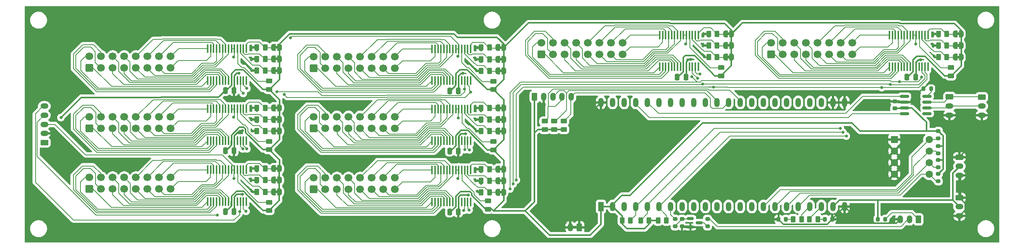
<source format=gbr>
%TF.GenerationSoftware,KiCad,Pcbnew,9.0.6*%
%TF.CreationDate,2026-01-12T11:04:55-05:00*%
%TF.ProjectId,OrganKeyswitchBreakout,4f726761-6e4b-4657-9973-776974636842,rev?*%
%TF.SameCoordinates,Original*%
%TF.FileFunction,Copper,L1,Top*%
%TF.FilePolarity,Positive*%
%FSLAX46Y46*%
G04 Gerber Fmt 4.6, Leading zero omitted, Abs format (unit mm)*
G04 Created by KiCad (PCBNEW 9.0.6) date 2026-01-12 11:04:55*
%MOMM*%
%LPD*%
G01*
G04 APERTURE LIST*
G04 Aperture macros list*
%AMRoundRect*
0 Rectangle with rounded corners*
0 $1 Rounding radius*
0 $2 $3 $4 $5 $6 $7 $8 $9 X,Y pos of 4 corners*
0 Add a 4 corners polygon primitive as box body*
4,1,4,$2,$3,$4,$5,$6,$7,$8,$9,$2,$3,0*
0 Add four circle primitives for the rounded corners*
1,1,$1+$1,$2,$3*
1,1,$1+$1,$4,$5*
1,1,$1+$1,$6,$7*
1,1,$1+$1,$8,$9*
0 Add four rect primitives between the rounded corners*
20,1,$1+$1,$2,$3,$4,$5,0*
20,1,$1+$1,$4,$5,$6,$7,0*
20,1,$1+$1,$6,$7,$8,$9,0*
20,1,$1+$1,$8,$9,$2,$3,0*%
%AMFreePoly0*
4,1,23,0.500000,-0.750000,0.000000,-0.750000,0.000000,-0.745722,-0.065263,-0.745722,-0.191342,-0.711940,-0.304381,-0.646677,-0.396677,-0.554381,-0.461940,-0.441342,-0.495722,-0.315263,-0.495722,-0.250000,-0.500000,-0.250000,-0.500000,0.250000,-0.495722,0.250000,-0.495722,0.315263,-0.461940,0.441342,-0.396677,0.554381,-0.304381,0.646677,-0.191342,0.711940,-0.065263,0.745722,0.000000,0.745722,
0.000000,0.750000,0.500000,0.750000,0.500000,-0.750000,0.500000,-0.750000,$1*%
%AMFreePoly1*
4,1,23,0.000000,0.745722,0.065263,0.745722,0.191342,0.711940,0.304381,0.646677,0.396677,0.554381,0.461940,0.441342,0.495722,0.315263,0.495722,0.250000,0.500000,0.250000,0.500000,-0.250000,0.495722,-0.250000,0.495722,-0.315263,0.461940,-0.441342,0.396677,-0.554381,0.304381,-0.646677,0.191342,-0.711940,0.065263,-0.745722,0.000000,-0.745722,0.000000,-0.750000,-0.500000,-0.750000,
-0.500000,0.750000,0.000000,0.750000,0.000000,0.745722,0.000000,0.745722,$1*%
G04 Aperture macros list end*
%TA.AperFunction,EtchedComponent*%
%ADD10C,0.000000*%
%TD*%
%TA.AperFunction,SMDPad,CuDef*%
%ADD11RoundRect,0.250000X0.450000X-0.262500X0.450000X0.262500X-0.450000X0.262500X-0.450000X-0.262500X0*%
%TD*%
%TA.AperFunction,SMDPad,CuDef*%
%ADD12RoundRect,0.100000X0.100000X-0.850000X0.100000X0.850000X-0.100000X0.850000X-0.100000X-0.850000X0*%
%TD*%
%TA.AperFunction,SMDPad,CuDef*%
%ADD13RoundRect,0.250000X-0.250000X-0.475000X0.250000X-0.475000X0.250000X0.475000X-0.250000X0.475000X0*%
%TD*%
%TA.AperFunction,SMDPad,CuDef*%
%ADD14FreePoly0,180.000000*%
%TD*%
%TA.AperFunction,SMDPad,CuDef*%
%ADD15FreePoly1,180.000000*%
%TD*%
%TA.AperFunction,SMDPad,CuDef*%
%ADD16RoundRect,0.250000X0.262500X0.450000X-0.262500X0.450000X-0.262500X-0.450000X0.262500X-0.450000X0*%
%TD*%
%TA.AperFunction,SMDPad,CuDef*%
%ADD17RoundRect,0.200000X-0.275000X0.200000X-0.275000X-0.200000X0.275000X-0.200000X0.275000X0.200000X0*%
%TD*%
%TA.AperFunction,SMDPad,CuDef*%
%ADD18RoundRect,0.250000X-0.262500X-0.450000X0.262500X-0.450000X0.262500X0.450000X-0.262500X0.450000X0*%
%TD*%
%TA.AperFunction,SMDPad,CuDef*%
%ADD19RoundRect,0.225000X0.250000X-0.225000X0.250000X0.225000X-0.250000X0.225000X-0.250000X-0.225000X0*%
%TD*%
%TA.AperFunction,SMDPad,CuDef*%
%ADD20RoundRect,0.200000X0.200000X0.275000X-0.200000X0.275000X-0.200000X-0.275000X0.200000X-0.275000X0*%
%TD*%
%TA.AperFunction,ComponentPad*%
%ADD21RoundRect,0.250000X0.600000X-0.600000X0.600000X0.600000X-0.600000X0.600000X-0.600000X-0.600000X0*%
%TD*%
%TA.AperFunction,ComponentPad*%
%ADD22C,1.700000*%
%TD*%
%TA.AperFunction,ComponentPad*%
%ADD23RoundRect,0.250000X0.350000X0.625000X-0.350000X0.625000X-0.350000X-0.625000X0.350000X-0.625000X0*%
%TD*%
%TA.AperFunction,ComponentPad*%
%ADD24O,1.200000X1.750000*%
%TD*%
%TA.AperFunction,SMDPad,CuDef*%
%ADD25RoundRect,0.200000X0.275000X-0.200000X0.275000X0.200000X-0.275000X0.200000X-0.275000X-0.200000X0*%
%TD*%
%TA.AperFunction,SMDPad,CuDef*%
%ADD26RoundRect,0.218750X0.218750X0.256250X-0.218750X0.256250X-0.218750X-0.256250X0.218750X-0.256250X0*%
%TD*%
%TA.AperFunction,ComponentPad*%
%ADD27RoundRect,0.250000X0.625000X-0.350000X0.625000X0.350000X-0.625000X0.350000X-0.625000X-0.350000X0*%
%TD*%
%TA.AperFunction,ComponentPad*%
%ADD28O,1.750000X1.200000*%
%TD*%
%TA.AperFunction,ComponentPad*%
%ADD29RoundRect,0.250000X-0.625000X0.350000X-0.625000X-0.350000X0.625000X-0.350000X0.625000X0.350000X0*%
%TD*%
%TA.AperFunction,ComponentPad*%
%ADD30RoundRect,0.250000X-0.550000X-0.550000X0.550000X-0.550000X0.550000X0.550000X-0.550000X0.550000X0*%
%TD*%
%TA.AperFunction,ComponentPad*%
%ADD31C,1.600000*%
%TD*%
%TA.AperFunction,SMDPad,CuDef*%
%ADD32RoundRect,0.150000X-0.587500X-0.150000X0.587500X-0.150000X0.587500X0.150000X-0.587500X0.150000X0*%
%TD*%
%TA.AperFunction,SMDPad,CuDef*%
%ADD33RoundRect,0.218750X-0.218750X-0.256250X0.218750X-0.256250X0.218750X0.256250X-0.218750X0.256250X0*%
%TD*%
%TA.AperFunction,ComponentPad*%
%ADD34R,1.200000X2.000000*%
%TD*%
%TA.AperFunction,ComponentPad*%
%ADD35O,1.200000X2.000000*%
%TD*%
%TA.AperFunction,SMDPad,CuDef*%
%ADD36RoundRect,0.200000X-0.200000X-0.275000X0.200000X-0.275000X0.200000X0.275000X-0.200000X0.275000X0*%
%TD*%
%TA.AperFunction,SMDPad,CuDef*%
%ADD37RoundRect,0.150000X-0.825000X-0.150000X0.825000X-0.150000X0.825000X0.150000X-0.825000X0.150000X0*%
%TD*%
%TA.AperFunction,ComponentPad*%
%ADD38RoundRect,0.250000X-0.350000X-0.625000X0.350000X-0.625000X0.350000X0.625000X-0.350000X0.625000X0*%
%TD*%
%TA.AperFunction,ViaPad*%
%ADD39C,0.670000*%
%TD*%
%TA.AperFunction,Conductor*%
%ADD40C,0.200000*%
%TD*%
%TA.AperFunction,Conductor*%
%ADD41C,0.300000*%
%TD*%
G04 APERTURE END LIST*
D10*
%TA.AperFunction,EtchedComponent*%
%TO.C,JP15*%
G36*
X139146300Y-76201359D02*
G01*
X138646300Y-76201359D01*
X138646300Y-75601359D01*
X139146300Y-75601359D01*
X139146300Y-76201359D01*
G37*
%TD.AperFunction*%
%TA.AperFunction,EtchedComponent*%
%TO.C,JP12*%
G36*
X90036675Y-89511036D02*
G01*
X89536675Y-89511036D01*
X89536675Y-88911036D01*
X90036675Y-88911036D01*
X90036675Y-89511036D01*
G37*
%TD.AperFunction*%
%TA.AperFunction,EtchedComponent*%
%TO.C,JP6*%
G36*
X239295950Y-59912414D02*
G01*
X238795950Y-59912414D01*
X238795950Y-59312414D01*
X239295950Y-59312414D01*
X239295950Y-59912414D01*
G37*
%TD.AperFunction*%
%TA.AperFunction,EtchedComponent*%
%TO.C,JP5*%
G36*
X239295950Y-62466586D02*
G01*
X238795950Y-62466586D01*
X238795950Y-61866586D01*
X239295950Y-61866586D01*
X239295950Y-62466586D01*
G37*
%TD.AperFunction*%
%TA.AperFunction,EtchedComponent*%
%TO.C,JP21*%
G36*
X90036675Y-76144795D02*
G01*
X89536675Y-76144795D01*
X89536675Y-75544795D01*
X90036675Y-75544795D01*
X90036675Y-76144795D01*
G37*
%TD.AperFunction*%
%TA.AperFunction,EtchedComponent*%
%TO.C,JP18*%
G36*
X139146300Y-62914579D02*
G01*
X138646300Y-62914579D01*
X138646300Y-62314579D01*
X139146300Y-62314579D01*
X139146300Y-62914579D01*
G37*
%TD.AperFunction*%
%TA.AperFunction,EtchedComponent*%
%TO.C,JP23*%
G36*
X188997875Y-62448986D02*
G01*
X188497875Y-62448986D01*
X188497875Y-61848986D01*
X188997875Y-61848986D01*
X188997875Y-62448986D01*
G37*
%TD.AperFunction*%
%TA.AperFunction,EtchedComponent*%
%TO.C,JP2*%
G36*
X139146300Y-92160600D02*
G01*
X138646300Y-92160600D01*
X138646300Y-91560600D01*
X139146300Y-91560600D01*
X139146300Y-92160600D01*
G37*
%TD.AperFunction*%
%TA.AperFunction,EtchedComponent*%
%TO.C,JP11*%
G36*
X90036675Y-92058121D02*
G01*
X89536675Y-92058121D01*
X89536675Y-91458121D01*
X90036675Y-91458121D01*
X90036675Y-92058121D01*
G37*
%TD.AperFunction*%
%TA.AperFunction,EtchedComponent*%
%TO.C,JP16*%
G36*
X139146300Y-68037607D02*
G01*
X138646300Y-68037607D01*
X138646300Y-67437607D01*
X139146300Y-67437607D01*
X139146300Y-68037607D01*
G37*
%TD.AperFunction*%
%TA.AperFunction,EtchedComponent*%
%TO.C,JP3*%
G36*
X139146300Y-89620600D02*
G01*
X138646300Y-89620600D01*
X138646300Y-89020600D01*
X139146300Y-89020600D01*
X139146300Y-89620600D01*
G37*
%TD.AperFunction*%
%TA.AperFunction,EtchedComponent*%
%TO.C,JP14*%
G36*
X139146300Y-78744902D02*
G01*
X138646300Y-78744902D01*
X138646300Y-78144902D01*
X139146300Y-78144902D01*
X139146300Y-78744902D01*
G37*
%TD.AperFunction*%
%TA.AperFunction,EtchedComponent*%
%TO.C,JP24*%
G36*
X188997875Y-59891271D02*
G01*
X188497875Y-59891271D01*
X188497875Y-59291271D01*
X188997875Y-59291271D01*
X188997875Y-59891271D01*
G37*
%TD.AperFunction*%
%TA.AperFunction,EtchedComponent*%
%TO.C,JP1*%
G36*
X139146300Y-94700600D02*
G01*
X138646300Y-94700600D01*
X138646300Y-94100600D01*
X139146300Y-94100600D01*
X139146300Y-94700600D01*
G37*
%TD.AperFunction*%
%TA.AperFunction,EtchedComponent*%
%TO.C,JP8*%
G36*
X90036675Y-65418957D02*
G01*
X89536675Y-65418957D01*
X89536675Y-64818957D01*
X90036675Y-64818957D01*
X90036675Y-65418957D01*
G37*
%TD.AperFunction*%
%TA.AperFunction,EtchedComponent*%
%TO.C,JP13*%
G36*
X139146300Y-81288531D02*
G01*
X138646300Y-81288531D01*
X138646300Y-80688531D01*
X139146300Y-80688531D01*
X139146300Y-81288531D01*
G37*
%TD.AperFunction*%
%TA.AperFunction,EtchedComponent*%
%TO.C,JP20*%
G36*
X90036675Y-78695423D02*
G01*
X89536675Y-78695423D01*
X89536675Y-78095423D01*
X90036675Y-78095423D01*
X90036675Y-78695423D01*
G37*
%TD.AperFunction*%
%TA.AperFunction,EtchedComponent*%
%TO.C,JP4*%
G36*
X239295950Y-65021100D02*
G01*
X238795950Y-65021100D01*
X238795950Y-64421100D01*
X239295950Y-64421100D01*
X239295950Y-65021100D01*
G37*
%TD.AperFunction*%
%TA.AperFunction,EtchedComponent*%
%TO.C,JP9*%
G36*
X90036675Y-62854157D02*
G01*
X89536675Y-62854157D01*
X89536675Y-62254157D01*
X90036675Y-62254157D01*
X90036675Y-62854157D01*
G37*
%TD.AperFunction*%
%TA.AperFunction,EtchedComponent*%
%TO.C,JP10*%
G36*
X90036675Y-94605378D02*
G01*
X89536675Y-94605378D01*
X89536675Y-94005378D01*
X90036675Y-94005378D01*
X90036675Y-94605378D01*
G37*
%TD.AperFunction*%
%TA.AperFunction,EtchedComponent*%
%TO.C,JP22*%
G36*
X188997875Y-65007129D02*
G01*
X188497875Y-65007129D01*
X188497875Y-64407129D01*
X188997875Y-64407129D01*
X188997875Y-65007129D01*
G37*
%TD.AperFunction*%
%TA.AperFunction,EtchedComponent*%
%TO.C,JP7*%
G36*
X90036675Y-67984357D02*
G01*
X89536675Y-67984357D01*
X89536675Y-67384357D01*
X90036675Y-67384357D01*
X90036675Y-67984357D01*
G37*
%TD.AperFunction*%
%TA.AperFunction,EtchedComponent*%
%TO.C,JP17*%
G36*
X139146300Y-65475836D02*
G01*
X138646300Y-65475836D01*
X138646300Y-64875836D01*
X139146300Y-64875836D01*
X139146300Y-65475836D01*
G37*
%TD.AperFunction*%
%TA.AperFunction,EtchedComponent*%
%TO.C,JP19*%
G36*
X90036675Y-81246309D02*
G01*
X89536675Y-81246309D01*
X89536675Y-80646309D01*
X90036675Y-80646309D01*
X90036675Y-81246309D01*
G37*
%TD.AperFunction*%
%TD*%
D11*
%TO.P,R42,1*%
%TO.N,+3.3V*%
X150541000Y-80625000D03*
%TO.P,R42,2*%
%TO.N,/Controller/I2C_INT2*%
X150541000Y-78800000D03*
%TD*%
%TO.P,R41,1*%
%TO.N,+3.3V*%
X152700000Y-80625000D03*
%TO.P,R41,2*%
%TO.N,/Controller/I2C_SCL2*%
X152700000Y-78800000D03*
%TD*%
%TO.P,R40,1*%
%TO.N,+3.3V*%
X148509000Y-80625000D03*
%TO.P,R40,2*%
%TO.N,/Controller/I2C_SDA2*%
X148509000Y-78800000D03*
%TD*%
D12*
%TO.P,U7,1,GPB0*%
%TO.N,Net-(J11-Pin_1)*%
X123835050Y-83118931D03*
%TO.P,U7,2,GPB1*%
%TO.N,Net-(J11-Pin_2)*%
X124485050Y-83118931D03*
%TO.P,U7,3,GPB2*%
%TO.N,Net-(J11-Pin_3)*%
X125135050Y-83118931D03*
%TO.P,U7,4,GPB3*%
%TO.N,Net-(J11-Pin_4)*%
X125785050Y-83118931D03*
%TO.P,U7,5,GPB4*%
%TO.N,Net-(J11-Pin_5)*%
X126435050Y-83118931D03*
%TO.P,U7,6,GPB5*%
%TO.N,Net-(J11-Pin_6)*%
X127085050Y-83118931D03*
%TO.P,U7,7,GPB6*%
%TO.N,Net-(J11-Pin_7)*%
X127735050Y-83118931D03*
%TO.P,U7,8,GPB7*%
%TO.N,Net-(J11-Pin_8)*%
X128385050Y-83118931D03*
%TO.P,U7,9,VDD*%
%TO.N,+3.3V*%
X129035050Y-83118931D03*
%TO.P,U7,10,VSS*%
%TO.N,GND*%
X129685050Y-83118931D03*
%TO.P,U7,11,NC*%
%TO.N,unconnected-(U7-NC-Pad11)*%
X130335050Y-83118931D03*
%TO.P,U7,12,SCK*%
%TO.N,SCL_IN*%
X130985050Y-83118931D03*
%TO.P,U7,13,SDA*%
%TO.N,SDA_IN*%
X131635050Y-83118931D03*
%TO.P,U7,14,NC*%
%TO.N,unconnected-(U7-NC-Pad14)*%
X132285050Y-83118931D03*
%TO.P,U7,15,A0*%
%TO.N,Net-(JP15-B)*%
X132285050Y-76118931D03*
%TO.P,U7,16,A1*%
%TO.N,Net-(JP14-B)*%
X131635050Y-76118931D03*
%TO.P,U7,17,A2*%
%TO.N,Net-(JP13-B)*%
X130985050Y-76118931D03*
%TO.P,U7,18,~{RESET}*%
%TO.N,Net-(U7-~{RESET})*%
X130335050Y-76118931D03*
%TO.P,U7,19,INTB*%
%TO.N,INT_INOUT*%
X129685050Y-76118931D03*
%TO.P,U7,20,INTA*%
X129035050Y-76118931D03*
%TO.P,U7,21,GPA0*%
%TO.N,Net-(J11-Pin_9)*%
X128385050Y-76118931D03*
%TO.P,U7,22,GPA1*%
%TO.N,Net-(J11-Pin_10)*%
X127735050Y-76118931D03*
%TO.P,U7,23,GPA2*%
%TO.N,Net-(J11-Pin_11)*%
X127085050Y-76118931D03*
%TO.P,U7,24,GPA3*%
%TO.N,Net-(J11-Pin_12)*%
X126435050Y-76118931D03*
%TO.P,U7,25,GPA4*%
%TO.N,Net-(J11-Pin_13)*%
X125785050Y-76118931D03*
%TO.P,U7,26,GPA5*%
%TO.N,Net-(J11-Pin_14)*%
X125135050Y-76118931D03*
%TO.P,U7,27,GPA6*%
%TO.N,Net-(J11-Pin_15)*%
X124485050Y-76118931D03*
%TO.P,U7,28,GPA7*%
%TO.N,Net-(J11-Pin_16)*%
X123835050Y-76118931D03*
%TD*%
D13*
%TO.P,CD_U6,1*%
%TO.N,+3.3V*%
X127682800Y-85347645D03*
%TO.P,CD_U6,2*%
%TO.N,GND*%
X129582800Y-85347645D03*
%TD*%
D14*
%TO.P,JP15,1,A*%
%TO.N,+3.3V*%
X139546300Y-75901359D03*
D15*
%TO.P,JP15,2,B*%
%TO.N,Net-(JP15-B)*%
X138246300Y-75901359D03*
%TD*%
D13*
%TO.P,CD_U3,1*%
%TO.N,+3.3V*%
X227832450Y-69085557D03*
%TO.P,CD_U3,2*%
%TO.N,GND*%
X229732450Y-69085557D03*
%TD*%
D11*
%TO.P,R36,1*%
%TO.N,+3.3V*%
X187120375Y-68819486D03*
%TO.P,R36,2*%
%TO.N,Net-(U10-~{RESET})*%
X187120375Y-66994486D03*
%TD*%
D16*
%TO.P,R13,1*%
%TO.N,Net-(JP4-B)*%
X236552950Y-64721100D03*
%TO.P,R13,2*%
%TO.N,GND*%
X234727950Y-64721100D03*
%TD*%
D12*
%TO.P,U4,1,GPB0*%
%TO.N,Net-(J8-Pin_1)*%
X223984700Y-66863200D03*
%TO.P,U4,2,GPB1*%
%TO.N,Net-(J8-Pin_2)*%
X224634700Y-66863200D03*
%TO.P,U4,3,GPB2*%
%TO.N,Net-(J8-Pin_3)*%
X225284700Y-66863200D03*
%TO.P,U4,4,GPB3*%
%TO.N,Net-(J8-Pin_4)*%
X225934700Y-66863200D03*
%TO.P,U4,5,GPB4*%
%TO.N,Net-(J8-Pin_5)*%
X226584700Y-66863200D03*
%TO.P,U4,6,GPB5*%
%TO.N,Net-(J8-Pin_6)*%
X227234700Y-66863200D03*
%TO.P,U4,7,GPB6*%
%TO.N,Net-(J8-Pin_7)*%
X227884700Y-66863200D03*
%TO.P,U4,8,GPB7*%
%TO.N,Net-(J8-Pin_8)*%
X228534700Y-66863200D03*
%TO.P,U4,9,VDD*%
%TO.N,+3.3V*%
X229184700Y-66863200D03*
%TO.P,U4,10,VSS*%
%TO.N,GND*%
X229834700Y-66863200D03*
%TO.P,U4,11,NC*%
%TO.N,unconnected-(U4-NC-Pad11)*%
X230484700Y-66863200D03*
%TO.P,U4,12,SCK*%
%TO.N,SCL_IN*%
X231134700Y-66863200D03*
%TO.P,U4,13,SDA*%
%TO.N,SDA_IN*%
X231784700Y-66863200D03*
%TO.P,U4,14,NC*%
%TO.N,unconnected-(U4-NC-Pad14)*%
X232434700Y-66863200D03*
%TO.P,U4,15,A0*%
%TO.N,Net-(JP6-B)*%
X232434700Y-59863200D03*
%TO.P,U4,16,A1*%
%TO.N,Net-(JP5-B)*%
X231784700Y-59863200D03*
%TO.P,U4,17,A2*%
%TO.N,Net-(JP4-B)*%
X231134700Y-59863200D03*
%TO.P,U4,18,~{RESET}*%
%TO.N,Net-(U4-~{RESET})*%
X230484700Y-59863200D03*
%TO.P,U4,19,INTB*%
%TO.N,INT_INOUT*%
X229834700Y-59863200D03*
%TO.P,U4,20,INTA*%
X229184700Y-59863200D03*
%TO.P,U4,21,GPA0*%
%TO.N,Net-(J8-Pin_9)*%
X228534700Y-59863200D03*
%TO.P,U4,22,GPA1*%
%TO.N,Net-(J8-Pin_10)*%
X227884700Y-59863200D03*
%TO.P,U4,23,GPA2*%
%TO.N,Net-(J8-Pin_11)*%
X227234700Y-59863200D03*
%TO.P,U4,24,GPA3*%
%TO.N,Net-(J8-Pin_12)*%
X226584700Y-59863200D03*
%TO.P,U4,25,GPA4*%
%TO.N,Net-(J8-Pin_13)*%
X225934700Y-59863200D03*
%TO.P,U4,26,GPA5*%
%TO.N,Net-(J8-Pin_14)*%
X225284700Y-59863200D03*
%TO.P,U4,27,GPA6*%
%TO.N,Net-(J8-Pin_15)*%
X224634700Y-59863200D03*
%TO.P,U4,28,GPA7*%
%TO.N,Net-(J8-Pin_16)*%
X223984700Y-59863200D03*
%TD*%
D17*
%TO.P,RP_DIP3,1*%
%TO.N,+3.3V*%
X234691000Y-87300500D03*
%TO.P,RP_DIP3,2*%
%TO.N,Net-(U2-GPIO11{slash}ADC2_CH0)*%
X234691000Y-88950500D03*
%TD*%
D13*
%TO.P,CD_U4,1*%
%TO.N,+3.3V*%
X78573175Y-72054157D03*
%TO.P,CD_U4,2*%
%TO.N,GND*%
X80473175Y-72054157D03*
%TD*%
D18*
%TO.P,RLED2,1*%
%TO.N,Net-(U2-GPIO14{slash}ADC2_CH3)*%
X206455000Y-100330000D03*
%TO.P,RLED2,2*%
%TO.N,Net-(D3-A)*%
X208280000Y-100330000D03*
%TD*%
D14*
%TO.P,JP12,1,A*%
%TO.N,+3.3V*%
X90436675Y-89211036D03*
D15*
%TO.P,JP12,2,B*%
%TO.N,Net-(JP12-B)*%
X89136675Y-89211036D03*
%TD*%
D19*
%TO.P,CD_U2,1*%
%TO.N,+3.3V*%
X225163000Y-76010000D03*
%TO.P,CD_U2,2*%
%TO.N,GND*%
X225163000Y-74460000D03*
%TD*%
D17*
%TO.P,RP_DIP4,1*%
%TO.N,+3.3V*%
X234691000Y-90348500D03*
%TO.P,RP_DIP4,2*%
%TO.N,Net-(U2-GPIO12{slash}ADC2_CH1)*%
X234691000Y-91998500D03*
%TD*%
D11*
%TO.P,R1,1*%
%TO.N,+3.3V*%
X136100000Y-98112500D03*
%TO.P,R1,2*%
%TO.N,Net-(U1-~{RESET})*%
X136100000Y-96287500D03*
%TD*%
D20*
%TO.P,RS1,1*%
%TO.N,Net-(U3-Rs)*%
X233100000Y-71679000D03*
%TO.P,RS1,2*%
%TO.N,GND*%
X231450000Y-71679000D03*
%TD*%
D21*
%TO.P,J12,1,Pin_1*%
%TO.N,Net-(J12-Pin_1)*%
X97940000Y-67140007D03*
D22*
%TO.P,J12,2,Pin_2*%
%TO.N,Net-(J12-Pin_2)*%
X97940000Y-64600007D03*
%TO.P,J12,3,Pin_3*%
%TO.N,Net-(J12-Pin_3)*%
X100480000Y-67140007D03*
%TO.P,J12,4,Pin_4*%
%TO.N,Net-(J12-Pin_4)*%
X100480000Y-64600007D03*
%TO.P,J12,5,Pin_5*%
%TO.N,Net-(J12-Pin_5)*%
X103020000Y-67140007D03*
%TO.P,J12,6,Pin_6*%
%TO.N,Net-(J12-Pin_6)*%
X103020000Y-64600007D03*
%TO.P,J12,7,Pin_7*%
%TO.N,Net-(J12-Pin_7)*%
X105560000Y-67140007D03*
%TO.P,J12,8,Pin_8*%
%TO.N,Net-(J12-Pin_8)*%
X105560000Y-64600007D03*
%TO.P,J12,9,Pin_9*%
%TO.N,Net-(J12-Pin_9)*%
X108100000Y-67140007D03*
%TO.P,J12,10,Pin_10*%
%TO.N,Net-(J12-Pin_10)*%
X108100000Y-64600007D03*
%TO.P,J12,11,Pin_11*%
%TO.N,Net-(J12-Pin_11)*%
X110640000Y-67140007D03*
%TO.P,J12,12,Pin_12*%
%TO.N,Net-(J12-Pin_12)*%
X110640000Y-64600007D03*
%TO.P,J12,13,Pin_13*%
%TO.N,Net-(J12-Pin_13)*%
X113180000Y-67140007D03*
%TO.P,J12,14,Pin_14*%
%TO.N,Net-(J12-Pin_14)*%
X113180000Y-64600007D03*
%TO.P,J12,15,Pin_15*%
%TO.N,Net-(J12-Pin_15)*%
X115720000Y-67140007D03*
%TO.P,J12,16,Pin_16*%
%TO.N,Net-(J12-Pin_16)*%
X115720000Y-64600007D03*
%TD*%
D16*
%TO.P,RLED1,1*%
%TO.N,Net-(U2-GPIO13{slash}ADC2_CH2)*%
X204724000Y-100330000D03*
%TO.P,RLED1,2*%
%TO.N,Net-(D2-A)*%
X202899000Y-100330000D03*
%TD*%
D11*
%TO.P,R28,1*%
%TO.N,+3.3V*%
X137268800Y-71850236D03*
%TO.P,R28,2*%
%TO.N,Net-(U8-~{RESET})*%
X137268800Y-70025236D03*
%TD*%
D13*
%TO.P,CD_U7,1*%
%TO.N,+3.3V*%
X127682800Y-72122293D03*
%TO.P,CD_U7,2*%
%TO.N,GND*%
X129582800Y-72122293D03*
%TD*%
D23*
%TO.P,J4,1,Pin_1*%
%TO.N,/Controller/MIDI/MIDI_THRU_P4*%
X230346000Y-100372000D03*
D24*
%TO.P,J4,2,Pin_2*%
%TO.N,/Controller/MIDI/MIDI_THRU_P5*%
X228346000Y-100372000D03*
%TO.P,J4,3,Pin_3*%
%TO.N,GND*%
X226346000Y-100372000D03*
%TD*%
D14*
%TO.P,JP6,1,A*%
%TO.N,+3.3V*%
X239695950Y-59612414D03*
D15*
%TO.P,JP6,2,B*%
%TO.N,Net-(JP6-B)*%
X238395950Y-59612414D03*
%TD*%
D14*
%TO.P,JP5,1,A*%
%TO.N,+3.3V*%
X239695950Y-62166586D03*
D15*
%TO.P,JP5,2,B*%
%TO.N,Net-(JP5-B)*%
X238395950Y-62166586D03*
%TD*%
D25*
%TO.P,R9,1*%
%TO.N,/Controller/MIDI/MIDI_THRU_SINK*%
X184150000Y-101917000D03*
%TO.P,R9,2*%
%TO.N,/Controller/MIDI/MIDI_THRU_P5*%
X184150000Y-100267000D03*
%TD*%
D16*
%TO.P,R25,1*%
%TO.N,Net-(JP13-B)*%
X136403300Y-80988531D03*
%TO.P,R25,2*%
%TO.N,GND*%
X134578300Y-80988531D03*
%TD*%
D26*
%TO.P,D3,1,K*%
%TO.N,GND*%
X211457000Y-100330000D03*
%TO.P,D3,2,A*%
%TO.N,Net-(D3-A)*%
X209882000Y-100330000D03*
%TD*%
D11*
%TO.P,R16,1*%
%TO.N,+3.3V*%
X88159175Y-71797257D03*
%TO.P,R16,2*%
%TO.N,Net-(U5-~{RESET})*%
X88159175Y-69972257D03*
%TD*%
D16*
%TO.P,R38,1*%
%TO.N,Net-(JP23-B)*%
X186254875Y-62148986D03*
%TO.P,R38,2*%
%TO.N,GND*%
X184429875Y-62148986D03*
%TD*%
D11*
%TO.P,R32,1*%
%TO.N,+3.3V*%
X88159175Y-85058123D03*
%TO.P,R32,2*%
%TO.N,Net-(U9-~{RESET})*%
X88159175Y-83233123D03*
%TD*%
D14*
%TO.P,JP21,1,A*%
%TO.N,+3.3V*%
X90436675Y-75844795D03*
D15*
%TO.P,JP21,2,B*%
%TO.N,Net-(JP21-B)*%
X89136675Y-75844795D03*
%TD*%
D14*
%TO.P,JP18,1,A*%
%TO.N,+3.3V*%
X139546300Y-62614579D03*
D15*
%TO.P,JP18,2,B*%
%TO.N,Net-(JP18-B)*%
X138246300Y-62614579D03*
%TD*%
D16*
%TO.P,R14,1*%
%TO.N,Net-(JP5-B)*%
X236552950Y-62166586D03*
%TO.P,R14,2*%
%TO.N,GND*%
X234727950Y-62166586D03*
%TD*%
D14*
%TO.P,JP23,1,A*%
%TO.N,+3.3V*%
X189397875Y-62148986D03*
D15*
%TO.P,JP23,2,B*%
%TO.N,Net-(JP23-B)*%
X188097875Y-62148986D03*
%TD*%
D17*
%TO.P,RP_DIP1,1*%
%TO.N,+3.3V*%
X234691000Y-80950500D03*
%TO.P,RP_DIP1,2*%
%TO.N,Net-(U2-GPIO9{slash}ADC1_CH8)*%
X234691000Y-82600500D03*
%TD*%
D27*
%TO.P,J2,1,Pin_1*%
%TO.N,+3.3V*%
X38950000Y-83500000D03*
D28*
%TO.P,J2,2,Pin_2*%
%TO.N,GND*%
X38950000Y-81500000D03*
%TO.P,J2,3,Pin_3*%
%TO.N,INT_INOUT*%
X38950000Y-79500000D03*
%TO.P,J2,4,Pin_4*%
%TO.N,SDA_IN*%
X38950000Y-77500000D03*
%TO.P,J2,5,Pin_5*%
%TO.N,SCL_IN*%
X38950000Y-75500000D03*
%TD*%
D16*
%TO.P,R15,1*%
%TO.N,Net-(JP6-B)*%
X236552950Y-59612414D03*
%TO.P,R15,2*%
%TO.N,GND*%
X234727950Y-59612414D03*
%TD*%
%TO.P,R26,1*%
%TO.N,Net-(JP14-B)*%
X136403300Y-78444902D03*
%TO.P,R26,2*%
%TO.N,GND*%
X134578300Y-78444902D03*
%TD*%
D14*
%TO.P,JP2,1,A*%
%TO.N,+3.3V*%
X139546300Y-91860600D03*
D15*
%TO.P,JP2,2,B*%
%TO.N,Net-(JP2-B)*%
X138246300Y-91860600D03*
%TD*%
D14*
%TO.P,JP11,1,A*%
%TO.N,+3.3V*%
X90436675Y-91758121D03*
D15*
%TO.P,JP11,2,B*%
%TO.N,Net-(JP11-B)*%
X89136675Y-91758121D03*
%TD*%
D17*
%TO.P,R7,1*%
%TO.N,/Controller/MIDI/MIDI_OUT*%
X177038000Y-100267000D03*
%TO.P,R7,2*%
%TO.N,/Controller/MIDI/Q1_B*%
X177038000Y-101917000D03*
%TD*%
D14*
%TO.P,JP16,1,A*%
%TO.N,+3.3V*%
X139546300Y-67737607D03*
D15*
%TO.P,JP16,2,B*%
%TO.N,Net-(JP16-B)*%
X138246300Y-67737607D03*
%TD*%
D29*
%TO.P,J15,1,Pin_1*%
%TO.N,/Controller/CAN/CANH*%
X244200000Y-73500000D03*
D28*
%TO.P,J15,2,Pin_2*%
%TO.N,/Controller/CAN/CANL*%
X244200000Y-75500000D03*
%TO.P,J15,3,Pin_3*%
%TO.N,GND*%
X244200000Y-77500000D03*
%TD*%
D18*
%TO.P,R11,1*%
%TO.N,+3.3V*%
X173331500Y-100584000D03*
%TO.P,R11,2*%
%TO.N,INT_INOUT*%
X175156500Y-100584000D03*
%TD*%
D14*
%TO.P,JP3,1,A*%
%TO.N,+3.3V*%
X139546300Y-89320600D03*
D15*
%TO.P,JP3,2,B*%
%TO.N,Net-(JP3-B)*%
X138246300Y-89320600D03*
%TD*%
D21*
%TO.P,J9,1,Pin_1*%
%TO.N,Net-(J9-Pin_1)*%
X48830375Y-67090657D03*
D22*
%TO.P,J9,2,Pin_2*%
%TO.N,Net-(J9-Pin_2)*%
X48830375Y-64550657D03*
%TO.P,J9,3,Pin_3*%
%TO.N,Net-(J9-Pin_3)*%
X51370375Y-67090657D03*
%TO.P,J9,4,Pin_4*%
%TO.N,Net-(J9-Pin_4)*%
X51370375Y-64550657D03*
%TO.P,J9,5,Pin_5*%
%TO.N,Net-(J9-Pin_5)*%
X53910375Y-67090657D03*
%TO.P,J9,6,Pin_6*%
%TO.N,Net-(J9-Pin_6)*%
X53910375Y-64550657D03*
%TO.P,J9,7,Pin_7*%
%TO.N,Net-(J9-Pin_7)*%
X56450375Y-67090657D03*
%TO.P,J9,8,Pin_8*%
%TO.N,Net-(J9-Pin_8)*%
X56450375Y-64550657D03*
%TO.P,J9,9,Pin_9*%
%TO.N,Net-(J9-Pin_9)*%
X58990375Y-67090657D03*
%TO.P,J9,10,Pin_10*%
%TO.N,Net-(J9-Pin_10)*%
X58990375Y-64550657D03*
%TO.P,J9,11,Pin_11*%
%TO.N,Net-(J9-Pin_11)*%
X61530375Y-67090657D03*
%TO.P,J9,12,Pin_12*%
%TO.N,Net-(J9-Pin_12)*%
X61530375Y-64550657D03*
%TO.P,J9,13,Pin_13*%
%TO.N,Net-(J9-Pin_13)*%
X64070375Y-67090657D03*
%TO.P,J9,14,Pin_14*%
%TO.N,Net-(J9-Pin_14)*%
X64070375Y-64550657D03*
%TO.P,J9,15,Pin_15*%
%TO.N,Net-(J9-Pin_15)*%
X66610375Y-67090657D03*
%TO.P,J9,16,Pin_16*%
%TO.N,Net-(J9-Pin_16)*%
X66610375Y-64550657D03*
%TD*%
D12*
%TO.P,U10,1,GPB0*%
%TO.N,Net-(J14-Pin_1)*%
X173686625Y-66853129D03*
%TO.P,U10,2,GPB1*%
%TO.N,Net-(J14-Pin_2)*%
X174336625Y-66853129D03*
%TO.P,U10,3,GPB2*%
%TO.N,Net-(J14-Pin_3)*%
X174986625Y-66853129D03*
%TO.P,U10,4,GPB3*%
%TO.N,Net-(J14-Pin_4)*%
X175636625Y-66853129D03*
%TO.P,U10,5,GPB4*%
%TO.N,Net-(J14-Pin_5)*%
X176286625Y-66853129D03*
%TO.P,U10,6,GPB5*%
%TO.N,Net-(J14-Pin_6)*%
X176936625Y-66853129D03*
%TO.P,U10,7,GPB6*%
%TO.N,Net-(J14-Pin_7)*%
X177586625Y-66853129D03*
%TO.P,U10,8,GPB7*%
%TO.N,Net-(J14-Pin_8)*%
X178236625Y-66853129D03*
%TO.P,U10,9,VDD*%
%TO.N,+3.3V*%
X178886625Y-66853129D03*
%TO.P,U10,10,VSS*%
%TO.N,GND*%
X179536625Y-66853129D03*
%TO.P,U10,11,NC*%
%TO.N,unconnected-(U10-NC-Pad11)*%
X180186625Y-66853129D03*
%TO.P,U10,12,SCK*%
%TO.N,SCL_IN*%
X180836625Y-66853129D03*
%TO.P,U10,13,SDA*%
%TO.N,SDA_IN*%
X181486625Y-66853129D03*
%TO.P,U10,14,NC*%
%TO.N,unconnected-(U10-NC-Pad14)*%
X182136625Y-66853129D03*
%TO.P,U10,15,A0*%
%TO.N,Net-(JP24-B)*%
X182136625Y-59853129D03*
%TO.P,U10,16,A1*%
%TO.N,Net-(JP23-B)*%
X181486625Y-59853129D03*
%TO.P,U10,17,A2*%
%TO.N,Net-(JP22-B)*%
X180836625Y-59853129D03*
%TO.P,U10,18,~{RESET}*%
%TO.N,Net-(U10-~{RESET})*%
X180186625Y-59853129D03*
%TO.P,U10,19,INTB*%
%TO.N,INT_INOUT*%
X179536625Y-59853129D03*
%TO.P,U10,20,INTA*%
X178886625Y-59853129D03*
%TO.P,U10,21,GPA0*%
%TO.N,Net-(J14-Pin_9)*%
X178236625Y-59853129D03*
%TO.P,U10,22,GPA1*%
%TO.N,Net-(J14-Pin_10)*%
X177586625Y-59853129D03*
%TO.P,U10,23,GPA2*%
%TO.N,Net-(J14-Pin_11)*%
X176936625Y-59853129D03*
%TO.P,U10,24,GPA3*%
%TO.N,Net-(J14-Pin_12)*%
X176286625Y-59853129D03*
%TO.P,U10,25,GPA4*%
%TO.N,Net-(J14-Pin_13)*%
X175636625Y-59853129D03*
%TO.P,U10,26,GPA5*%
%TO.N,Net-(J14-Pin_14)*%
X174986625Y-59853129D03*
%TO.P,U10,27,GPA6*%
%TO.N,Net-(J14-Pin_15)*%
X174336625Y-59853129D03*
%TO.P,U10,28,GPA7*%
%TO.N,Net-(J14-Pin_16)*%
X173686625Y-59853129D03*
%TD*%
%TO.P,U6,1,GPB0*%
%TO.N,Net-(J10-Pin_1)*%
X74725425Y-96439678D03*
%TO.P,U6,2,GPB1*%
%TO.N,Net-(J10-Pin_2)*%
X75375425Y-96439678D03*
%TO.P,U6,3,GPB2*%
%TO.N,Net-(J10-Pin_3)*%
X76025425Y-96439678D03*
%TO.P,U6,4,GPB3*%
%TO.N,Net-(J10-Pin_4)*%
X76675425Y-96439678D03*
%TO.P,U6,5,GPB4*%
%TO.N,Net-(J10-Pin_5)*%
X77325425Y-96439678D03*
%TO.P,U6,6,GPB5*%
%TO.N,Net-(J10-Pin_6)*%
X77975425Y-96439678D03*
%TO.P,U6,7,GPB6*%
%TO.N,Net-(J10-Pin_7)*%
X78625425Y-96439678D03*
%TO.P,U6,8,GPB7*%
%TO.N,Net-(J10-Pin_8)*%
X79275425Y-96439678D03*
%TO.P,U6,9,VDD*%
%TO.N,+3.3V*%
X79925425Y-96439678D03*
%TO.P,U6,10,VSS*%
%TO.N,GND*%
X80575425Y-96439678D03*
%TO.P,U6,11,NC*%
%TO.N,unconnected-(U6-NC-Pad11)*%
X81225425Y-96439678D03*
%TO.P,U6,12,SCK*%
%TO.N,SCL_IN*%
X81875425Y-96439678D03*
%TO.P,U6,13,SDA*%
%TO.N,SDA_IN*%
X82525425Y-96439678D03*
%TO.P,U6,14,NC*%
%TO.N,unconnected-(U6-NC-Pad14)*%
X83175425Y-96439678D03*
%TO.P,U6,15,A0*%
%TO.N,Net-(JP12-B)*%
X83175425Y-89439678D03*
%TO.P,U6,16,A1*%
%TO.N,Net-(JP11-B)*%
X82525425Y-89439678D03*
%TO.P,U6,17,A2*%
%TO.N,Net-(JP10-B)*%
X81875425Y-89439678D03*
%TO.P,U6,18,~{RESET}*%
%TO.N,Net-(U6-~{RESET})*%
X81225425Y-89439678D03*
%TO.P,U6,19,INTB*%
%TO.N,INT_INOUT*%
X80575425Y-89439678D03*
%TO.P,U6,20,INTA*%
X79925425Y-89439678D03*
%TO.P,U6,21,GPA0*%
%TO.N,Net-(J10-Pin_9)*%
X79275425Y-89439678D03*
%TO.P,U6,22,GPA1*%
%TO.N,Net-(J10-Pin_10)*%
X78625425Y-89439678D03*
%TO.P,U6,23,GPA2*%
%TO.N,Net-(J10-Pin_11)*%
X77975425Y-89439678D03*
%TO.P,U6,24,GPA3*%
%TO.N,Net-(J10-Pin_12)*%
X77325425Y-89439678D03*
%TO.P,U6,25,GPA4*%
%TO.N,Net-(J10-Pin_13)*%
X76675425Y-89439678D03*
%TO.P,U6,26,GPA5*%
%TO.N,Net-(J10-Pin_14)*%
X76025425Y-89439678D03*
%TO.P,U6,27,GPA6*%
%TO.N,Net-(J10-Pin_15)*%
X75375425Y-89439678D03*
%TO.P,U6,28,GPA7*%
%TO.N,Net-(J10-Pin_16)*%
X74725425Y-89439678D03*
%TD*%
%TO.P,U5,1,GPB0*%
%TO.N,Net-(J9-Pin_1)*%
X74725425Y-69838157D03*
%TO.P,U5,2,GPB1*%
%TO.N,Net-(J9-Pin_2)*%
X75375425Y-69838157D03*
%TO.P,U5,3,GPB2*%
%TO.N,Net-(J9-Pin_3)*%
X76025425Y-69838157D03*
%TO.P,U5,4,GPB3*%
%TO.N,Net-(J9-Pin_4)*%
X76675425Y-69838157D03*
%TO.P,U5,5,GPB4*%
%TO.N,Net-(J9-Pin_5)*%
X77325425Y-69838157D03*
%TO.P,U5,6,GPB5*%
%TO.N,Net-(J9-Pin_6)*%
X77975425Y-69838157D03*
%TO.P,U5,7,GPB6*%
%TO.N,Net-(J9-Pin_7)*%
X78625425Y-69838157D03*
%TO.P,U5,8,GPB7*%
%TO.N,Net-(J9-Pin_8)*%
X79275425Y-69838157D03*
%TO.P,U5,9,VDD*%
%TO.N,+3.3V*%
X79925425Y-69838157D03*
%TO.P,U5,10,VSS*%
%TO.N,GND*%
X80575425Y-69838157D03*
%TO.P,U5,11,NC*%
%TO.N,unconnected-(U5-NC-Pad11)*%
X81225425Y-69838157D03*
%TO.P,U5,12,SCK*%
%TO.N,SCL_IN*%
X81875425Y-69838157D03*
%TO.P,U5,13,SDA*%
%TO.N,SDA_IN*%
X82525425Y-69838157D03*
%TO.P,U5,14,NC*%
%TO.N,unconnected-(U5-NC-Pad14)*%
X83175425Y-69838157D03*
%TO.P,U5,15,A0*%
%TO.N,Net-(JP9-B)*%
X83175425Y-62838157D03*
%TO.P,U5,16,A1*%
%TO.N,Net-(JP8-B)*%
X82525425Y-62838157D03*
%TO.P,U5,17,A2*%
%TO.N,Net-(JP7-B)*%
X81875425Y-62838157D03*
%TO.P,U5,18,~{RESET}*%
%TO.N,Net-(U5-~{RESET})*%
X81225425Y-62838157D03*
%TO.P,U5,19,INTB*%
%TO.N,INT_INOUT*%
X80575425Y-62838157D03*
%TO.P,U5,20,INTA*%
X79925425Y-62838157D03*
%TO.P,U5,21,GPA0*%
%TO.N,Net-(J9-Pin_9)*%
X79275425Y-62838157D03*
%TO.P,U5,22,GPA1*%
%TO.N,Net-(J9-Pin_10)*%
X78625425Y-62838157D03*
%TO.P,U5,23,GPA2*%
%TO.N,Net-(J9-Pin_11)*%
X77975425Y-62838157D03*
%TO.P,U5,24,GPA3*%
%TO.N,Net-(J9-Pin_12)*%
X77325425Y-62838157D03*
%TO.P,U5,25,GPA4*%
%TO.N,Net-(J9-Pin_13)*%
X76675425Y-62838157D03*
%TO.P,U5,26,GPA5*%
%TO.N,Net-(J9-Pin_14)*%
X76025425Y-62838157D03*
%TO.P,U5,27,GPA6*%
%TO.N,Net-(J9-Pin_15)*%
X75375425Y-62838157D03*
%TO.P,U5,28,GPA7*%
%TO.N,Net-(J9-Pin_16)*%
X74725425Y-62838157D03*
%TD*%
D16*
%TO.P,R39,1*%
%TO.N,Net-(JP24-B)*%
X186254875Y-59591271D03*
%TO.P,R39,2*%
%TO.N,GND*%
X184429875Y-59591271D03*
%TD*%
%TO.P,R19,1*%
%TO.N,Net-(JP9-B)*%
X87293675Y-62554157D03*
%TO.P,R19,2*%
%TO.N,GND*%
X85468675Y-62554157D03*
%TD*%
D23*
%TO.P,J7,1,Pin_1*%
%TO.N,GND*%
X156100000Y-102100000D03*
D24*
%TO.P,J7,2,Pin_2*%
X154100000Y-102100000D03*
%TD*%
D16*
%TO.P,R18,1*%
%TO.N,Net-(JP8-B)*%
X87293675Y-65118957D03*
%TO.P,R18,2*%
%TO.N,GND*%
X85468675Y-65118957D03*
%TD*%
D14*
%TO.P,JP14,1,A*%
%TO.N,+3.3V*%
X139546300Y-78444902D03*
D15*
%TO.P,JP14,2,B*%
%TO.N,Net-(JP14-B)*%
X138246300Y-78444902D03*
%TD*%
D30*
%TO.P,SW1,1*%
%TO.N,GND*%
X225044000Y-82804000D03*
D31*
%TO.P,SW1,2*%
X225044000Y-85344000D03*
%TO.P,SW1,3*%
X225044000Y-87884000D03*
%TO.P,SW1,4*%
X225044000Y-90424000D03*
%TO.P,SW1,5*%
%TO.N,Net-(U2-GPIO12{slash}ADC2_CH1)*%
X232664000Y-90424000D03*
%TO.P,SW1,6*%
%TO.N,Net-(U2-GPIO11{slash}ADC2_CH0)*%
X232664000Y-87884000D03*
%TO.P,SW1,7*%
%TO.N,Net-(U2-GPIO10{slash}ADC1_CH9)*%
X232664000Y-85344000D03*
%TO.P,SW1,8*%
%TO.N,Net-(U2-GPIO9{slash}ADC1_CH8)*%
X232664000Y-82804000D03*
%TD*%
D16*
%TO.P,R22,1*%
%TO.N,Net-(JP11-B)*%
X87293675Y-91758121D03*
%TO.P,R22,2*%
%TO.N,GND*%
X85468675Y-91758121D03*
%TD*%
D14*
%TO.P,JP24,1,A*%
%TO.N,+3.3V*%
X189397875Y-59591271D03*
D15*
%TO.P,JP24,2,B*%
%TO.N,Net-(JP24-B)*%
X188097875Y-59591271D03*
%TD*%
D13*
%TO.P,CD_U9,1*%
%TO.N,+3.3V*%
X177534375Y-69106700D03*
%TO.P,CD_U9,2*%
%TO.N,GND*%
X179434375Y-69106700D03*
%TD*%
D32*
%TO.P,Q1,1,B*%
%TO.N,/Controller/MIDI/Q1_B*%
X180418500Y-100142000D03*
%TO.P,Q1,2,E*%
%TO.N,GND*%
X180418500Y-102042000D03*
%TO.P,Q1,3,C*%
%TO.N,/Controller/MIDI/MIDI_THRU_SINK*%
X182293500Y-101092000D03*
%TD*%
D16*
%TO.P,R29,1*%
%TO.N,Net-(JP16-B)*%
X136403300Y-67737607D03*
%TO.P,R29,2*%
%TO.N,GND*%
X134578300Y-67737607D03*
%TD*%
%TO.P,R6,1*%
%TO.N,+3.3V*%
X171346500Y-100584000D03*
%TO.P,R6,2*%
%TO.N,SCL_IN*%
X169521500Y-100584000D03*
%TD*%
D14*
%TO.P,JP1,1,A*%
%TO.N,+3.3V*%
X139546300Y-94400600D03*
D15*
%TO.P,JP1,2,B*%
%TO.N,Net-(JP1-B)*%
X138246300Y-94400600D03*
%TD*%
D14*
%TO.P,JP8,1,A*%
%TO.N,+3.3V*%
X90436675Y-65118957D03*
D15*
%TO.P,JP8,2,B*%
%TO.N,Net-(JP8-B)*%
X89136675Y-65118957D03*
%TD*%
D14*
%TO.P,JP13,1,A*%
%TO.N,+3.3V*%
X139546300Y-80988531D03*
D15*
%TO.P,JP13,2,B*%
%TO.N,Net-(JP13-B)*%
X138246300Y-80988531D03*
%TD*%
D33*
%TO.P,D2,1,K*%
%TO.N,GND*%
X199722000Y-100330000D03*
%TO.P,D2,2,A*%
%TO.N,Net-(D2-A)*%
X201297000Y-100330000D03*
%TD*%
D16*
%TO.P,R31,1*%
%TO.N,Net-(JP18-B)*%
X136403300Y-62614579D03*
%TO.P,R31,2*%
%TO.N,GND*%
X134578300Y-62614579D03*
%TD*%
D13*
%TO.P,CD_U5,1*%
%TO.N,+3.3V*%
X78573175Y-98699607D03*
%TO.P,CD_U5,2*%
%TO.N,GND*%
X80473175Y-98699607D03*
%TD*%
D16*
%TO.P,R2,1*%
%TO.N,Net-(JP1-B)*%
X136403300Y-94400600D03*
%TO.P,R2,2*%
%TO.N,GND*%
X134578300Y-94400600D03*
%TD*%
D29*
%TO.P,J6,1,Pin_1*%
%TO.N,GND*%
X239300000Y-95600000D03*
D28*
%TO.P,J6,2,Pin_2*%
%TO.N,+5V*%
X239300000Y-97600000D03*
%TO.P,J6,3,Pin_3*%
%TO.N,GND*%
X239300000Y-99600000D03*
%TD*%
D29*
%TO.P,J5,1,Pin_1*%
%TO.N,GND*%
X239300000Y-86700000D03*
D28*
%TO.P,J5,2,Pin_2*%
%TO.N,+5V*%
X239300000Y-88700000D03*
%TO.P,J5,3,Pin_3*%
%TO.N,GND*%
X239300000Y-90700000D03*
%TD*%
D11*
%TO.P,R24,1*%
%TO.N,+3.3V*%
X137268800Y-85099802D03*
%TO.P,R24,2*%
%TO.N,Net-(U7-~{RESET})*%
X137268800Y-83274802D03*
%TD*%
D14*
%TO.P,JP20,1,A*%
%TO.N,+3.3V*%
X90436675Y-78395423D03*
D15*
%TO.P,JP20,2,B*%
%TO.N,Net-(JP20-B)*%
X89136675Y-78395423D03*
%TD*%
D16*
%TO.P,R3,1*%
%TO.N,Net-(JP2-B)*%
X136403300Y-91860600D03*
%TO.P,R3,2*%
%TO.N,GND*%
X134578300Y-91860600D03*
%TD*%
D25*
%TO.P,R8,1*%
%TO.N,GND*%
X178562000Y-101917000D03*
%TO.P,R8,2*%
%TO.N,/Controller/MIDI/Q1_B*%
X178562000Y-100267000D03*
%TD*%
D29*
%TO.P,J3,1,Pin_1*%
%TO.N,/Controller/CAN/CANH*%
X237143000Y-73457000D03*
D28*
%TO.P,J3,2,Pin_2*%
%TO.N,/Controller/CAN/CANL*%
X237143000Y-75457000D03*
%TO.P,J3,3,Pin_3*%
%TO.N,GND*%
X237143000Y-77457000D03*
%TD*%
D21*
%TO.P,J8,1,Pin_1*%
%TO.N,Net-(J8-Pin_1)*%
X198089650Y-64115700D03*
D22*
%TO.P,J8,2,Pin_2*%
%TO.N,Net-(J8-Pin_2)*%
X198089650Y-61575700D03*
%TO.P,J8,3,Pin_3*%
%TO.N,Net-(J8-Pin_3)*%
X200629650Y-64115700D03*
%TO.P,J8,4,Pin_4*%
%TO.N,Net-(J8-Pin_4)*%
X200629650Y-61575700D03*
%TO.P,J8,5,Pin_5*%
%TO.N,Net-(J8-Pin_5)*%
X203169650Y-64115700D03*
%TO.P,J8,6,Pin_6*%
%TO.N,Net-(J8-Pin_6)*%
X203169650Y-61575700D03*
%TO.P,J8,7,Pin_7*%
%TO.N,Net-(J8-Pin_7)*%
X205709650Y-64115700D03*
%TO.P,J8,8,Pin_8*%
%TO.N,Net-(J8-Pin_8)*%
X205709650Y-61575700D03*
%TO.P,J8,9,Pin_9*%
%TO.N,Net-(J8-Pin_9)*%
X208249650Y-64115700D03*
%TO.P,J8,10,Pin_10*%
%TO.N,Net-(J8-Pin_10)*%
X208249650Y-61575700D03*
%TO.P,J8,11,Pin_11*%
%TO.N,Net-(J8-Pin_11)*%
X210789650Y-64115700D03*
%TO.P,J8,12,Pin_12*%
%TO.N,Net-(J8-Pin_12)*%
X210789650Y-61575700D03*
%TO.P,J8,13,Pin_13*%
%TO.N,Net-(J8-Pin_13)*%
X213329650Y-64115700D03*
%TO.P,J8,14,Pin_14*%
%TO.N,Net-(J8-Pin_14)*%
X213329650Y-61575700D03*
%TO.P,J8,15,Pin_15*%
%TO.N,Net-(J8-Pin_15)*%
X215869650Y-64115700D03*
%TO.P,J8,16,Pin_16*%
%TO.N,Net-(J8-Pin_16)*%
X215869650Y-61575700D03*
%TD*%
D17*
%TO.P,RP_DIP2,1*%
%TO.N,+3.3V*%
X234691000Y-84252500D03*
%TO.P,RP_DIP2,2*%
%TO.N,Net-(U2-GPIO10{slash}ADC1_CH9)*%
X234691000Y-85902500D03*
%TD*%
D34*
%TO.P,U2,1,3V3*%
%TO.N,+3.3V*%
X160829920Y-97536000D03*
D35*
%TO.P,U2,2,3V3*%
X163369920Y-97536000D03*
%TO.P,U2,3,CHIP_PU*%
%TO.N,unconnected-(U2-CHIP_PU-Pad3)*%
X165909920Y-97536000D03*
%TO.P,U2,4,GPIO4/ADC1_CH3*%
%TO.N,SDA_IN*%
X168449920Y-97536000D03*
%TO.P,U2,5,GPIO5/ADC1_CH4*%
%TO.N,SCL_IN*%
X170989920Y-97536000D03*
%TO.P,U2,6,GPIO6/ADC1_CH5*%
%TO.N,INT_INOUT*%
X173529920Y-97536000D03*
%TO.P,U2,7,GPIO7/ADC1_CH6*%
%TO.N,/Controller/MIDI/MIDI_OUT*%
X176069920Y-97536000D03*
%TO.P,U2,8,GPIO15/ADC2_CH4/32K_P*%
%TO.N,unconnected-(U2-GPIO15{slash}ADC2_CH4{slash}32K_P-Pad8)*%
X178609920Y-97536000D03*
%TO.P,U2,9,GPIO16/ADC2_CH5/32K_N*%
%TO.N,unconnected-(U2-GPIO16{slash}ADC2_CH5{slash}32K_N-Pad9)*%
X181149920Y-97536000D03*
%TO.P,U2,10,GPIO17/ADC2_CH6*%
%TO.N,unconnected-(U2-GPIO17{slash}ADC2_CH6-Pad10)*%
X183689920Y-97536000D03*
%TO.P,U2,11,GPIO18/ADC2_CH7*%
%TO.N,unconnected-(U2-GPIO18{slash}ADC2_CH7-Pad11)*%
X186229920Y-97536000D03*
%TO.P,U2,12,GPIO8/ADC1_CH7*%
%TO.N,unconnected-(U2-GPIO8{slash}ADC1_CH7-Pad12)*%
X188769920Y-97536000D03*
%TO.P,U2,13,GPIO3/ADC1_CH2*%
%TO.N,unconnected-(U2-GPIO3{slash}ADC1_CH2-Pad13)*%
X191309920Y-97536000D03*
%TO.P,U2,14,GPIO46*%
%TO.N,unconnected-(U2-GPIO46-Pad14)*%
X193849920Y-97536000D03*
%TO.P,U2,15,GPIO9/ADC1_CH8*%
%TO.N,Net-(U2-GPIO9{slash}ADC1_CH8)*%
X196389920Y-97536000D03*
%TO.P,U2,16,GPIO10/ADC1_CH9*%
%TO.N,Net-(U2-GPIO10{slash}ADC1_CH9)*%
X198929920Y-97536000D03*
%TO.P,U2,17,GPIO11/ADC2_CH0*%
%TO.N,Net-(U2-GPIO11{slash}ADC2_CH0)*%
X201469920Y-97536000D03*
%TO.P,U2,18,GPIO12/ADC2_CH1*%
%TO.N,Net-(U2-GPIO12{slash}ADC2_CH1)*%
X204009920Y-97536000D03*
%TO.P,U2,19,GPIO13/ADC2_CH2*%
%TO.N,Net-(U2-GPIO13{slash}ADC2_CH2)*%
X206549920Y-97536000D03*
%TO.P,U2,20,GPIO14/ADC2_CH3*%
%TO.N,Net-(U2-GPIO14{slash}ADC2_CH3)*%
X209087200Y-97539680D03*
%TO.P,U2,21,5V*%
%TO.N,+5V*%
X211627200Y-97539680D03*
%TO.P,U2,22,GND*%
%TO.N,GND*%
X214167200Y-97539680D03*
%TO.P,U2,23,GND*%
X214169920Y-74676000D03*
%TO.P,U2,24,GND*%
X211629920Y-74676000D03*
%TO.P,U2,25,GPIO19/USB_D-*%
%TO.N,unconnected-(U2-GPIO19{slash}USB_D--Pad25)*%
X209089920Y-74676000D03*
%TO.P,U2,26,GPIO20/USB_D+*%
%TO.N,unconnected-(U2-GPIO20{slash}USB_D+-Pad26)*%
X206549920Y-74676000D03*
%TO.P,U2,27,GPIO21*%
%TO.N,unconnected-(U2-GPIO21-Pad27)*%
X204009920Y-74676000D03*
%TO.P,U2,28,GPIO47*%
%TO.N,unconnected-(U2-GPIO47-Pad28)*%
X201469920Y-74676000D03*
%TO.P,U2,29,GPIO48*%
%TO.N,unconnected-(U2-GPIO48-Pad29)*%
X198929920Y-74676000D03*
%TO.P,U2,30,GPIO45*%
%TO.N,unconnected-(U2-GPIO45-Pad30)*%
X196389920Y-74676000D03*
%TO.P,U2,31,GPIO0*%
%TO.N,unconnected-(U2-GPIO0-Pad31)*%
X193849920Y-74676000D03*
%TO.P,U2,32,GPIO35*%
%TO.N,/Controller/I2C_SDA2*%
X191309920Y-74676000D03*
%TO.P,U2,33,GPIO36*%
%TO.N,/Controller/I2C_SCL2*%
X188769920Y-74676000D03*
%TO.P,U2,34,GPIO37*%
%TO.N,/Controller/I2C_INT2*%
X186229920Y-74676000D03*
%TO.P,U2,35,GPIO38*%
%TO.N,unconnected-(U2-GPIO38-Pad35)*%
X183689920Y-74676000D03*
%TO.P,U2,36,GPIO39/MTCK*%
%TO.N,unconnected-(U2-GPIO39{slash}MTCK-Pad36)*%
X181149920Y-74676000D03*
%TO.P,U2,37,GPIO40/MTDO*%
%TO.N,unconnected-(U2-GPIO40{slash}MTDO-Pad37)*%
X178609920Y-74676000D03*
%TO.P,U2,38,GPIO41/MTDI*%
%TO.N,unconnected-(U2-GPIO41{slash}MTDI-Pad38)*%
X176069920Y-74676000D03*
%TO.P,U2,39,GPIO42/MTMS*%
%TO.N,unconnected-(U2-GPIO42{slash}MTMS-Pad39)*%
X173529920Y-74676000D03*
%TO.P,U2,40,GPIO2/ADC1_CH1*%
%TO.N,/Controller/CAN/CAN_TXD*%
X170989920Y-74676000D03*
%TO.P,U2,41,GPIO1/ADC1_CH0*%
%TO.N,/Controller/CAN/CAN_RXD*%
X168449920Y-74676000D03*
%TO.P,U2,42,GPIO44/U0RXD*%
%TO.N,unconnected-(U2-GPIO44{slash}U0RXD-Pad42)*%
X165909920Y-74676000D03*
%TO.P,U2,43,GPIO43/U0TXD*%
%TO.N,unconnected-(U2-GPIO43{slash}U0TXD-Pad43)*%
X163369920Y-74676000D03*
%TO.P,U2,44,GND*%
%TO.N,GND*%
X160829920Y-74676000D03*
%TD*%
D16*
%TO.P,R35,1*%
%TO.N,Net-(JP21-B)*%
X87293675Y-75844795D03*
%TO.P,R35,2*%
%TO.N,GND*%
X85468675Y-75844795D03*
%TD*%
D14*
%TO.P,JP4,1,A*%
%TO.N,+3.3V*%
X239695950Y-64721100D03*
D15*
%TO.P,JP4,2,B*%
%TO.N,Net-(JP4-B)*%
X238395950Y-64721100D03*
%TD*%
D16*
%TO.P,R33,1*%
%TO.N,Net-(JP19-B)*%
X87293675Y-80946309D03*
%TO.P,R33,2*%
%TO.N,GND*%
X85468675Y-80946309D03*
%TD*%
D14*
%TO.P,JP9,1,A*%
%TO.N,+3.3V*%
X90436675Y-62554157D03*
D15*
%TO.P,JP9,2,B*%
%TO.N,Net-(JP9-B)*%
X89136675Y-62554157D03*
%TD*%
D16*
%TO.P,R27,1*%
%TO.N,Net-(JP15-B)*%
X136403300Y-75901359D03*
%TO.P,R27,2*%
%TO.N,GND*%
X134578300Y-75901359D03*
%TD*%
%TO.P,R30,1*%
%TO.N,Net-(JP17-B)*%
X136403300Y-65175836D03*
%TO.P,R30,2*%
%TO.N,GND*%
X134578300Y-65175836D03*
%TD*%
D14*
%TO.P,JP10,1,A*%
%TO.N,+3.3V*%
X90436675Y-94305378D03*
D15*
%TO.P,JP10,2,B*%
%TO.N,Net-(JP10-B)*%
X89136675Y-94305378D03*
%TD*%
D11*
%TO.P,R20,1*%
%TO.N,+3.3V*%
X88159175Y-98416921D03*
%TO.P,R20,2*%
%TO.N,Net-(U6-~{RESET})*%
X88159175Y-96591921D03*
%TD*%
D36*
%TO.P,R10,1*%
%TO.N,+5V*%
X221425000Y-100330000D03*
%TO.P,R10,2*%
%TO.N,/Controller/MIDI/MIDI_THRU_P4*%
X223075000Y-100330000D03*
%TD*%
D14*
%TO.P,JP22,1,A*%
%TO.N,+3.3V*%
X189397875Y-64707129D03*
D15*
%TO.P,JP22,2,B*%
%TO.N,Net-(JP22-B)*%
X188097875Y-64707129D03*
%TD*%
D12*
%TO.P,U1,1,GPB0*%
%TO.N,Net-(J1-Pin_1)*%
X123835050Y-96527100D03*
%TO.P,U1,2,GPB1*%
%TO.N,Net-(J1-Pin_2)*%
X124485050Y-96527100D03*
%TO.P,U1,3,GPB2*%
%TO.N,Net-(J1-Pin_3)*%
X125135050Y-96527100D03*
%TO.P,U1,4,GPB3*%
%TO.N,Net-(J1-Pin_4)*%
X125785050Y-96527100D03*
%TO.P,U1,5,GPB4*%
%TO.N,Net-(J1-Pin_5)*%
X126435050Y-96527100D03*
%TO.P,U1,6,GPB5*%
%TO.N,Net-(J1-Pin_6)*%
X127085050Y-96527100D03*
%TO.P,U1,7,GPB6*%
%TO.N,Net-(J1-Pin_7)*%
X127735050Y-96527100D03*
%TO.P,U1,8,GPB7*%
%TO.N,Net-(J1-Pin_8)*%
X128385050Y-96527100D03*
%TO.P,U1,9,VDD*%
%TO.N,+3.3V*%
X129035050Y-96527100D03*
%TO.P,U1,10,VSS*%
%TO.N,GND*%
X129685050Y-96527100D03*
%TO.P,U1,11,NC*%
%TO.N,unconnected-(U1-NC-Pad11)*%
X130335050Y-96527100D03*
%TO.P,U1,12,SCK*%
%TO.N,SCL_IN*%
X130985050Y-96527100D03*
%TO.P,U1,13,SDA*%
%TO.N,SDA_IN*%
X131635050Y-96527100D03*
%TO.P,U1,14,NC*%
%TO.N,unconnected-(U1-NC-Pad14)*%
X132285050Y-96527100D03*
%TO.P,U1,15,A0*%
%TO.N,Net-(JP3-B)*%
X132285050Y-89527100D03*
%TO.P,U1,16,A1*%
%TO.N,Net-(JP2-B)*%
X131635050Y-89527100D03*
%TO.P,U1,17,A2*%
%TO.N,Net-(JP1-B)*%
X130985050Y-89527100D03*
%TO.P,U1,18,~{RESET}*%
%TO.N,Net-(U1-~{RESET})*%
X130335050Y-89527100D03*
%TO.P,U1,19,INTB*%
%TO.N,INT_INOUT*%
X129685050Y-89527100D03*
%TO.P,U1,20,INTA*%
X129035050Y-89527100D03*
%TO.P,U1,21,GPA0*%
%TO.N,Net-(J1-Pin_9)*%
X128385050Y-89527100D03*
%TO.P,U1,22,GPA1*%
%TO.N,Net-(J1-Pin_10)*%
X127735050Y-89527100D03*
%TO.P,U1,23,GPA2*%
%TO.N,Net-(J1-Pin_11)*%
X127085050Y-89527100D03*
%TO.P,U1,24,GPA3*%
%TO.N,Net-(J1-Pin_12)*%
X126435050Y-89527100D03*
%TO.P,U1,25,GPA4*%
%TO.N,Net-(J1-Pin_13)*%
X125785050Y-89527100D03*
%TO.P,U1,26,GPA5*%
%TO.N,Net-(J1-Pin_14)*%
X125135050Y-89527100D03*
%TO.P,U1,27,GPA6*%
%TO.N,Net-(J1-Pin_15)*%
X124485050Y-89527100D03*
%TO.P,U1,28,GPA7*%
%TO.N,Net-(J1-Pin_16)*%
X123835050Y-89527100D03*
%TD*%
D16*
%TO.P,R37,1*%
%TO.N,Net-(JP22-B)*%
X186254875Y-64707129D03*
%TO.P,R37,2*%
%TO.N,GND*%
X184429875Y-64707129D03*
%TD*%
%TO.P,R23,1*%
%TO.N,Net-(JP12-B)*%
X87293675Y-89211036D03*
%TO.P,R23,2*%
%TO.N,GND*%
X85468675Y-89211036D03*
%TD*%
D13*
%TO.P,CD_U8,1*%
%TO.N,+3.3V*%
X78573175Y-85275652D03*
%TO.P,CD_U8,2*%
%TO.N,GND*%
X80473175Y-85275652D03*
%TD*%
D16*
%TO.P,R4,1*%
%TO.N,Net-(JP3-B)*%
X136403300Y-89320600D03*
%TO.P,R4,2*%
%TO.N,GND*%
X134578300Y-89320600D03*
%TD*%
D37*
%TO.P,U3,1,D*%
%TO.N,/Controller/CAN/CAN_TXD*%
X227260000Y-73330000D03*
%TO.P,U3,2,GND*%
%TO.N,GND*%
X227260000Y-74600000D03*
%TO.P,U3,3,VCC*%
%TO.N,+3.3V*%
X227260000Y-75870000D03*
%TO.P,U3,4,R*%
%TO.N,/Controller/CAN/CAN_RXD*%
X227260000Y-77140000D03*
%TO.P,U3,5,Vref*%
%TO.N,unconnected-(U3-Vref-Pad5)*%
X232210000Y-77140000D03*
%TO.P,U3,6,CANL*%
%TO.N,/Controller/CAN/CANL*%
X232210000Y-75870000D03*
%TO.P,U3,7,CANH*%
%TO.N,/Controller/CAN/CANH*%
X232210000Y-74600000D03*
%TO.P,U3,8,Rs*%
%TO.N,Net-(U3-Rs)*%
X232210000Y-73330000D03*
%TD*%
D14*
%TO.P,JP7,1,A*%
%TO.N,+3.3V*%
X90436675Y-67684357D03*
D15*
%TO.P,JP7,2,B*%
%TO.N,Net-(JP7-B)*%
X89136675Y-67684357D03*
%TD*%
D16*
%TO.P,R17,1*%
%TO.N,Net-(JP7-B)*%
X87293675Y-67684357D03*
%TO.P,R17,2*%
%TO.N,GND*%
X85468675Y-67684357D03*
%TD*%
D21*
%TO.P,J10,1,Pin_1*%
%TO.N,Net-(J10-Pin_1)*%
X48830375Y-93692178D03*
D22*
%TO.P,J10,2,Pin_2*%
%TO.N,Net-(J10-Pin_2)*%
X48830375Y-91152178D03*
%TO.P,J10,3,Pin_3*%
%TO.N,Net-(J10-Pin_3)*%
X51370375Y-93692178D03*
%TO.P,J10,4,Pin_4*%
%TO.N,Net-(J10-Pin_4)*%
X51370375Y-91152178D03*
%TO.P,J10,5,Pin_5*%
%TO.N,Net-(J10-Pin_5)*%
X53910375Y-93692178D03*
%TO.P,J10,6,Pin_6*%
%TO.N,Net-(J10-Pin_6)*%
X53910375Y-91152178D03*
%TO.P,J10,7,Pin_7*%
%TO.N,Net-(J10-Pin_7)*%
X56450375Y-93692178D03*
%TO.P,J10,8,Pin_8*%
%TO.N,Net-(J10-Pin_8)*%
X56450375Y-91152178D03*
%TO.P,J10,9,Pin_9*%
%TO.N,Net-(J10-Pin_9)*%
X58990375Y-93692178D03*
%TO.P,J10,10,Pin_10*%
%TO.N,Net-(J10-Pin_10)*%
X58990375Y-91152178D03*
%TO.P,J10,11,Pin_11*%
%TO.N,Net-(J10-Pin_11)*%
X61530375Y-93692178D03*
%TO.P,J10,12,Pin_12*%
%TO.N,Net-(J10-Pin_12)*%
X61530375Y-91152178D03*
%TO.P,J10,13,Pin_13*%
%TO.N,Net-(J10-Pin_13)*%
X64070375Y-93692178D03*
%TO.P,J10,14,Pin_14*%
%TO.N,Net-(J10-Pin_14)*%
X64070375Y-91152178D03*
%TO.P,J10,15,Pin_15*%
%TO.N,Net-(J10-Pin_15)*%
X66610375Y-93692178D03*
%TO.P,J10,16,Pin_16*%
%TO.N,Net-(J10-Pin_16)*%
X66610375Y-91152178D03*
%TD*%
D11*
%TO.P,R12,1*%
%TO.N,+3.3V*%
X237418450Y-68833186D03*
%TO.P,R12,2*%
%TO.N,Net-(U4-~{RESET})*%
X237418450Y-67008186D03*
%TD*%
D18*
%TO.P,R5,1*%
%TO.N,+3.3V*%
X165457500Y-100584000D03*
%TO.P,R5,2*%
%TO.N,SDA_IN*%
X167282500Y-100584000D03*
%TD*%
D21*
%TO.P,J14,1,Pin_1*%
%TO.N,Net-(J14-Pin_1)*%
X147791575Y-64105629D03*
D22*
%TO.P,J14,2,Pin_2*%
%TO.N,Net-(J14-Pin_2)*%
X147791575Y-61565629D03*
%TO.P,J14,3,Pin_3*%
%TO.N,Net-(J14-Pin_3)*%
X150331575Y-64105629D03*
%TO.P,J14,4,Pin_4*%
%TO.N,Net-(J14-Pin_4)*%
X150331575Y-61565629D03*
%TO.P,J14,5,Pin_5*%
%TO.N,Net-(J14-Pin_5)*%
X152871575Y-64105629D03*
%TO.P,J14,6,Pin_6*%
%TO.N,Net-(J14-Pin_6)*%
X152871575Y-61565629D03*
%TO.P,J14,7,Pin_7*%
%TO.N,Net-(J14-Pin_7)*%
X155411575Y-64105629D03*
%TO.P,J14,8,Pin_8*%
%TO.N,Net-(J14-Pin_8)*%
X155411575Y-61565629D03*
%TO.P,J14,9,Pin_9*%
%TO.N,Net-(J14-Pin_9)*%
X157951575Y-64105629D03*
%TO.P,J14,10,Pin_10*%
%TO.N,Net-(J14-Pin_10)*%
X157951575Y-61565629D03*
%TO.P,J14,11,Pin_11*%
%TO.N,Net-(J14-Pin_11)*%
X160491575Y-64105629D03*
%TO.P,J14,12,Pin_12*%
%TO.N,Net-(J14-Pin_12)*%
X160491575Y-61565629D03*
%TO.P,J14,13,Pin_13*%
%TO.N,Net-(J14-Pin_13)*%
X163031575Y-64105629D03*
%TO.P,J14,14,Pin_14*%
%TO.N,Net-(J14-Pin_14)*%
X163031575Y-61565629D03*
%TO.P,J14,15,Pin_15*%
%TO.N,Net-(J14-Pin_15)*%
X165571575Y-64105629D03*
%TO.P,J14,16,Pin_16*%
%TO.N,Net-(J14-Pin_16)*%
X165571575Y-61565629D03*
%TD*%
D14*
%TO.P,JP17,1,A*%
%TO.N,+3.3V*%
X139546300Y-65175836D03*
D15*
%TO.P,JP17,2,B*%
%TO.N,Net-(JP17-B)*%
X138246300Y-65175836D03*
%TD*%
D21*
%TO.P,J1,1,Pin_1*%
%TO.N,Net-(J1-Pin_1)*%
X97940000Y-93779600D03*
D22*
%TO.P,J1,2,Pin_2*%
%TO.N,Net-(J1-Pin_2)*%
X97940000Y-91239600D03*
%TO.P,J1,3,Pin_3*%
%TO.N,Net-(J1-Pin_3)*%
X100480000Y-93779600D03*
%TO.P,J1,4,Pin_4*%
%TO.N,Net-(J1-Pin_4)*%
X100480000Y-91239600D03*
%TO.P,J1,5,Pin_5*%
%TO.N,Net-(J1-Pin_5)*%
X103020000Y-93779600D03*
%TO.P,J1,6,Pin_6*%
%TO.N,Net-(J1-Pin_6)*%
X103020000Y-91239600D03*
%TO.P,J1,7,Pin_7*%
%TO.N,Net-(J1-Pin_7)*%
X105560000Y-93779600D03*
%TO.P,J1,8,Pin_8*%
%TO.N,Net-(J1-Pin_8)*%
X105560000Y-91239600D03*
%TO.P,J1,9,Pin_9*%
%TO.N,Net-(J1-Pin_9)*%
X108100000Y-93779600D03*
%TO.P,J1,10,Pin_10*%
%TO.N,Net-(J1-Pin_10)*%
X108100000Y-91239600D03*
%TO.P,J1,11,Pin_11*%
%TO.N,Net-(J1-Pin_11)*%
X110640000Y-93779600D03*
%TO.P,J1,12,Pin_12*%
%TO.N,Net-(J1-Pin_12)*%
X110640000Y-91239600D03*
%TO.P,J1,13,Pin_13*%
%TO.N,Net-(J1-Pin_13)*%
X113180000Y-93779600D03*
%TO.P,J1,14,Pin_14*%
%TO.N,Net-(J1-Pin_14)*%
X113180000Y-91239600D03*
%TO.P,J1,15,Pin_15*%
%TO.N,Net-(J1-Pin_15)*%
X115720000Y-93779600D03*
%TO.P,J1,16,Pin_16*%
%TO.N,Net-(J1-Pin_16)*%
X115720000Y-91239600D03*
%TD*%
D16*
%TO.P,R21,1*%
%TO.N,Net-(JP10-B)*%
X87293675Y-94305378D03*
%TO.P,R21,2*%
%TO.N,GND*%
X85468675Y-94305378D03*
%TD*%
D21*
%TO.P,J11,1,Pin_1*%
%TO.N,Net-(J11-Pin_1)*%
X97940000Y-80371431D03*
D22*
%TO.P,J11,2,Pin_2*%
%TO.N,Net-(J11-Pin_2)*%
X97940000Y-77831431D03*
%TO.P,J11,3,Pin_3*%
%TO.N,Net-(J11-Pin_3)*%
X100480000Y-80371431D03*
%TO.P,J11,4,Pin_4*%
%TO.N,Net-(J11-Pin_4)*%
X100480000Y-77831431D03*
%TO.P,J11,5,Pin_5*%
%TO.N,Net-(J11-Pin_5)*%
X103020000Y-80371431D03*
%TO.P,J11,6,Pin_6*%
%TO.N,Net-(J11-Pin_6)*%
X103020000Y-77831431D03*
%TO.P,J11,7,Pin_7*%
%TO.N,Net-(J11-Pin_7)*%
X105560000Y-80371431D03*
%TO.P,J11,8,Pin_8*%
%TO.N,Net-(J11-Pin_8)*%
X105560000Y-77831431D03*
%TO.P,J11,9,Pin_9*%
%TO.N,Net-(J11-Pin_9)*%
X108100000Y-80371431D03*
%TO.P,J11,10,Pin_10*%
%TO.N,Net-(J11-Pin_10)*%
X108100000Y-77831431D03*
%TO.P,J11,11,Pin_11*%
%TO.N,Net-(J11-Pin_11)*%
X110640000Y-80371431D03*
%TO.P,J11,12,Pin_12*%
%TO.N,Net-(J11-Pin_12)*%
X110640000Y-77831431D03*
%TO.P,J11,13,Pin_13*%
%TO.N,Net-(J11-Pin_13)*%
X113180000Y-80371431D03*
%TO.P,J11,14,Pin_14*%
%TO.N,Net-(J11-Pin_14)*%
X113180000Y-77831431D03*
%TO.P,J11,15,Pin_15*%
%TO.N,Net-(J11-Pin_15)*%
X115720000Y-80371431D03*
%TO.P,J11,16,Pin_16*%
%TO.N,Net-(J11-Pin_16)*%
X115720000Y-77831431D03*
%TD*%
D14*
%TO.P,JP19,1,A*%
%TO.N,+3.3V*%
X90436675Y-80946309D03*
D15*
%TO.P,JP19,2,B*%
%TO.N,Net-(JP19-B)*%
X89136675Y-80946309D03*
%TD*%
D16*
%TO.P,R34,1*%
%TO.N,Net-(JP20-B)*%
X87293675Y-78395423D03*
%TO.P,R34,2*%
%TO.N,GND*%
X85468675Y-78395423D03*
%TD*%
D21*
%TO.P,J13,1,Pin_1*%
%TO.N,Net-(J13-Pin_1)*%
X48830375Y-80337009D03*
D22*
%TO.P,J13,2,Pin_2*%
%TO.N,Net-(J13-Pin_2)*%
X48830375Y-77797009D03*
%TO.P,J13,3,Pin_3*%
%TO.N,Net-(J13-Pin_3)*%
X51370375Y-80337009D03*
%TO.P,J13,4,Pin_4*%
%TO.N,Net-(J13-Pin_4)*%
X51370375Y-77797009D03*
%TO.P,J13,5,Pin_5*%
%TO.N,Net-(J13-Pin_5)*%
X53910375Y-80337009D03*
%TO.P,J13,6,Pin_6*%
%TO.N,Net-(J13-Pin_6)*%
X53910375Y-77797009D03*
%TO.P,J13,7,Pin_7*%
%TO.N,Net-(J13-Pin_7)*%
X56450375Y-80337009D03*
%TO.P,J13,8,Pin_8*%
%TO.N,Net-(J13-Pin_8)*%
X56450375Y-77797009D03*
%TO.P,J13,9,Pin_9*%
%TO.N,Net-(J13-Pin_9)*%
X58990375Y-80337009D03*
%TO.P,J13,10,Pin_10*%
%TO.N,Net-(J13-Pin_10)*%
X58990375Y-77797009D03*
%TO.P,J13,11,Pin_11*%
%TO.N,Net-(J13-Pin_11)*%
X61530375Y-80337009D03*
%TO.P,J13,12,Pin_12*%
%TO.N,Net-(J13-Pin_12)*%
X61530375Y-77797009D03*
%TO.P,J13,13,Pin_13*%
%TO.N,Net-(J13-Pin_13)*%
X64070375Y-80337009D03*
%TO.P,J13,14,Pin_14*%
%TO.N,Net-(J13-Pin_14)*%
X64070375Y-77797009D03*
%TO.P,J13,15,Pin_15*%
%TO.N,Net-(J13-Pin_15)*%
X66610375Y-80337009D03*
%TO.P,J13,16,Pin_16*%
%TO.N,Net-(J13-Pin_16)*%
X66610375Y-77797009D03*
%TD*%
D13*
%TO.P,CD_U1,1*%
%TO.N,+3.3V*%
X127682800Y-98718600D03*
%TO.P,CD_U1,2*%
%TO.N,GND*%
X129582800Y-98718600D03*
%TD*%
D12*
%TO.P,U9,1,GPB0*%
%TO.N,Net-(J13-Pin_1)*%
X74725425Y-83084509D03*
%TO.P,U9,2,GPB1*%
%TO.N,Net-(J13-Pin_2)*%
X75375425Y-83084509D03*
%TO.P,U9,3,GPB2*%
%TO.N,Net-(J13-Pin_3)*%
X76025425Y-83084509D03*
%TO.P,U9,4,GPB3*%
%TO.N,Net-(J13-Pin_4)*%
X76675425Y-83084509D03*
%TO.P,U9,5,GPB4*%
%TO.N,Net-(J13-Pin_5)*%
X77325425Y-83084509D03*
%TO.P,U9,6,GPB5*%
%TO.N,Net-(J13-Pin_6)*%
X77975425Y-83084509D03*
%TO.P,U9,7,GPB6*%
%TO.N,Net-(J13-Pin_7)*%
X78625425Y-83084509D03*
%TO.P,U9,8,GPB7*%
%TO.N,Net-(J13-Pin_8)*%
X79275425Y-83084509D03*
%TO.P,U9,9,VDD*%
%TO.N,+3.3V*%
X79925425Y-83084509D03*
%TO.P,U9,10,VSS*%
%TO.N,GND*%
X80575425Y-83084509D03*
%TO.P,U9,11,NC*%
%TO.N,unconnected-(U9-NC-Pad11)*%
X81225425Y-83084509D03*
%TO.P,U9,12,SCK*%
%TO.N,SCL_IN*%
X81875425Y-83084509D03*
%TO.P,U9,13,SDA*%
%TO.N,SDA_IN*%
X82525425Y-83084509D03*
%TO.P,U9,14,NC*%
%TO.N,unconnected-(U9-NC-Pad14)*%
X83175425Y-83084509D03*
%TO.P,U9,15,A0*%
%TO.N,Net-(JP21-B)*%
X83175425Y-76084509D03*
%TO.P,U9,16,A1*%
%TO.N,Net-(JP20-B)*%
X82525425Y-76084509D03*
%TO.P,U9,17,A2*%
%TO.N,Net-(JP19-B)*%
X81875425Y-76084509D03*
%TO.P,U9,18,~{RESET}*%
%TO.N,Net-(U9-~{RESET})*%
X81225425Y-76084509D03*
%TO.P,U9,19,INTB*%
%TO.N,INT_INOUT*%
X80575425Y-76084509D03*
%TO.P,U9,20,INTA*%
X79925425Y-76084509D03*
%TO.P,U9,21,GPA0*%
%TO.N,Net-(J13-Pin_9)*%
X79275425Y-76084509D03*
%TO.P,U9,22,GPA1*%
%TO.N,Net-(J13-Pin_10)*%
X78625425Y-76084509D03*
%TO.P,U9,23,GPA2*%
%TO.N,Net-(J13-Pin_11)*%
X77975425Y-76084509D03*
%TO.P,U9,24,GPA3*%
%TO.N,Net-(J13-Pin_12)*%
X77325425Y-76084509D03*
%TO.P,U9,25,GPA4*%
%TO.N,Net-(J13-Pin_13)*%
X76675425Y-76084509D03*
%TO.P,U9,26,GPA5*%
%TO.N,Net-(J13-Pin_14)*%
X76025425Y-76084509D03*
%TO.P,U9,27,GPA6*%
%TO.N,Net-(J13-Pin_15)*%
X75375425Y-76084509D03*
%TO.P,U9,28,GPA7*%
%TO.N,Net-(J13-Pin_16)*%
X74725425Y-76084509D03*
%TD*%
%TO.P,U8,1,GPB0*%
%TO.N,Net-(J12-Pin_1)*%
X123835050Y-69887507D03*
%TO.P,U8,2,GPB1*%
%TO.N,Net-(J12-Pin_2)*%
X124485050Y-69887507D03*
%TO.P,U8,3,GPB2*%
%TO.N,Net-(J12-Pin_3)*%
X125135050Y-69887507D03*
%TO.P,U8,4,GPB3*%
%TO.N,Net-(J12-Pin_4)*%
X125785050Y-69887507D03*
%TO.P,U8,5,GPB4*%
%TO.N,Net-(J12-Pin_5)*%
X126435050Y-69887507D03*
%TO.P,U8,6,GPB5*%
%TO.N,Net-(J12-Pin_6)*%
X127085050Y-69887507D03*
%TO.P,U8,7,GPB6*%
%TO.N,Net-(J12-Pin_7)*%
X127735050Y-69887507D03*
%TO.P,U8,8,GPB7*%
%TO.N,Net-(J12-Pin_8)*%
X128385050Y-69887507D03*
%TO.P,U8,9,VDD*%
%TO.N,+3.3V*%
X129035050Y-69887507D03*
%TO.P,U8,10,VSS*%
%TO.N,GND*%
X129685050Y-69887507D03*
%TO.P,U8,11,NC*%
%TO.N,unconnected-(U8-NC-Pad11)*%
X130335050Y-69887507D03*
%TO.P,U8,12,SCK*%
%TO.N,SCL_IN*%
X130985050Y-69887507D03*
%TO.P,U8,13,SDA*%
%TO.N,SDA_IN*%
X131635050Y-69887507D03*
%TO.P,U8,14,NC*%
%TO.N,unconnected-(U8-NC-Pad14)*%
X132285050Y-69887507D03*
%TO.P,U8,15,A0*%
%TO.N,Net-(JP18-B)*%
X132285050Y-62887507D03*
%TO.P,U8,16,A1*%
%TO.N,Net-(JP17-B)*%
X131635050Y-62887507D03*
%TO.P,U8,17,A2*%
%TO.N,Net-(JP16-B)*%
X130985050Y-62887507D03*
%TO.P,U8,18,~{RESET}*%
%TO.N,Net-(U8-~{RESET})*%
X130335050Y-62887507D03*
%TO.P,U8,19,INTB*%
%TO.N,INT_INOUT*%
X129685050Y-62887507D03*
%TO.P,U8,20,INTA*%
X129035050Y-62887507D03*
%TO.P,U8,21,GPA0*%
%TO.N,Net-(J12-Pin_9)*%
X128385050Y-62887507D03*
%TO.P,U8,22,GPA1*%
%TO.N,Net-(J12-Pin_10)*%
X127735050Y-62887507D03*
%TO.P,U8,23,GPA2*%
%TO.N,Net-(J12-Pin_11)*%
X127085050Y-62887507D03*
%TO.P,U8,24,GPA3*%
%TO.N,Net-(J12-Pin_12)*%
X126435050Y-62887507D03*
%TO.P,U8,25,GPA4*%
%TO.N,Net-(J12-Pin_13)*%
X125785050Y-62887507D03*
%TO.P,U8,26,GPA5*%
%TO.N,Net-(J12-Pin_14)*%
X125135050Y-62887507D03*
%TO.P,U8,27,GPA6*%
%TO.N,Net-(J12-Pin_15)*%
X124485050Y-62887507D03*
%TO.P,U8,28,GPA7*%
%TO.N,Net-(J12-Pin_16)*%
X123835050Y-62887507D03*
%TD*%
D38*
%TO.P,J16,1,Pin_1*%
%TO.N,+3.3V*%
X146300000Y-73450000D03*
D24*
%TO.P,J16,2,Pin_2*%
%TO.N,GND*%
X148300000Y-73450000D03*
%TO.P,J16,3,Pin_3*%
%TO.N,/Controller/I2C_INT2*%
X150300000Y-73450000D03*
%TO.P,J16,4,Pin_4*%
%TO.N,/Controller/I2C_SDA2*%
X152300000Y-73450000D03*
%TO.P,J16,5,Pin_5*%
%TO.N,/Controller/I2C_SCL2*%
X154300000Y-73450000D03*
%TD*%
D39*
%TO.N,GND*%
X81600000Y-68300000D03*
X197500000Y-85000000D03*
X212500000Y-55000000D03*
X84258975Y-75980652D03*
X160000000Y-90000000D03*
X182500000Y-55000000D03*
X245000000Y-92500000D03*
X185000000Y-90000000D03*
X192500000Y-55000000D03*
X42500000Y-87500000D03*
X152500000Y-87500000D03*
X172500000Y-55000000D03*
X133527045Y-67632216D03*
X162500000Y-102500000D03*
X95000000Y-85000000D03*
X202500000Y-55000000D03*
X84454151Y-80943722D03*
X50000000Y-60000000D03*
X77500000Y-57500000D03*
X237500000Y-55000000D03*
X87500000Y-57500000D03*
X231000000Y-104000000D03*
X200000000Y-104000000D03*
X233837533Y-64540476D03*
X157500000Y-55000000D03*
X82300000Y-94889678D03*
X222000000Y-104000000D03*
X84341790Y-94151319D03*
X225000000Y-104000000D03*
X222500000Y-55000000D03*
X95000000Y-55000000D03*
X170000000Y-90000000D03*
X120000000Y-55000000D03*
X102500000Y-87500000D03*
X100000000Y-55000000D03*
X157500000Y-85000000D03*
X194000000Y-104000000D03*
X217500000Y-55000000D03*
X173000000Y-103000000D03*
X187500000Y-55000000D03*
X133691307Y-94180886D03*
X177500000Y-55000000D03*
X145000000Y-75000000D03*
X125000000Y-55000000D03*
X45000000Y-72500000D03*
X50000000Y-55000000D03*
X90000000Y-55000000D03*
X85000000Y-102500000D03*
X130000000Y-102500000D03*
X202500000Y-85000000D03*
X152500000Y-102500000D03*
X192500000Y-85000000D03*
X233000000Y-70400000D03*
X131199000Y-81568931D03*
X152500000Y-82500000D03*
X84277200Y-62737657D03*
X40000000Y-65000000D03*
X85000000Y-85000000D03*
X147500000Y-87500000D03*
X227500000Y-55000000D03*
X95000000Y-97500000D03*
X207500000Y-85000000D03*
X205000000Y-90000000D03*
X230800000Y-65300000D03*
X40000000Y-70000000D03*
X133361425Y-65321393D03*
X110000000Y-102500000D03*
X190000000Y-90000000D03*
X175000000Y-80000000D03*
X50000000Y-102500000D03*
X130600000Y-68300000D03*
X105000000Y-55000000D03*
X80000000Y-55000000D03*
X182500000Y-92500000D03*
X84258975Y-78520652D03*
X212500000Y-85000000D03*
X215000000Y-90000000D03*
X60000000Y-55000000D03*
X115000000Y-102500000D03*
X65000000Y-102500000D03*
X200000000Y-90000000D03*
X65000000Y-55000000D03*
X133361425Y-62781393D03*
X157500000Y-102500000D03*
X167500000Y-85000000D03*
X85000000Y-55000000D03*
X142500000Y-97500000D03*
X133398400Y-76003845D03*
X67500000Y-57500000D03*
X60000000Y-102500000D03*
X245000000Y-82500000D03*
X133373000Y-89381000D03*
X37500000Y-97500000D03*
X133581204Y-80931766D03*
X142500000Y-55000000D03*
X55000000Y-87500000D03*
X147500000Y-55000000D03*
X160000000Y-80000000D03*
X100000000Y-102500000D03*
X125000000Y-102500000D03*
X170000000Y-80000000D03*
X162500000Y-55000000D03*
X120000000Y-102500000D03*
X245000000Y-67500000D03*
X182880000Y-102362000D03*
X233518250Y-59771257D03*
X232500000Y-55000000D03*
X84236875Y-89339807D03*
X147500000Y-97500000D03*
X183444625Y-64547569D03*
X92500000Y-97500000D03*
X165000000Y-90000000D03*
X94000000Y-75000000D03*
X95000000Y-102500000D03*
X102500000Y-75000000D03*
X197000000Y-104000000D03*
X192500000Y-95000000D03*
X55000000Y-55000000D03*
X152500000Y-97500000D03*
X245000000Y-97500000D03*
X131800000Y-94979234D03*
X183230775Y-59759175D03*
X147500000Y-90000000D03*
X70000000Y-55000000D03*
X84336459Y-67639403D03*
X228000000Y-104000000D03*
X75000000Y-55000000D03*
X187500000Y-95000000D03*
X60000000Y-87500000D03*
X245000000Y-87500000D03*
X195000000Y-90000000D03*
X80000000Y-102500000D03*
X55000000Y-60000000D03*
X172500000Y-85000000D03*
X180500000Y-65200000D03*
X152500000Y-90000000D03*
X207500000Y-55000000D03*
X110000000Y-55000000D03*
X217500000Y-85000000D03*
X84277200Y-65277657D03*
X210000000Y-90000000D03*
X45000000Y-102500000D03*
X70000000Y-102500000D03*
X107500000Y-75000000D03*
X147500000Y-82500000D03*
X107500000Y-87500000D03*
X42500000Y-85000000D03*
X197500000Y-55000000D03*
X75000000Y-102500000D03*
X45000000Y-55000000D03*
X105000000Y-102500000D03*
X162500000Y-85000000D03*
X115000000Y-55000000D03*
X130000000Y-55000000D03*
X133373000Y-91921000D03*
X183213000Y-62281400D03*
X55000000Y-102500000D03*
X198628000Y-100330000D03*
X84236875Y-91879807D03*
X152500000Y-55000000D03*
X60000000Y-60000000D03*
X167500000Y-55000000D03*
X133398400Y-78543845D03*
X175000000Y-103000000D03*
X92500000Y-87500000D03*
X45000000Y-60000000D03*
X82300000Y-80863759D03*
X191000000Y-104000000D03*
X90000000Y-102500000D03*
X233518250Y-62311257D03*
X37500000Y-67500000D03*
X245000000Y-62500000D03*
%TO.N,SCL_IN*%
X141600000Y-92600000D03*
X130900000Y-71700000D03*
X130800000Y-98400000D03*
%TO.N,GND*%
X165000000Y-80000000D03*
%TO.N,SCL_IN*%
X81700000Y-98700000D03*
X82400000Y-84900000D03*
X82500000Y-72700000D03*
%TO.N,+3.3V*%
X42600000Y-78000000D03*
%TO.N,SCL_IN*%
X213800000Y-81200000D03*
X131040380Y-85059620D03*
X224130796Y-70750000D03*
X183050000Y-70600000D03*
%TO.N,SDA_IN*%
X83100000Y-98600000D03*
%TO.N,INT_INOUT*%
X80400000Y-64700000D03*
%TO.N,SDA_IN*%
X222300000Y-71400000D03*
%TO.N,INT_INOUT*%
X180723800Y-69063200D03*
%TO.N,SDA_IN*%
X76800000Y-99400000D03*
%TO.N,INT_INOUT*%
X231029050Y-69093057D03*
%TO.N,SDA_IN*%
X132300000Y-72400000D03*
X132000000Y-85100000D03*
%TO.N,INT_INOUT*%
X129500000Y-64500000D03*
%TO.N,SDA_IN*%
X185500000Y-71300000D03*
X83300000Y-84900000D03*
%TO.N,SCL_IN*%
X182000000Y-69400000D03*
%TO.N,INT_INOUT*%
X140900000Y-93700000D03*
%TO.N,SDA_IN*%
X91454127Y-72950000D03*
%TO.N,INT_INOUT*%
X214550000Y-82050000D03*
X179341102Y-61800000D03*
X92800000Y-60500000D03*
%TO.N,SDA_IN*%
X182500000Y-68400000D03*
X131934620Y-98315380D03*
X83300000Y-71600000D03*
%TO.N,INT_INOUT*%
X229700000Y-61800000D03*
X80350000Y-77884425D03*
X129600000Y-78100000D03*
%TO.N,SDA_IN*%
X213250000Y-80400000D03*
%TO.N,SCL_IN*%
X89900000Y-72300000D03*
%TO.N,SDA_IN*%
X142300000Y-91700000D03*
%TO.N,INT_INOUT*%
X129500000Y-91400000D03*
X226200000Y-70161557D03*
X80500000Y-91400000D03*
%TD*%
D40*
%TO.N,INT_INOUT*%
X182548061Y-70182700D02*
X182830761Y-69900000D01*
X224138443Y-69900000D02*
X224400000Y-70161557D01*
X181780904Y-70182700D02*
X182548061Y-70182700D01*
X182830761Y-69900000D02*
X224138443Y-69900000D01*
%TO.N,SCL_IN*%
X141600000Y-72500000D02*
X141600000Y-92600000D01*
X143400000Y-70700000D02*
X141600000Y-72500000D01*
X182850000Y-70700000D02*
X143400000Y-70700000D01*
X182875000Y-70675000D02*
X182850000Y-70700000D01*
X183050000Y-70600000D02*
X182975000Y-70675000D01*
X223980796Y-70600000D02*
X224130796Y-70750000D01*
X183050000Y-70600000D02*
X223980796Y-70600000D01*
X182975000Y-70675000D02*
X182875000Y-70675000D01*
%TO.N,SDA_IN*%
X184800000Y-71300000D02*
X185500000Y-71300000D01*
X184750000Y-71250000D02*
X184800000Y-71300000D01*
X184800000Y-71300000D02*
X185500000Y-71300000D01*
X184750000Y-71250000D02*
X184800000Y-71300000D01*
%TO.N,INT_INOUT*%
X80548925Y-89485907D02*
X80500000Y-89534832D01*
X80500000Y-89534832D02*
X80500000Y-91400000D01*
%TO.N,Net-(U6-~{RESET})*%
X83550000Y-94445855D02*
X85749552Y-96645407D01*
X83550000Y-94371911D02*
X83550000Y-94445855D01*
X81300000Y-92121911D02*
X83550000Y-94371911D01*
X85749552Y-96645407D02*
X88132675Y-96645407D01*
X81198925Y-89485907D02*
X81300000Y-89586982D01*
X81300000Y-89586982D02*
X81300000Y-92121911D01*
%TO.N,INT_INOUT*%
X129685050Y-89527100D02*
X129685050Y-91214950D01*
X129685050Y-91214950D02*
X129500000Y-91400000D01*
%TO.N,Net-(U1-~{RESET})*%
X130400000Y-91811467D02*
X133050000Y-94461467D01*
X133050000Y-94461467D02*
X133050000Y-94923652D01*
X133050000Y-94923652D02*
X134413848Y-96287500D01*
X130400000Y-89592050D02*
X130400000Y-91811467D01*
X134413848Y-96287500D02*
X136100000Y-96287500D01*
X130335050Y-89527100D02*
X130400000Y-89592050D01*
%TO.N,INT_INOUT*%
X129710450Y-76149945D02*
X129600000Y-76260395D01*
X129600000Y-76260395D02*
X129600000Y-78100000D01*
%TO.N,Net-(U7-~{RESET})*%
X131867240Y-80332723D02*
X134843962Y-83309445D01*
X134843962Y-83309445D02*
X137294200Y-83309445D01*
X130400000Y-79192894D02*
X131539829Y-80332723D01*
X131539829Y-80332723D02*
X131867240Y-80332723D01*
X130400000Y-76189495D02*
X130400000Y-79192894D01*
X130360450Y-76149945D02*
X130400000Y-76189495D01*
%TO.N,INT_INOUT*%
X229700000Y-60047657D02*
X229700000Y-61800000D01*
X229830300Y-59917357D02*
X229700000Y-60047657D01*
%TO.N,Net-(U4-~{RESET})*%
X235276857Y-67076857D02*
X237414050Y-67076857D01*
X230600000Y-60037057D02*
X230600000Y-62400000D01*
X230600000Y-62400000D02*
X235276857Y-67076857D01*
X230480300Y-59917357D02*
X230600000Y-60037057D01*
%TO.N,INT_INOUT*%
X179525050Y-61616050D02*
X179341102Y-61800000D01*
X179525050Y-59887500D02*
X179525050Y-61616050D01*
%TO.N,Net-(U10-~{RESET})*%
X184754106Y-67047000D02*
X187108800Y-67047000D01*
X180300000Y-62592894D02*
X184754106Y-67047000D01*
X180300000Y-60012450D02*
X180300000Y-62592894D01*
X180175050Y-59887500D02*
X180300000Y-60012450D01*
%TO.N,INT_INOUT*%
X80501557Y-64700000D02*
X80400000Y-64700000D01*
X80589250Y-62883757D02*
X80589250Y-64612307D01*
X80589250Y-64612307D02*
X80501557Y-64700000D01*
%TO.N,Net-(U5-~{RESET})*%
X82705666Y-67000000D02*
X85748923Y-70043257D01*
X85748923Y-70043257D02*
X88173000Y-70043257D01*
X81300000Y-66110457D02*
X82189543Y-67000000D01*
X81300000Y-62944507D02*
X81300000Y-66110457D01*
X81239250Y-62883757D02*
X81300000Y-62944507D01*
X82189543Y-67000000D02*
X82705666Y-67000000D01*
%TO.N,INT_INOUT*%
X129673475Y-64326525D02*
X129673475Y-62927493D01*
X129500000Y-64500000D02*
X129673475Y-64326525D01*
%TO.N,SCL_IN*%
X180836625Y-68236625D02*
X182000000Y-69400000D01*
X180836625Y-66853129D02*
X180836625Y-68236625D01*
%TO.N,SDA_IN*%
X182500000Y-68400000D02*
X181900000Y-68400000D01*
X181486625Y-67986625D02*
X181486625Y-66853129D01*
X181900000Y-68400000D02*
X181486625Y-67986625D01*
X82525425Y-96439678D02*
X82525425Y-98025425D01*
X82525425Y-98025425D02*
X83100000Y-98600000D01*
%TO.N,SCL_IN*%
X38675000Y-75500000D02*
X38950000Y-75500000D01*
X37000000Y-77175000D02*
X38675000Y-75500000D01*
X37000000Y-92200000D02*
X37000000Y-77175000D01*
X45300000Y-100500000D02*
X37000000Y-92200000D01*
X80500000Y-100500000D02*
X45300000Y-100500000D01*
X81700000Y-98700000D02*
X81700000Y-99300000D01*
X81700000Y-98500853D02*
X81875425Y-98325428D01*
X81875425Y-98325428D02*
X81875425Y-96439678D01*
X81700000Y-98700000D02*
X81700000Y-98500853D01*
X81700000Y-99300000D02*
X80500000Y-100500000D01*
%TO.N,SDA_IN*%
X131700000Y-98080760D02*
X131934620Y-98315380D01*
X131700000Y-96592050D02*
X131700000Y-98080760D01*
X131635050Y-96527100D02*
X131700000Y-96592050D01*
%TO.N,SCL_IN*%
X130900000Y-96612150D02*
X130985050Y-96527100D01*
X130900000Y-98300000D02*
X130900000Y-96612150D01*
X130800000Y-98400000D02*
X130900000Y-98300000D01*
%TO.N,SDA_IN*%
X132000000Y-72100000D02*
X132300000Y-72400000D01*
X132000000Y-71202456D02*
X132000000Y-72100000D01*
X131102707Y-73597293D02*
X132300000Y-72400000D01*
X125989167Y-73597293D02*
X131102707Y-73597293D01*
X125891874Y-73500000D02*
X125989167Y-73597293D01*
X113896473Y-73500001D02*
X125891874Y-73500000D01*
X113799181Y-73597293D02*
X113896473Y-73500001D01*
X91454127Y-72950000D02*
X92101420Y-73597293D01*
X92101420Y-73597293D02*
X113799181Y-73597293D01*
%TO.N,SCL_IN*%
X130900000Y-71700000D02*
X131000000Y-71700000D01*
X99749825Y-73196293D02*
X98853532Y-72300000D01*
X113634495Y-73196293D02*
X99749825Y-73196293D01*
X113730788Y-73100001D02*
X113634495Y-73196293D01*
X126057560Y-73100000D02*
X113730788Y-73100001D01*
X126153853Y-73196293D02*
X126057560Y-73100000D01*
X98853532Y-72300000D02*
X89900000Y-72300000D01*
X127176344Y-73196293D02*
X126153853Y-73196293D01*
X130089670Y-73197293D02*
X127177344Y-73197293D01*
X131000000Y-72286963D02*
X130089670Y-73197293D01*
X131000000Y-71800000D02*
X131000000Y-72286963D01*
X130900000Y-71700000D02*
X131000000Y-71800000D01*
X127177344Y-73197293D02*
X127176344Y-73196293D01*
X130985050Y-71614950D02*
X130985050Y-69887507D01*
X130900000Y-71700000D02*
X130985050Y-71614950D01*
X81875425Y-71075425D02*
X81875425Y-69838157D01*
X81900000Y-71100000D02*
X81875425Y-71075425D01*
X81900000Y-72100000D02*
X81900000Y-71100000D01*
X82500000Y-72700000D02*
X81900000Y-72100000D01*
%TO.N,SDA_IN*%
X131635050Y-70837506D02*
X132000000Y-71202456D01*
X131635050Y-69887507D02*
X131635050Y-70837506D01*
%TO.N,SCL_IN*%
X224192353Y-70811557D02*
X224130796Y-70750000D01*
X231787486Y-69415878D02*
X230391807Y-70811557D01*
X231134700Y-68134700D02*
X231787486Y-68787486D01*
X231787486Y-68787486D02*
X231787486Y-69415878D01*
X230391807Y-70811557D02*
X224192353Y-70811557D01*
X231134700Y-66863200D02*
X231134700Y-68134700D01*
%TO.N,SDA_IN*%
X230400000Y-71400000D02*
X222300000Y-71400000D01*
X232200000Y-69600000D02*
X230400000Y-71400000D01*
X232200000Y-68500000D02*
X232200000Y-69600000D01*
X231784700Y-68084700D02*
X232200000Y-68500000D01*
X231784700Y-66863200D02*
X231784700Y-68084700D01*
%TO.N,/Controller/I2C_INT2*%
X153833000Y-72100000D02*
X153289000Y-72644000D01*
X184053920Y-72100000D02*
X153833000Y-72100000D01*
X186229920Y-74276000D02*
X184053920Y-72100000D01*
X186229920Y-74676000D02*
X186229920Y-74276000D01*
%TO.N,/Controller/I2C_SDA2*%
X149300000Y-72732083D02*
X149300000Y-75551000D01*
X184280761Y-71700000D02*
X150332083Y-71700000D01*
X188983920Y-71950000D02*
X184530761Y-71950000D01*
X184530761Y-71950000D02*
X184280761Y-71700000D01*
X149300000Y-75551000D02*
X149251000Y-75600000D01*
X191309920Y-74276000D02*
X188983920Y-71950000D01*
X191309920Y-74676000D02*
X191309920Y-74276000D01*
X150332083Y-71700000D02*
X149300000Y-72732083D01*
%TO.N,SDA_IN*%
X143800000Y-71300000D02*
X184450000Y-71300000D01*
X142300000Y-72800000D02*
X143800000Y-71300000D01*
X142300000Y-91700000D02*
X142300000Y-72800000D01*
X184450000Y-71300000D02*
X184500000Y-71250000D01*
X184500000Y-71250000D02*
X184750000Y-71250000D01*
X184500000Y-71250000D02*
X184750000Y-71250000D01*
D41*
%TO.N,+3.3V*%
X135519242Y-98100000D02*
X136857200Y-98100000D01*
X136857200Y-98100000D02*
X137268800Y-98511600D01*
X132550000Y-94668573D02*
X132550000Y-95130758D01*
X132110661Y-94229234D02*
X132550000Y-94668573D01*
X130095807Y-94229234D02*
X132110661Y-94229234D01*
X132550000Y-95130758D02*
X135519242Y-98100000D01*
X129035050Y-95289991D02*
X130095807Y-94229234D01*
X129035050Y-96527100D02*
X129035050Y-95289991D01*
D40*
%TO.N,/Controller/I2C_SDA2*%
X152241000Y-74126000D02*
X150802000Y-75565000D01*
X149251000Y-75600000D02*
X149251000Y-78058000D01*
X150802000Y-75565000D02*
X149286000Y-75565000D01*
X149286000Y-75565000D02*
X149251000Y-75600000D01*
X149251000Y-78058000D02*
X148509000Y-78800000D01*
D41*
%TO.N,+3.3V*%
X148509000Y-80625000D02*
X147016000Y-80625000D01*
X146241000Y-81400000D02*
X146241000Y-96512041D01*
X147016000Y-80625000D02*
X146241000Y-81400000D01*
D40*
%TO.N,/Controller/I2C_INT2*%
X150919500Y-78800000D02*
X153300000Y-76419500D01*
%TO.N,/Controller/I2C_SCL2*%
X153395000Y-78105000D02*
X152700000Y-78800000D01*
X153416000Y-78105000D02*
X153395000Y-78105000D01*
X154241000Y-77280000D02*
X153416000Y-78105000D01*
%TO.N,/Controller/I2C_INT2*%
X153300000Y-76419500D02*
X153300000Y-72655000D01*
X153300000Y-72655000D02*
X153289000Y-72644000D01*
%TO.N,/Controller/I2C_SCL2*%
X154241000Y-73509000D02*
X154241000Y-77280000D01*
X155150000Y-72600000D02*
X154241000Y-73509000D01*
X184785000Y-73798180D02*
X183586820Y-72600000D01*
X185197000Y-75977000D02*
X184785000Y-75565000D01*
X187468920Y-75977000D02*
X185197000Y-75977000D01*
%TO.N,/Controller/I2C_INT2*%
X150541000Y-78800000D02*
X150919500Y-78800000D01*
%TO.N,/Controller/I2C_SCL2*%
X188769920Y-74676000D02*
X187468920Y-75977000D01*
D41*
%TO.N,+3.3V*%
X148509000Y-80625000D02*
X148171500Y-80287500D01*
D40*
%TO.N,/Controller/I2C_SCL2*%
X184785000Y-75565000D02*
X184785000Y-73798180D01*
X183586820Y-72600000D02*
X155150000Y-72600000D01*
%TO.N,/Controller/I2C_INT2*%
X151700000Y-72100000D02*
X150241000Y-73559000D01*
X152745000Y-72100000D02*
X151700000Y-72100000D01*
X153289000Y-72644000D02*
X152745000Y-72100000D01*
X150241000Y-73559000D02*
X150241000Y-74126000D01*
%TO.N,SDA_IN*%
X188599606Y-71400000D02*
X188499605Y-71300000D01*
X222300000Y-71400000D02*
X188599606Y-71400000D01*
X188499605Y-71300000D02*
X184550000Y-71300000D01*
%TO.N,INT_INOUT*%
X181813604Y-70150000D02*
X181812102Y-70151502D01*
%TO.N,SDA_IN*%
X184550000Y-71300000D02*
X184500000Y-71250000D01*
D41*
%TO.N,+3.3V*%
X146241000Y-81153000D02*
X146241000Y-81400000D01*
X150541000Y-80625000D02*
X148509000Y-80625000D01*
X152700000Y-80625000D02*
X150541000Y-80625000D01*
%TO.N,GND*%
X157654920Y-77851000D02*
X158519960Y-76985960D01*
X158519960Y-76985960D02*
X160829920Y-74676000D01*
%TO.N,+3.3V*%
X146241000Y-96512041D02*
X144241441Y-98511600D01*
X146241000Y-74126000D02*
X146241000Y-81153000D01*
%TO.N,GND*%
X232729000Y-70400000D02*
X231450000Y-71679000D01*
X153950000Y-101950000D02*
X153950000Y-81555920D01*
X198628000Y-100330000D02*
X199722000Y-100330000D01*
X84319375Y-78460252D02*
X84258975Y-78520652D01*
X178562000Y-101917000D02*
X180293500Y-101917000D01*
X180500000Y-65200000D02*
X180370600Y-65329400D01*
X80571025Y-85216002D02*
X80571025Y-82017460D01*
X80548925Y-95426065D02*
X81085312Y-94889678D01*
X239522000Y-90922000D02*
X239522000Y-95378000D01*
X211457000Y-100330000D02*
X211457000Y-100249880D01*
X133421825Y-62720993D02*
X133361425Y-62781393D01*
X180418500Y-102042000D02*
X182560000Y-102042000D01*
X210356000Y-101431000D02*
X211457000Y-100330000D01*
X183320077Y-64672118D02*
X183444625Y-64547569D01*
X129710450Y-85239195D02*
X129710450Y-82040653D01*
X129685050Y-96527100D02*
X129685050Y-95417808D01*
X226346000Y-100372000D02*
X225512000Y-101206000D01*
X129710450Y-82040653D02*
X130182172Y-81568931D01*
X233696111Y-64681898D02*
X233837533Y-64540476D01*
X211457000Y-100249880D02*
X214167200Y-97539680D01*
X183375212Y-64761000D02*
X183320077Y-64705865D01*
X80575425Y-69838157D02*
X80575425Y-68826865D01*
X80575425Y-68826865D02*
X81102290Y-68300000D01*
X244200000Y-77500000D02*
X245500000Y-77500000D01*
X239300000Y-86600000D02*
X244200000Y-81700000D01*
X239300000Y-86700000D02*
X239300000Y-86600000D01*
X234723550Y-64790857D02*
X233805070Y-64790857D01*
X133672883Y-81023445D02*
X133581204Y-80931766D01*
X230740743Y-65359257D02*
X230312906Y-65359257D01*
X134566725Y-67800993D02*
X133533890Y-67800993D01*
X153950000Y-81555920D02*
X158519960Y-76985960D01*
X245500000Y-77500000D02*
X245800000Y-77200000D01*
X183320077Y-64705865D02*
X183320077Y-64672118D01*
X85464275Y-81000252D02*
X84510681Y-81000252D01*
X129685050Y-95417808D02*
X130123624Y-94979234D01*
X134566725Y-62720993D02*
X133421825Y-62720993D01*
X85464275Y-78460252D02*
X84319375Y-78460252D01*
X85464275Y-75920252D02*
X84319375Y-75920252D01*
X239522000Y-86478000D02*
X239300000Y-86700000D01*
X134603700Y-78483445D02*
X133458800Y-78483445D01*
X240576000Y-98324000D02*
X239300000Y-99600000D01*
X230800000Y-65300000D02*
X230740743Y-65359257D01*
X225512000Y-101206000D02*
X217833520Y-101206000D01*
X84453503Y-94359407D02*
X84341790Y-94247694D01*
X134603700Y-75943445D02*
X133458800Y-75943445D01*
X80548925Y-98575157D02*
X80548925Y-95426065D01*
X85482500Y-62677257D02*
X84337600Y-62677257D01*
X245800000Y-72600000D02*
X243600000Y-70400000D01*
X85482500Y-65217257D02*
X84337600Y-65217257D01*
X133527045Y-67794148D02*
X133527045Y-67632216D01*
X81085312Y-94889678D02*
X82300000Y-94889678D01*
X217833520Y-101206000D02*
X214167200Y-97539680D01*
X153950000Y-101950000D02*
X155950000Y-101950000D01*
X84341790Y-94247694D02*
X84341790Y-94151319D01*
X225163000Y-74460000D02*
X227120000Y-74460000D01*
X228348000Y-74600000D02*
X231269000Y-71679000D01*
X85442175Y-94359407D02*
X84453503Y-94359407D01*
X233578650Y-62250857D02*
X233518250Y-62311257D01*
X84337600Y-62677257D02*
X84277200Y-62737657D01*
X233805070Y-64790857D02*
X233696111Y-64681898D01*
X243600000Y-70400000D02*
X233000000Y-70400000D01*
X239522000Y-95378000D02*
X239300000Y-95600000D01*
X134578300Y-94400600D02*
X133911021Y-94400600D01*
X84319375Y-75920252D02*
X84258975Y-75980652D01*
X239300000Y-95600000D02*
X240576000Y-96876000D01*
X129673475Y-68887791D02*
X129673475Y-72016743D01*
X134578300Y-89320600D02*
X133433400Y-89320600D01*
X229830300Y-65841863D02*
X229830300Y-69006607D01*
X179525050Y-65778208D02*
X179525050Y-68976750D01*
X240576000Y-96876000D02*
X240576000Y-98324000D01*
X233000000Y-70400000D02*
X232729000Y-70400000D01*
X244157000Y-77457000D02*
X244200000Y-77500000D01*
X234723550Y-59710857D02*
X233578650Y-59710857D01*
X180370600Y-65329400D02*
X179973858Y-65329400D01*
X199722000Y-100330000D02*
X200823000Y-101431000D01*
X184418300Y-62221000D02*
X183273400Y-62221000D01*
X133421825Y-65260993D02*
X133361425Y-65321393D01*
X129685050Y-98616350D02*
X129685050Y-96527100D01*
X179973858Y-65329400D02*
X179525050Y-65778208D01*
X130191873Y-68369393D02*
X129673475Y-68887791D01*
X84297275Y-89279407D02*
X84236875Y-89339807D01*
X230312906Y-65359257D02*
X229830300Y-65841863D01*
X234723550Y-62250857D02*
X233578650Y-62250857D01*
X133433400Y-91860600D02*
X133373000Y-91921000D01*
X133433400Y-89320600D02*
X133373000Y-89381000D01*
X244200000Y-81700000D02*
X244200000Y-77500000D01*
X80571025Y-82017460D02*
X81724726Y-80863759D01*
X134566725Y-65260993D02*
X133421825Y-65260993D01*
X84336459Y-67640841D02*
X84336459Y-67639403D01*
X134578300Y-91860600D02*
X133433400Y-91860600D01*
X85442175Y-89279407D02*
X84297275Y-89279407D01*
X130600000Y-68300000D02*
X130530607Y-68369393D01*
X81102290Y-68300000D02*
X81600000Y-68300000D01*
X133458800Y-75943445D02*
X133398400Y-76003845D01*
X184418300Y-59681000D02*
X183273400Y-59681000D01*
X84452875Y-67757257D02*
X84336459Y-67640841D01*
X182560000Y-102042000D02*
X182880000Y-102362000D01*
X227260000Y-74600000D02*
X228348000Y-74600000D01*
X200823000Y-101431000D02*
X210356000Y-101431000D01*
X183273400Y-59681000D02*
X183230775Y-59723625D01*
X133911021Y-94400600D02*
X133691307Y-94180886D01*
X237143000Y-77457000D02*
X244157000Y-77457000D01*
X130530607Y-68369393D02*
X130191873Y-68369393D01*
X245800000Y-77200000D02*
X245800000Y-72600000D01*
X183230775Y-59723625D02*
X183230775Y-59759175D01*
X130123624Y-94979234D02*
X131800000Y-94979234D01*
X134603700Y-81023445D02*
X133672883Y-81023445D01*
X84337600Y-65217257D02*
X84277200Y-65277657D01*
X133533890Y-67800993D02*
X133527045Y-67794148D01*
X130182172Y-81568931D02*
X131199000Y-81568931D01*
X239300000Y-90700000D02*
X239522000Y-90922000D01*
X84297275Y-91819407D02*
X84236875Y-91879807D01*
X80473175Y-72054157D02*
X80575425Y-71951907D01*
X133458800Y-78483445D02*
X133398400Y-78543845D01*
X233578650Y-59710857D02*
X233518250Y-59771257D01*
X184418300Y-64761000D02*
X183375212Y-64761000D01*
X84510681Y-81000252D02*
X84454151Y-80943722D01*
X85482500Y-67757257D02*
X84452875Y-67757257D01*
X81724726Y-80863759D02*
X82300000Y-80863759D01*
X85442175Y-91819407D02*
X84297275Y-91819407D01*
X183273400Y-62221000D02*
X183213000Y-62281400D01*
X80575425Y-71951907D02*
X80575425Y-69838157D01*
%TO.N,+3.3V*%
X228926500Y-75870000D02*
X232100000Y-79043500D01*
X139546300Y-75901359D02*
X139546300Y-74127736D01*
X64592431Y-73500001D02*
X64517680Y-73574754D01*
X178875050Y-67898792D02*
X178875050Y-64824950D01*
X129035050Y-83118931D02*
X129035050Y-81938236D01*
X139571700Y-75943445D02*
X139571700Y-78483445D01*
X239695950Y-59612414D02*
X239695950Y-58857414D01*
X90432275Y-81000252D02*
X90432275Y-82833752D01*
X129023475Y-70938785D02*
X129023475Y-69927493D01*
X90450500Y-69590757D02*
X88173000Y-71868257D01*
X82610661Y-80113759D02*
X83050000Y-80553098D01*
X82610661Y-94139678D02*
X83050000Y-94579017D01*
X79925425Y-83084509D02*
X79925425Y-81885243D01*
X179300000Y-64400000D02*
X181344788Y-64400000D01*
X189397875Y-58836271D02*
X189397875Y-59591271D01*
X131660134Y-80832723D02*
X135927213Y-85099802D01*
X166500000Y-102400000D02*
X170400000Y-102400000D01*
X163369920Y-97536000D02*
X160829920Y-97536000D01*
X189386300Y-62221000D02*
X189386300Y-64761000D01*
X178875050Y-64824950D02*
X179300000Y-64400000D01*
X86400000Y-71400000D02*
X86797257Y-71797257D01*
X167150000Y-95100000D02*
X165405920Y-95100000D01*
X139534725Y-67800993D02*
X139534725Y-69634493D01*
X139546300Y-61859579D02*
X139546300Y-62614579D01*
X139534725Y-69634493D02*
X137257225Y-71911993D01*
X139546300Y-87377302D02*
X137268800Y-85099802D01*
X90410175Y-91819407D02*
X90410175Y-94359407D01*
X239691550Y-64790857D02*
X239691550Y-66624357D01*
X127880242Y-85341445D02*
X129060450Y-84161237D01*
X127843267Y-72118993D02*
X129023475Y-70938785D01*
X139571700Y-78483445D02*
X139571700Y-81023445D01*
X238203895Y-57365359D02*
X226251092Y-57365359D01*
X235712000Y-89327500D02*
X234691000Y-90348500D01*
X144241441Y-98511600D02*
X137268800Y-98511600D01*
X78573175Y-72054157D02*
X77127331Y-73500001D01*
X235712000Y-87376000D02*
X235712000Y-89327500D01*
X90410175Y-96192907D02*
X88132675Y-98470407D01*
X160829920Y-97536000D02*
X160829920Y-101420080D01*
X163369920Y-97536000D02*
X165457500Y-99623580D01*
X160829920Y-101420080D02*
X158450000Y-103800000D01*
X236065978Y-68833186D02*
X237418450Y-68833186D01*
X90436675Y-74074757D02*
X90436675Y-75844795D01*
X129035050Y-69887507D02*
X129035050Y-68364950D01*
X129060450Y-84161237D02*
X129060450Y-83149945D01*
X139546300Y-91860600D02*
X139546300Y-94400600D01*
X78718717Y-98677407D02*
X79898925Y-97497199D01*
X225163000Y-76010000D02*
X227120000Y-76010000D01*
X228000092Y-69108857D02*
X229180300Y-67928649D01*
X127854842Y-98718600D02*
X129035050Y-97538392D01*
X175810341Y-57200000D02*
X175945843Y-57335502D01*
X90436675Y-87335623D02*
X90436675Y-89211036D01*
X229184700Y-65315300D02*
X230000000Y-64500000D01*
X239691550Y-59710857D02*
X239691550Y-62250857D01*
X83050000Y-80553098D02*
X83050000Y-81297792D01*
X230000000Y-64500000D02*
X231732792Y-64500000D01*
X88159175Y-85058123D02*
X90436675Y-87335623D01*
X79925425Y-96439678D02*
X79925425Y-95271747D01*
X83050000Y-94579017D02*
X83050000Y-94652961D01*
X239695950Y-58857414D02*
X238203895Y-57365359D01*
X129035050Y-68364950D02*
X129900000Y-67500000D01*
X130154355Y-80818931D02*
X131410661Y-80818931D01*
X79925425Y-81885243D02*
X81696909Y-80113759D01*
X165457500Y-100584000D02*
X165457500Y-101357500D01*
X187897106Y-57335502D02*
X189397875Y-58836271D01*
X234691000Y-80950500D02*
X232100000Y-80950500D01*
X79921025Y-84138044D02*
X79921025Y-83126752D01*
X78740817Y-85318252D02*
X79921025Y-84138044D01*
X135927213Y-85099802D02*
X137268800Y-85099802D01*
X82498560Y-67500000D02*
X86398560Y-71400000D01*
X90432275Y-75920252D02*
X90432275Y-78460252D01*
X90450500Y-65217257D02*
X90450500Y-67757257D01*
X90450500Y-67757257D02*
X90450500Y-69590757D01*
X86797257Y-71797257D02*
X88159175Y-71797257D01*
X229184700Y-66863200D02*
X229184700Y-65315300D01*
X131558835Y-67500000D02*
X135909071Y-71850236D01*
X171346500Y-101453500D02*
X171346500Y-100584000D01*
X144960879Y-57200000D02*
X175810341Y-57200000D01*
X129035050Y-97538392D02*
X129035050Y-96527100D01*
X86398560Y-71400000D02*
X86400000Y-71400000D01*
X234691000Y-87300500D02*
X235636500Y-87300500D01*
X90410175Y-94359407D02*
X90410175Y-96192907D01*
X235636500Y-87300500D02*
X235712000Y-87376000D01*
X90436675Y-61799157D02*
X92635832Y-59600000D01*
X81696909Y-80113759D02*
X82610661Y-80113759D01*
X90436675Y-62554157D02*
X90436675Y-61799157D01*
X81057494Y-94139678D02*
X82610661Y-94139678D01*
X92635832Y-59600000D02*
X128607106Y-59600000D01*
X90410175Y-89279407D02*
X90410175Y-91819407D01*
X239691550Y-62250857D02*
X239691550Y-64790857D01*
X177694842Y-69079000D02*
X178875050Y-67898792D01*
X131424453Y-80832723D02*
X131660134Y-80832723D01*
X229180300Y-67928649D02*
X229180300Y-66917357D01*
X90432275Y-78460252D02*
X90432275Y-81000252D01*
X139546300Y-96234100D02*
X138244400Y-97536000D01*
X139571700Y-82856945D02*
X137294200Y-85134445D01*
X139534725Y-62720993D02*
X139534725Y-65260993D01*
X139546300Y-89320600D02*
X139546300Y-87377302D01*
X165405920Y-95100000D02*
X163369920Y-97136000D01*
X80800000Y-67500000D02*
X82498560Y-67500000D01*
X139571700Y-81023445D02*
X139571700Y-82856945D01*
X227260000Y-75870000D02*
X228926500Y-75870000D01*
X47025246Y-73574754D02*
X42600000Y-78000000D01*
X215767950Y-79200000D02*
X183050000Y-79200000D01*
X185300000Y-68355212D02*
X185300000Y-68400000D01*
X83050000Y-81297792D02*
X86810331Y-85058123D01*
X226085732Y-57200000D02*
X191789145Y-57200001D01*
X90432275Y-82833752D02*
X88154775Y-85111252D01*
X235712000Y-84328000D02*
X235712000Y-87376000D01*
X185719486Y-68819486D02*
X187120375Y-68819486D01*
X138244400Y-97536000D02*
X137268800Y-98511600D01*
X79898925Y-97497199D02*
X79898925Y-96485907D01*
X235712000Y-81971500D02*
X235712000Y-84328000D01*
X185300000Y-68400000D02*
X185719486Y-68819486D01*
X128607106Y-59600000D02*
X129382601Y-60375495D01*
X189386300Y-59681000D02*
X189386300Y-62221000D01*
X139534725Y-65260993D02*
X139534725Y-67800993D01*
X138062216Y-60375495D02*
X139546300Y-61859579D01*
X234691000Y-80950500D02*
X235712000Y-81971500D01*
X189386300Y-64761000D02*
X189386300Y-66594500D01*
X165457500Y-99623580D02*
X165457500Y-100584000D01*
X139546300Y-62614579D02*
X144960879Y-57200000D01*
X78759042Y-72075257D02*
X79939250Y-70895049D01*
X231732792Y-64500000D02*
X236065978Y-68833186D01*
X131410661Y-80818931D02*
X131424453Y-80832723D01*
X191789145Y-57200001D02*
X189397875Y-59591271D01*
X163369920Y-97136000D02*
X163369920Y-97536000D01*
X181344788Y-64400000D02*
X185300000Y-68355212D01*
X79925425Y-95271747D02*
X81057494Y-94139678D01*
X189386300Y-66594500D02*
X187108800Y-68872000D01*
X79925425Y-69838157D02*
X79925425Y-68374575D01*
X129382601Y-60375495D02*
X138062216Y-60375495D01*
X139546300Y-74127736D02*
X137268800Y-71850236D01*
X129035050Y-81938236D02*
X130154355Y-80818931D01*
X170400000Y-102400000D02*
X171346500Y-101453500D01*
X79925425Y-68374575D02*
X80800000Y-67500000D01*
X90450500Y-62677257D02*
X90450500Y-65217257D01*
X226251092Y-57365359D02*
X226085732Y-57200000D01*
X139546300Y-89320600D02*
X139546300Y-91860600D01*
X234691000Y-84252500D02*
X235636500Y-84252500D01*
X232100000Y-80950500D02*
X217518450Y-80950500D01*
X173331500Y-100584000D02*
X171346500Y-100584000D01*
X79939250Y-70895049D02*
X79939250Y-69883757D01*
X88159175Y-71797257D02*
X90436675Y-74074757D01*
X235636500Y-84252500D02*
X235712000Y-84328000D01*
X217518450Y-80950500D02*
X215767950Y-79200000D01*
X165457500Y-101357500D02*
X166500000Y-102400000D01*
X175945843Y-57335502D02*
X187897106Y-57335502D01*
X135909071Y-71850236D02*
X137268800Y-71850236D01*
X86810331Y-85058123D02*
X88159175Y-85058123D01*
X129900000Y-67500000D02*
X131558835Y-67500000D01*
X64517680Y-73574754D02*
X47025246Y-73574754D01*
X83050000Y-94652961D02*
X86813960Y-98416921D01*
X86813960Y-98416921D02*
X88159175Y-98416921D01*
X139546300Y-94400600D02*
X139546300Y-96234100D01*
X160829920Y-97536000D02*
X160536000Y-97536000D01*
X183050000Y-79200000D02*
X167150000Y-95100000D01*
X232100000Y-79043500D02*
X232100000Y-80950500D01*
X77127331Y-73500001D02*
X64592431Y-73500001D01*
X239691550Y-66624357D02*
X237414050Y-68901857D01*
X149529841Y-103800000D02*
X144241441Y-98511600D01*
X158450000Y-103800000D02*
X149529841Y-103800000D01*
D40*
%TO.N,Net-(J1-Pin_3)*%
X99680487Y-98582200D02*
X94942800Y-93844513D01*
X124029949Y-98582200D02*
X99680487Y-98582200D01*
X99329000Y-92628600D02*
X100480000Y-93779600D01*
X94942800Y-90930400D02*
X96695400Y-89177800D01*
X125135050Y-97477099D02*
X124029949Y-98582200D01*
X125135050Y-96527100D02*
X125135050Y-97477099D01*
X98219400Y-89177800D02*
X99329000Y-90287400D01*
X94942800Y-93844513D02*
X94942800Y-90930400D01*
X99329000Y-90287400D02*
X99329000Y-92628600D01*
X96695400Y-89177800D02*
X98219400Y-89177800D01*
%TO.N,Net-(J1-Pin_10)*%
X127735050Y-88577101D02*
X126634051Y-87476102D01*
X126634051Y-87476102D02*
X111863498Y-87476102D01*
X127735050Y-89527100D02*
X127735050Y-88577101D01*
X111863498Y-87476102D02*
X108100000Y-91239600D01*
%TO.N,Net-(J1-Pin_1)*%
X98790000Y-93779600D02*
X97940000Y-93779600D01*
X123835050Y-96527100D02*
X122579950Y-97782200D01*
X122579950Y-97782200D02*
X102792600Y-97782200D01*
X102792600Y-97782200D02*
X98790000Y-93779600D01*
%TO.N,Net-(J1-Pin_2)*%
X124485050Y-96527100D02*
X124485050Y-97477099D01*
X96009600Y-92175000D02*
X96945000Y-91239600D01*
X96009600Y-94345628D02*
X96009600Y-92175000D01*
X99846172Y-98182200D02*
X96009600Y-94345628D01*
X124485050Y-97477099D02*
X123779949Y-98182200D01*
X96945000Y-91239600D02*
X97940000Y-91239600D01*
X123779949Y-98182200D02*
X99846172Y-98182200D01*
%TO.N,Net-(J1-Pin_6)*%
X121295394Y-96981200D02*
X106766286Y-96981200D01*
X104391600Y-92611200D02*
X103020000Y-91239600D01*
X106766286Y-96981200D02*
X104391600Y-94606514D01*
X104391600Y-94606514D02*
X104391600Y-92611200D01*
X126384049Y-94876100D02*
X123400494Y-94876100D01*
X127085050Y-95577101D02*
X126384049Y-94876100D01*
X123400494Y-94876100D02*
X121295394Y-96981200D01*
X127085050Y-96527100D02*
X127085050Y-95577101D01*
%TO.N,Net-(J1-Pin_15)*%
X117375400Y-92124200D02*
X115720000Y-93779600D01*
X123517800Y-92124200D02*
X117375400Y-92124200D01*
X124485050Y-91156950D02*
X123517800Y-92124200D01*
X124485050Y-89527100D02*
X124485050Y-91156950D01*
%TO.N,Net-(J1-Pin_12)*%
X126435050Y-89527100D02*
X126435050Y-88577101D01*
X126435050Y-88577101D02*
X125734049Y-87876100D01*
X125734049Y-87876100D02*
X114003500Y-87876100D01*
X114003500Y-87876100D02*
X110640000Y-91239600D01*
%TO.N,Net-(J1-Pin_4)*%
X98803600Y-88669800D02*
X100480000Y-90346200D01*
X125785050Y-96527100D02*
X125785050Y-97477099D01*
X94434800Y-93902200D02*
X94434800Y-90676400D01*
X96441400Y-88669800D02*
X98803600Y-88669800D01*
X99514800Y-98982200D02*
X94434800Y-93902200D01*
X125785050Y-97477099D02*
X124279949Y-98982200D01*
X124279949Y-98982200D02*
X99514800Y-98982200D01*
X100480000Y-90346200D02*
X100480000Y-91239600D01*
X94434800Y-90676400D02*
X96441400Y-88669800D01*
%TO.N,Net-(J1-Pin_5)*%
X126435050Y-95577101D02*
X126135049Y-95277100D01*
X126435050Y-96527100D02*
X126435050Y-95577101D01*
X123566594Y-95277100D02*
X121462494Y-97381200D01*
X105419519Y-97381200D02*
X103020000Y-94981681D01*
X121462494Y-97381200D02*
X105419519Y-97381200D01*
X126135049Y-95277100D02*
X123566594Y-95277100D01*
X103020000Y-94981681D02*
X103020000Y-93779600D01*
%TO.N,Net-(J1-Pin_13)*%
X125785050Y-89527100D02*
X125785050Y-92168350D01*
X120466945Y-94981200D02*
X114381600Y-94981200D01*
X114381600Y-94981200D02*
X113180000Y-93779600D01*
X125785050Y-92168350D02*
X125080300Y-92873100D01*
X125080300Y-92873100D02*
X122575045Y-92873100D01*
X122575045Y-92873100D02*
X120466945Y-94981200D01*
%TO.N,Net-(J1-Pin_7)*%
X126634049Y-94476100D02*
X127735050Y-95577101D01*
X123234809Y-94476100D02*
X126634049Y-94476100D01*
X105560000Y-93779600D02*
X105560000Y-94981681D01*
X121129709Y-96581200D02*
X123234809Y-94476100D01*
X105560000Y-94981681D02*
X107159519Y-96581200D01*
X107159519Y-96581200D02*
X121129709Y-96581200D01*
X127735050Y-95577101D02*
X127735050Y-96527100D01*
%TO.N,Net-(J1-Pin_14)*%
X125135050Y-88577101D02*
X124834049Y-88276100D01*
X124834049Y-88276100D02*
X116143500Y-88276100D01*
X116143500Y-88276100D02*
X113180000Y-91239600D01*
X125135050Y-89527100D02*
X125135050Y-88577101D01*
%TO.N,Net-(J1-Pin_16)*%
X117432500Y-89527100D02*
X123835050Y-89527100D01*
X115720000Y-91239600D02*
X117432500Y-89527100D01*
%TO.N,Net-(J1-Pin_8)*%
X128385050Y-95577101D02*
X126881049Y-94073100D01*
X106880800Y-94555714D02*
X106880800Y-92560400D01*
X123072115Y-94073100D02*
X120964015Y-96181200D01*
X128385050Y-96527100D02*
X128385050Y-95577101D01*
X126881049Y-94073100D02*
X123072115Y-94073100D01*
X108506286Y-96181200D02*
X106880800Y-94555714D01*
X120964015Y-96181200D02*
X108506286Y-96181200D01*
X106880800Y-92560400D02*
X105560000Y-91239600D01*
%TO.N,Net-(J1-Pin_9)*%
X128385050Y-90699722D02*
X125411670Y-93673100D01*
X120798325Y-95781200D02*
X110101600Y-95781200D01*
X125411670Y-93673100D02*
X122906425Y-93673100D01*
X128385050Y-89527100D02*
X128385050Y-90699722D01*
X110101600Y-95781200D02*
X108100000Y-93779600D01*
X122906425Y-93673100D02*
X120798325Y-95781200D01*
%TO.N,Net-(J1-Pin_11)*%
X127085050Y-89527100D02*
X127085050Y-91434036D01*
X120632635Y-95381200D02*
X112241600Y-95381200D01*
X125245985Y-93273100D02*
X122740735Y-93273100D01*
X122740735Y-93273100D02*
X120632635Y-95381200D01*
X112241600Y-95381200D02*
X110640000Y-93779600D01*
X127085050Y-91434036D02*
X125245985Y-93273100D01*
%TO.N,SCL_IN*%
X170989920Y-97536000D02*
X170989920Y-99115580D01*
X170989920Y-97536000D02*
X170989920Y-97136000D01*
X81875425Y-84375425D02*
X82400000Y-84900000D01*
X81875425Y-83084509D02*
X81875425Y-84375425D01*
X186925920Y-81200000D02*
X213800000Y-81200000D01*
X130985050Y-85004290D02*
X131040380Y-85059620D01*
X130985050Y-83118931D02*
X130985050Y-85004290D01*
X170989920Y-99115580D02*
X169521500Y-100584000D01*
X170989920Y-97136000D02*
X186925920Y-81200000D01*
%TO.N,SDA_IN*%
X168449920Y-99416580D02*
X167282500Y-100584000D01*
X131635050Y-84735050D02*
X131635050Y-83118931D01*
X185585920Y-80400000D02*
X213250000Y-80400000D01*
X82525425Y-83084509D02*
X82525425Y-84125425D01*
X37400000Y-79050000D02*
X38950000Y-77500000D01*
X82525425Y-70825425D02*
X83300000Y-71600000D01*
X168449920Y-97536000D02*
X185585920Y-80400000D01*
X132000000Y-85100000D02*
X131635050Y-84735050D01*
X82525425Y-69838157D02*
X82525425Y-70825425D01*
X168449920Y-97536000D02*
X168449920Y-99416580D01*
X50270568Y-99400000D02*
X37400000Y-86529432D01*
X82525425Y-84125425D02*
X83300000Y-84900000D01*
X37400000Y-86529432D02*
X37400000Y-79050000D01*
X76800000Y-99400000D02*
X50270568Y-99400000D01*
%TO.N,INT_INOUT*%
X48000000Y-86200000D02*
X41300000Y-79500000D01*
X231029050Y-69370827D02*
X230238320Y-70161557D01*
X179525050Y-59887500D02*
X179525050Y-58937501D01*
X146882700Y-70182700D02*
X143217300Y-70182700D01*
X129685050Y-61937508D02*
X127847542Y-60100000D01*
X129673475Y-62927493D02*
X129673475Y-61977494D01*
X129035050Y-89527100D02*
X129685050Y-89527100D01*
X175156500Y-99464500D02*
X175156500Y-100584000D01*
X129685050Y-89527100D02*
X129685050Y-88577101D01*
X93200000Y-60100000D02*
X92800000Y-60500000D01*
X140900000Y-72500000D02*
X140900000Y-93700000D01*
X80571025Y-76126752D02*
X80571025Y-77863586D01*
X173529920Y-97837920D02*
X175156500Y-99464500D01*
X181812102Y-70151502D02*
X180723800Y-69063200D01*
X230238320Y-70161557D02*
X224400000Y-70161557D01*
X79898925Y-89485907D02*
X80548925Y-89485907D01*
X41300000Y-79500000D02*
X38950000Y-79500000D01*
X80550186Y-77884425D02*
X80350000Y-77884425D01*
X79921025Y-76126752D02*
X80571025Y-76126752D01*
X129685050Y-62887507D02*
X129685050Y-61937508D01*
X224400000Y-70161557D02*
X224500000Y-70161557D01*
X127847542Y-60100000D02*
X93200000Y-60100000D01*
X181812102Y-70151502D02*
X181780904Y-70182700D01*
X80571025Y-76126752D02*
X80571025Y-75176753D01*
X129023475Y-62927493D02*
X129673475Y-62927493D01*
X80571025Y-77863586D02*
X80550186Y-77884425D01*
X229180300Y-59917357D02*
X229830300Y-59917357D01*
X80548925Y-89485907D02*
X80548925Y-88535908D01*
X129710450Y-76149945D02*
X129710450Y-75199946D01*
X143217300Y-70182700D02*
X140900000Y-72500000D01*
X80589250Y-62883757D02*
X80589250Y-61933758D01*
X80575425Y-88859772D02*
X77915653Y-86200000D01*
X178875050Y-59887500D02*
X179525050Y-59887500D01*
X80575425Y-89439678D02*
X80575425Y-88859772D01*
X181780904Y-70182700D02*
X146882700Y-70182700D01*
X189015920Y-82050000D02*
X214550000Y-82050000D01*
X173529920Y-97536000D02*
X189015920Y-82050000D01*
X77915653Y-86200000D02*
X48000000Y-86200000D01*
X79939250Y-62883757D02*
X80589250Y-62883757D01*
X231029050Y-69093057D02*
X231029050Y-69370827D01*
X129060450Y-76149945D02*
X129710450Y-76149945D01*
X229830300Y-59917357D02*
X229830300Y-58967358D01*
%TO.N,Net-(JP1-B)*%
X136403300Y-94400600D02*
X138246300Y-94400600D01*
X133128951Y-92621000D02*
X133857551Y-93349600D01*
X130985050Y-89527100D02*
X130985050Y-90523000D01*
X135352300Y-93349600D02*
X136403300Y-94400600D01*
X130985050Y-90523000D02*
X133083050Y-92621000D01*
X133083050Y-92621000D02*
X133128951Y-92621000D01*
X133857551Y-93349600D02*
X135352300Y-93349600D01*
%TO.N,Net-(JP2-B)*%
X131990680Y-90752600D02*
X131910551Y-90752600D01*
X132553920Y-90778100D02*
X132016180Y-90778100D01*
X131635050Y-90477099D02*
X131635050Y-89527100D01*
X138246300Y-91860600D02*
X136403300Y-91860600D01*
X131910551Y-90752600D02*
X131635050Y-90477099D01*
X135295300Y-90752600D02*
X132579420Y-90752600D01*
X132579420Y-90752600D02*
X132553920Y-90778100D01*
X132016180Y-90778100D02*
X131990680Y-90752600D01*
X136403300Y-91860600D02*
X135295300Y-90752600D01*
%TO.N,Net-(JP3-B)*%
X136403300Y-89320600D02*
X138246300Y-89320600D01*
X132285050Y-88577101D02*
X132285050Y-89527100D01*
X136403300Y-89320600D02*
X135352300Y-88269600D01*
X132592551Y-88269600D02*
X132285050Y-88577101D01*
X135352300Y-88269600D02*
X132592551Y-88269600D01*
%TO.N,Net-(D2-A)*%
X201297000Y-100330000D02*
X202899000Y-100330000D01*
%TO.N,Net-(D3-A)*%
X208280000Y-100330000D02*
X209882000Y-100330000D01*
%TO.N,/Controller/CAN/CANL*%
X237143000Y-75457000D02*
X244157000Y-75457000D01*
X244157000Y-75457000D02*
X244200000Y-75500000D01*
X232210000Y-75870000D02*
X236730000Y-75870000D01*
%TO.N,/Controller/CAN/CANH*%
X244157000Y-73457000D02*
X244200000Y-73500000D01*
X232210000Y-74600000D02*
X236000000Y-74600000D01*
X237143000Y-73457000D02*
X244157000Y-73457000D01*
X236000000Y-74600000D02*
X237143000Y-73457000D01*
%TO.N,/Controller/MIDI/MIDI_THRU_P4*%
X228874000Y-98900000D02*
X230346000Y-100372000D01*
X223075000Y-100330000D02*
X224505000Y-98900000D01*
X224505000Y-98900000D02*
X228874000Y-98900000D01*
%TO.N,/Controller/MIDI/MIDI_THRU_P5*%
X184625000Y-100267000D02*
X186289000Y-101931000D01*
X226512000Y-101931000D02*
X228071000Y-100372000D01*
X184150000Y-100267000D02*
X184625000Y-100267000D01*
X186289000Y-101931000D02*
X226512000Y-101931000D01*
D41*
%TO.N,+5V*%
X221234000Y-96138680D02*
X237902680Y-96138680D01*
X221425000Y-100330000D02*
X221425000Y-96329680D01*
X237902680Y-90233320D02*
X239300000Y-88836000D01*
X213028200Y-96138680D02*
X221234000Y-96138680D01*
X239300000Y-88836000D02*
X239300000Y-88700000D01*
X211627200Y-97539680D02*
X213028200Y-96138680D01*
X237902680Y-96138680D02*
X237902680Y-90233320D01*
X237902680Y-96138680D02*
X239300000Y-97536000D01*
X221425000Y-96329680D02*
X221234000Y-96138680D01*
X239300000Y-97536000D02*
X239300000Y-97600000D01*
D40*
%TO.N,/Controller/MIDI/MIDI_THRU_SINK*%
X182293500Y-101092000D02*
X183325000Y-101092000D01*
X183325000Y-101092000D02*
X184150000Y-101917000D01*
%TO.N,/Controller/MIDI/Q1_B*%
X177038000Y-101791000D02*
X178562000Y-100267000D01*
X178562000Y-100267000D02*
X180293500Y-100267000D01*
%TO.N,/Controller/MIDI/MIDI_OUT*%
X176069920Y-99298920D02*
X177038000Y-100267000D01*
X176069920Y-97536000D02*
X176069920Y-99298920D01*
%TO.N,Net-(U2-GPIO13{slash}ADC2_CH2)*%
X206549920Y-97536000D02*
X204724000Y-99361920D01*
X204724000Y-99361920D02*
X204724000Y-100330000D01*
%TO.N,Net-(U2-GPIO14{slash}ADC2_CH3)*%
X206455000Y-100171880D02*
X209087200Y-97539680D01*
%TO.N,Net-(U2-GPIO9{slash}ADC1_CH8)*%
X200129920Y-93796000D02*
X196389920Y-97536000D01*
X228854000Y-90424000D02*
X225482000Y-93796000D01*
X232664000Y-82804000D02*
X228854000Y-86614000D01*
X225482000Y-93796000D02*
X200129920Y-93796000D01*
X232664000Y-82804000D02*
X234487500Y-82804000D01*
X228854000Y-86614000D02*
X228854000Y-90424000D01*
%TO.N,Net-(U2-GPIO10{slash}ADC1_CH9)*%
X232664000Y-85344000D02*
X229254000Y-88754000D01*
X229254000Y-90589686D02*
X225647686Y-94196000D01*
X229254000Y-88754000D02*
X229254000Y-90589686D01*
X232664000Y-85344000D02*
X234132500Y-85344000D01*
X225647686Y-94196000D02*
X202269920Y-94196000D01*
X234132500Y-85344000D02*
X234691000Y-85902500D01*
X202269920Y-94196000D02*
X198929920Y-97536000D01*
%TO.N,Net-(U2-GPIO11{slash}ADC2_CH0)*%
X225952000Y-94596000D02*
X204409920Y-94596000D01*
X204409920Y-94596000D02*
X201469920Y-97536000D01*
X232664000Y-87884000D02*
X225952000Y-94596000D01*
X233730500Y-88950500D02*
X234691000Y-88950500D01*
X232664000Y-87884000D02*
X233730500Y-88950500D01*
%TO.N,Net-(U2-GPIO12{slash}ADC2_CH1)*%
X234238500Y-91998500D02*
X234691000Y-91998500D01*
X230886000Y-90424000D02*
X226314000Y-94996000D01*
X226314000Y-94996000D02*
X206549920Y-94996000D01*
X232664000Y-90424000D02*
X230886000Y-90424000D01*
X232664000Y-90424000D02*
X234238500Y-91998500D01*
X206549920Y-94996000D02*
X204009920Y-97536000D01*
%TO.N,Net-(U3-Rs)*%
X233100000Y-72440000D02*
X233100000Y-71679000D01*
X232210000Y-73330000D02*
X233100000Y-72440000D01*
%TO.N,/Controller/CAN/CAN_RXD*%
X168449920Y-75076000D02*
X171373920Y-78000000D01*
X215860000Y-77140000D02*
X227260000Y-77140000D01*
X168449920Y-74676000D02*
X168449920Y-75076000D01*
X171373920Y-78000000D02*
X215000000Y-78000000D01*
X215000000Y-78000000D02*
X215860000Y-77140000D01*
%TO.N,Net-(J8-Pin_6)*%
X204536850Y-63001457D02*
X203165250Y-61629857D01*
X226362942Y-65100000D02*
X223500000Y-65100000D01*
X206911536Y-67371457D02*
X204536850Y-64996771D01*
X204536850Y-64996771D02*
X204536850Y-63001457D01*
X227230300Y-65967358D02*
X226362942Y-65100000D01*
X223500000Y-65100000D02*
X221228543Y-67371457D01*
X221228543Y-67371457D02*
X206911536Y-67371457D01*
X227230300Y-66917357D02*
X227230300Y-65967358D01*
%TO.N,Net-(J8-Pin_14)*%
X225280300Y-59917357D02*
X225280300Y-58967358D01*
X225280300Y-58967358D02*
X224812942Y-58500000D01*
X216455107Y-58500000D02*
X213325250Y-61629857D01*
X224812942Y-58500000D02*
X216455107Y-58500000D01*
%TO.N,Net-(J8-Pin_7)*%
X205705250Y-64169857D02*
X205705250Y-65371938D01*
X226612942Y-64700000D02*
X227880300Y-65967358D01*
X205705250Y-65371938D02*
X207304769Y-66971457D01*
X207304769Y-66971457D02*
X221062857Y-66971457D01*
X223334315Y-64700000D02*
X226612942Y-64700000D01*
X227880300Y-65967358D02*
X227880300Y-66917357D01*
X221062857Y-66971457D02*
X223334315Y-64700000D01*
%TO.N,Net-(J8-Pin_10)*%
X227880300Y-58967358D02*
X226779301Y-57866359D01*
X214149421Y-57700000D02*
X213983063Y-57866359D01*
X226044987Y-57866359D02*
X225878627Y-57700000D01*
X225878627Y-57700000D02*
X214149421Y-57700000D01*
X227880300Y-59917357D02*
X227880300Y-58967358D01*
X212008748Y-57866359D02*
X208245250Y-61629857D01*
X213983063Y-57866359D02*
X212008748Y-57866359D01*
X226779301Y-57866359D02*
X226044987Y-57866359D01*
%TO.N,Net-(J8-Pin_12)*%
X226580300Y-58967358D02*
X225712942Y-58100000D01*
X214315107Y-58100000D02*
X210785250Y-61629857D01*
X225712942Y-58100000D02*
X214315107Y-58100000D01*
X226580300Y-59917357D02*
X226580300Y-58967358D01*
%TO.N,Net-(J8-Pin_3)*%
X199474250Y-60677657D02*
X199474250Y-63018857D01*
X199825737Y-68972457D02*
X195088050Y-64234770D01*
X198364650Y-59568057D02*
X199474250Y-60677657D01*
X195088050Y-61320657D02*
X196840650Y-59568057D01*
X199474250Y-63018857D02*
X200625250Y-64169857D01*
X224175199Y-68972457D02*
X199825737Y-68972457D01*
X195088050Y-64234770D02*
X195088050Y-61320657D01*
X196840650Y-59568057D02*
X198364650Y-59568057D01*
X225280300Y-66917357D02*
X225280300Y-67867356D01*
X225280300Y-67867356D02*
X224175199Y-68972457D01*
%TO.N,Net-(J8-Pin_11)*%
X222837257Y-63500000D02*
X220565799Y-65771457D01*
X227230300Y-59917357D02*
X227230300Y-61824293D01*
X227230300Y-61824293D02*
X225554592Y-63500000D01*
X225554592Y-63500000D02*
X222837257Y-63500000D01*
X220565799Y-65771457D02*
X212386850Y-65771457D01*
X212386850Y-65771457D02*
X210785250Y-64169857D01*
%TO.N,Net-(J8-Pin_4)*%
X200625250Y-60736457D02*
X200625250Y-61629857D01*
X194580050Y-61066657D02*
X196586650Y-59060057D01*
X198948850Y-59060057D02*
X200625250Y-60736457D01*
X196586650Y-59060057D02*
X198948850Y-59060057D01*
X225930300Y-66917357D02*
X225930300Y-67867356D01*
X194580050Y-64292457D02*
X194580050Y-61066657D01*
X199660050Y-69372457D02*
X194580050Y-64292457D01*
X225930300Y-67867356D02*
X224425199Y-69372457D01*
X224425199Y-69372457D02*
X199660050Y-69372457D01*
%TO.N,Net-(J8-Pin_2)*%
X196154850Y-62565257D02*
X197090250Y-61629857D01*
X223925199Y-68572457D02*
X199991422Y-68572457D01*
X197090250Y-61629857D02*
X198085250Y-61629857D01*
X224630300Y-66917357D02*
X224630300Y-67867356D01*
X199991422Y-68572457D02*
X196154850Y-64735885D01*
X224630300Y-67867356D02*
X223925199Y-68572457D01*
X196154850Y-64735885D02*
X196154850Y-62565257D01*
%TO.N,Net-(J8-Pin_16)*%
X215865250Y-61629857D02*
X217577750Y-59917357D01*
X217577750Y-59917357D02*
X223980300Y-59917357D01*
%TO.N,Net-(J8-Pin_1)*%
X222725200Y-68172457D02*
X202937850Y-68172457D01*
X198935250Y-64169857D02*
X198085250Y-64169857D01*
X223980300Y-66917357D02*
X222725200Y-68172457D01*
X202937850Y-68172457D02*
X198935250Y-64169857D01*
%TO.N,Net-(J8-Pin_5)*%
X226580300Y-66917357D02*
X226580300Y-65967358D01*
X226580300Y-65967358D02*
X226112942Y-65500000D01*
X205564769Y-67771457D02*
X203165250Y-65371938D01*
X223700000Y-65500000D02*
X221428543Y-67771457D01*
X221428543Y-67771457D02*
X205564769Y-67771457D01*
X203165250Y-65371938D02*
X203165250Y-64169857D01*
X226112942Y-65500000D02*
X223700000Y-65500000D01*
%TO.N,Net-(J8-Pin_13)*%
X225388907Y-63100000D02*
X222671571Y-63100000D01*
X225930300Y-62558607D02*
X225388907Y-63100000D01*
X222671571Y-63100000D02*
X220400113Y-65371457D01*
X214526850Y-65371457D02*
X213325250Y-64169857D01*
X220400113Y-65371457D02*
X214526850Y-65371457D01*
X225930300Y-59917357D02*
X225930300Y-62558607D01*
%TO.N,Net-(J8-Pin_8)*%
X223168629Y-64300000D02*
X220897171Y-66571457D01*
X208651536Y-66571457D02*
X207026050Y-64945971D01*
X207026050Y-62950657D02*
X205705250Y-61629857D01*
X220897171Y-66571457D02*
X208651536Y-66571457D01*
X228530300Y-65967358D02*
X226862942Y-64300000D01*
X207026050Y-64945971D02*
X207026050Y-62950657D01*
X228530300Y-66917357D02*
X228530300Y-65967358D01*
X226862942Y-64300000D02*
X223168629Y-64300000D01*
%TO.N,Net-(J8-Pin_15)*%
X223663050Y-62514457D02*
X217520650Y-62514457D01*
X217520650Y-62514457D02*
X215865250Y-64169857D01*
X224630300Y-61547207D02*
X223663050Y-62514457D01*
X224630300Y-59917357D02*
X224630300Y-61547207D01*
%TO.N,Net-(J8-Pin_9)*%
X220731485Y-66171457D02*
X210246850Y-66171457D01*
X210246850Y-66171457D02*
X208245250Y-64169857D01*
X228530300Y-61089979D02*
X225720277Y-63900000D01*
X223002943Y-63900000D02*
X220731485Y-66171457D01*
X228530300Y-59917357D02*
X228530300Y-61089979D01*
X225720277Y-63900000D02*
X223002943Y-63900000D01*
%TO.N,Net-(J9-Pin_13)*%
X71202438Y-68337857D02*
X65285800Y-68337857D01*
X73440296Y-66100000D02*
X71202438Y-68337857D01*
X76689250Y-65525007D02*
X76114257Y-66100000D01*
X76689250Y-62883757D02*
X76689250Y-65525007D01*
X76114257Y-66100000D02*
X73440296Y-66100000D01*
X65285800Y-68337857D02*
X64084200Y-67136257D01*
%TO.N,Net-(J9-Pin_7)*%
X58063719Y-69937857D02*
X71865182Y-69937857D01*
X71865182Y-69937857D02*
X74103040Y-67700000D01*
X74103040Y-67700000D02*
X77405492Y-67700000D01*
X77405492Y-67700000D02*
X78639250Y-68933758D01*
X56464200Y-68338338D02*
X58063719Y-69937857D01*
X78639250Y-68933758D02*
X78639250Y-69883757D01*
X56464200Y-67136257D02*
X56464200Y-68338338D01*
%TO.N,Net-(J9-Pin_5)*%
X56323719Y-70737857D02*
X53924200Y-68338338D01*
X53924200Y-68338338D02*
X53924200Y-67136257D01*
X72262143Y-70737857D02*
X56323719Y-70737857D01*
X77339250Y-69883757D02*
X77339250Y-68933758D01*
X77339250Y-68933758D02*
X76905492Y-68500000D01*
X74500000Y-68500000D02*
X72262143Y-70737857D01*
X76905492Y-68500000D02*
X74500000Y-68500000D01*
%TO.N,Net-(J9-Pin_12)*%
X77339250Y-62883757D02*
X77339250Y-61933758D01*
X65040457Y-61100000D02*
X61544200Y-64596257D01*
X77339250Y-61933758D02*
X76505492Y-61100000D01*
X76505492Y-61100000D02*
X65040457Y-61100000D01*
%TO.N,Net-(J9-Pin_16)*%
X68336700Y-62883757D02*
X74739250Y-62883757D01*
X66624200Y-64596257D02*
X68336700Y-62883757D01*
%TO.N,Net-(J9-Pin_1)*%
X74739250Y-69883757D02*
X73484150Y-71138857D01*
X73484150Y-71138857D02*
X53696800Y-71138857D01*
X53696800Y-71138857D02*
X49694200Y-67136257D01*
X49694200Y-67136257D02*
X48844200Y-67136257D01*
%TO.N,Net-(J9-Pin_11)*%
X63145800Y-68737857D02*
X61544200Y-67136257D01*
X77989250Y-62883757D02*
X77989250Y-64790693D01*
X71368124Y-68737857D02*
X63145800Y-68737857D01*
X76279942Y-66500000D02*
X73605982Y-66500000D01*
X73605982Y-66500000D02*
X71368124Y-68737857D01*
X77989250Y-64790693D02*
X76279942Y-66500000D01*
%TO.N,Net-(J9-Pin_3)*%
X45847000Y-64287057D02*
X47599600Y-62534457D01*
X49123600Y-62534457D02*
X50100000Y-63510857D01*
X45847000Y-67201170D02*
X45847000Y-64287057D01*
X74934149Y-71938857D02*
X50584687Y-71938857D01*
X76039250Y-69883757D02*
X76039250Y-70833756D01*
X50100000Y-63510857D02*
X50100000Y-65852057D01*
X76039250Y-70833756D02*
X74934149Y-71938857D01*
X47599600Y-62534457D02*
X49123600Y-62534457D01*
X50100000Y-65852057D02*
X51384200Y-67136257D01*
X50584687Y-71938857D02*
X45847000Y-67201170D01*
%TO.N,Net-(J9-Pin_6)*%
X72030868Y-70337857D02*
X57670486Y-70337857D01*
X55200000Y-67867371D02*
X55200000Y-65872057D01*
X57670486Y-70337857D02*
X55200000Y-67867371D01*
X77989250Y-69883757D02*
X77989250Y-68933758D01*
X55200000Y-65872057D02*
X53924200Y-64596257D01*
X74268725Y-68100000D02*
X72030868Y-70337857D01*
X77155492Y-68100000D02*
X74268725Y-68100000D01*
X77989250Y-68933758D02*
X77155492Y-68100000D01*
%TO.N,Net-(J9-Pin_8)*%
X57700000Y-67827371D02*
X57700000Y-65832057D01*
X71699496Y-69537857D02*
X59410486Y-69537857D01*
X79289250Y-68933758D02*
X77655492Y-67300000D01*
X79289250Y-69883757D02*
X79289250Y-68933758D01*
X77655492Y-67300000D02*
X73937354Y-67300000D01*
X59410486Y-69537857D02*
X57700000Y-67827371D01*
X57700000Y-65832057D02*
X56464200Y-64596257D01*
X73937354Y-67300000D02*
X71699496Y-69537857D01*
%TO.N,Net-(J9-Pin_9)*%
X79289250Y-64056379D02*
X76445627Y-66900000D01*
X61005800Y-69137857D02*
X59004200Y-67136257D01*
X79289250Y-62883757D02*
X79289250Y-64056379D01*
X76445627Y-66900000D02*
X73771668Y-66900000D01*
X71533810Y-69137857D02*
X61005800Y-69137857D01*
X73771668Y-66900000D02*
X71533810Y-69137857D01*
%TO.N,Net-(J9-Pin_10)*%
X78639250Y-61933758D02*
X77538251Y-60832759D01*
X76803937Y-60832759D02*
X76671177Y-60700000D01*
X78639250Y-62883757D02*
X78639250Y-61933758D01*
X62767698Y-60832759D02*
X59004200Y-64596257D01*
X64874771Y-60700000D02*
X64742013Y-60832759D01*
X76671177Y-60700000D02*
X64874771Y-60700000D01*
X77538251Y-60832759D02*
X76803937Y-60832759D01*
X64742013Y-60832759D02*
X62767698Y-60832759D01*
%TO.N,Net-(J9-Pin_14)*%
X67180457Y-61500000D02*
X64084200Y-64596257D01*
X75605492Y-61500000D02*
X67180457Y-61500000D01*
X76039250Y-61933758D02*
X75605492Y-61500000D01*
X76039250Y-62883757D02*
X76039250Y-61933758D01*
%TO.N,Net-(J9-Pin_2)*%
X46913800Y-67702285D02*
X46913800Y-65531657D01*
X74684149Y-71538857D02*
X50750372Y-71538857D01*
X75389250Y-70833756D02*
X74684149Y-71538857D01*
X50750372Y-71538857D02*
X46913800Y-67702285D01*
X75389250Y-69883757D02*
X75389250Y-70833756D01*
X46913800Y-65531657D02*
X47849200Y-64596257D01*
X47849200Y-64596257D02*
X48844200Y-64596257D01*
%TO.N,Net-(J9-Pin_4)*%
X50419000Y-72338857D02*
X45339000Y-67258857D01*
X45339000Y-64033057D02*
X47345600Y-62026457D01*
X45339000Y-67258857D02*
X45339000Y-64033057D01*
X51384200Y-63702857D02*
X51384200Y-64596257D01*
X76689250Y-70833756D02*
X75184149Y-72338857D01*
X76689250Y-69883757D02*
X76689250Y-70833756D01*
X49707800Y-62026457D02*
X51384200Y-63702857D01*
X75184149Y-72338857D02*
X50419000Y-72338857D01*
X47345600Y-62026457D02*
X49707800Y-62026457D01*
%TO.N,Net-(J9-Pin_15)*%
X75389250Y-62883757D02*
X75389250Y-64513607D01*
X74422000Y-65480857D02*
X68279600Y-65480857D01*
X75389250Y-64513607D02*
X74422000Y-65480857D01*
X68279600Y-65480857D02*
X66624200Y-67136257D01*
%TO.N,Net-(J10-Pin_16)*%
X68296375Y-89485907D02*
X74698925Y-89485907D01*
X66583875Y-91198407D02*
X68296375Y-89485907D01*
%TO.N,Net-(J10-Pin_8)*%
X73968267Y-93900000D02*
X71728259Y-96140007D01*
X77613017Y-93900000D02*
X73968267Y-93900000D01*
X71728259Y-96140007D02*
X59370161Y-96140007D01*
X79248925Y-95535908D02*
X77613017Y-93900000D01*
X79248925Y-96485907D02*
X79248925Y-95535908D01*
X57744675Y-94514521D02*
X57744675Y-92519207D01*
X59370161Y-96140007D02*
X57744675Y-94514521D01*
X57744675Y-92519207D02*
X56423875Y-91198407D01*
%TO.N,Net-(J10-Pin_6)*%
X74299638Y-94700000D02*
X72059631Y-96940007D01*
X72059631Y-96940007D02*
X57630161Y-96940007D01*
X55255475Y-94565321D02*
X55255475Y-92570007D01*
X57630161Y-96940007D02*
X55255475Y-94565321D01*
X77948925Y-96485907D02*
X77948925Y-95535908D01*
X77948925Y-95535908D02*
X77113017Y-94700000D01*
X55255475Y-92570007D02*
X53883875Y-91198407D01*
X77113017Y-94700000D02*
X74299638Y-94700000D01*
%TO.N,Net-(J10-Pin_11)*%
X73636895Y-93100000D02*
X71396887Y-95340007D01*
X77948925Y-91392843D02*
X76241767Y-93100000D01*
X77948925Y-89485907D02*
X77948925Y-91392843D01*
X71396887Y-95340007D02*
X63105475Y-95340007D01*
X63105475Y-95340007D02*
X61503875Y-93738407D01*
X76241767Y-93100000D02*
X73636895Y-93100000D01*
%TO.N,Net-(J10-Pin_5)*%
X77298925Y-96485907D02*
X77298925Y-95535908D01*
X53883875Y-94940488D02*
X53883875Y-93738407D01*
X74500000Y-95100000D02*
X72259993Y-97340007D01*
X72259993Y-97340007D02*
X56283394Y-97340007D01*
X77298925Y-95535908D02*
X76863017Y-95100000D01*
X56283394Y-97340007D02*
X53883875Y-94940488D01*
X76863017Y-95100000D02*
X74500000Y-95100000D01*
%TO.N,Net-(J10-Pin_2)*%
X75348925Y-96485907D02*
X75348925Y-97435906D01*
X74643824Y-98141007D02*
X50710047Y-98141007D01*
X46873475Y-92133807D02*
X47808875Y-91198407D01*
X50710047Y-98141007D02*
X46873475Y-94304435D01*
X47808875Y-91198407D02*
X48803875Y-91198407D01*
X75348925Y-97435906D02*
X74643824Y-98141007D01*
X46873475Y-94304435D02*
X46873475Y-92133807D01*
%TO.N,Net-(J10-Pin_12)*%
X77298925Y-89485907D02*
X77298925Y-88535908D01*
X76363017Y-87600000D02*
X65102282Y-87600000D01*
X77298925Y-88535908D02*
X76363017Y-87600000D01*
X65102282Y-87600000D02*
X61503875Y-91198407D01*
%TO.N,Net-(J10-Pin_4)*%
X75143824Y-98941007D02*
X50378675Y-98941007D01*
X51343875Y-90305007D02*
X51343875Y-91198407D01*
X49667475Y-88628607D02*
X51343875Y-90305007D01*
X76648925Y-96485907D02*
X76648925Y-97435906D01*
X45298675Y-90635207D02*
X47305275Y-88628607D01*
X76648925Y-97435906D02*
X75143824Y-98941007D01*
X47305275Y-88628607D02*
X49667475Y-88628607D01*
X50378675Y-98941007D02*
X45298675Y-93861007D01*
X45298675Y-93861007D02*
X45298675Y-90635207D01*
%TO.N,Net-(J10-Pin_10)*%
X62727373Y-87434909D02*
X58963875Y-91198407D01*
X78598925Y-89485907D02*
X78598925Y-88535908D01*
X64936596Y-87200000D02*
X64701688Y-87434909D01*
X76528702Y-87200000D02*
X64936596Y-87200000D01*
X78598925Y-88535908D02*
X77497926Y-87434909D01*
X77497926Y-87434909D02*
X76763612Y-87434909D01*
X76763612Y-87434909D02*
X76528702Y-87200000D01*
X64701688Y-87434909D02*
X62727373Y-87434909D01*
%TO.N,Net-(J10-Pin_7)*%
X56423875Y-94940488D02*
X58023394Y-96540007D01*
X74133953Y-94300000D02*
X77363017Y-94300000D01*
X78598925Y-95535908D02*
X78598925Y-96485907D01*
X58023394Y-96540007D02*
X71893945Y-96540007D01*
X77363017Y-94300000D02*
X78598925Y-95535908D01*
X56423875Y-93738407D02*
X56423875Y-94940488D01*
X71893945Y-96540007D02*
X74133953Y-94300000D01*
%TO.N,Net-(J10-Pin_1)*%
X74698925Y-96485907D02*
X73443825Y-97741007D01*
X53656475Y-97741007D02*
X49653875Y-93738407D01*
X49653875Y-93738407D02*
X48803875Y-93738407D01*
X73443825Y-97741007D02*
X53656475Y-97741007D01*
%TO.N,Net-(J10-Pin_15)*%
X75348925Y-89485907D02*
X75348925Y-91115757D01*
X75348925Y-91115757D02*
X74381675Y-92083007D01*
X74381675Y-92083007D02*
X68239275Y-92083007D01*
X68239275Y-92083007D02*
X66583875Y-93738407D01*
%TO.N,Net-(J10-Pin_14)*%
X75998925Y-89485907D02*
X75998925Y-88535908D01*
X75463017Y-88000000D02*
X67242282Y-88000000D01*
X67242282Y-88000000D02*
X64043875Y-91198407D01*
X75998925Y-88535908D02*
X75463017Y-88000000D01*
%TO.N,Net-(J10-Pin_3)*%
X50192875Y-92587407D02*
X51343875Y-93738407D01*
X75998925Y-97435906D02*
X74893824Y-98541007D01*
X45806675Y-93803320D02*
X45806675Y-90889207D01*
X50192875Y-90246207D02*
X50192875Y-92587407D01*
X47559275Y-89136607D02*
X49083275Y-89136607D01*
X75998925Y-96485907D02*
X75998925Y-97435906D01*
X49083275Y-89136607D02*
X50192875Y-90246207D01*
X50544362Y-98541007D02*
X45806675Y-93803320D01*
X74893824Y-98541007D02*
X50544362Y-98541007D01*
X45806675Y-90889207D02*
X47559275Y-89136607D01*
%TO.N,Net-(J10-Pin_9)*%
X71562573Y-95740007D02*
X60965475Y-95740007D01*
X79248925Y-89485907D02*
X79248925Y-90658529D01*
X79248925Y-90658529D02*
X76407452Y-93500000D01*
X60965475Y-95740007D02*
X58963875Y-93738407D01*
X73802581Y-93500000D02*
X71562573Y-95740007D01*
X76407452Y-93500000D02*
X73802581Y-93500000D01*
%TO.N,Net-(J10-Pin_13)*%
X73471209Y-92700000D02*
X71231201Y-94940007D01*
X76648925Y-89485907D02*
X76648925Y-92127157D01*
X76648925Y-92127157D02*
X76076082Y-92700000D01*
X71231201Y-94940007D02*
X65245475Y-94940007D01*
X65245475Y-94940007D02*
X64043875Y-93738407D01*
X76076082Y-92700000D02*
X73471209Y-92700000D01*
%TO.N,Net-(J11-Pin_13)*%
X125810450Y-76149945D02*
X125810450Y-78791195D01*
X125810450Y-78791195D02*
X125401645Y-79200000D01*
X125401645Y-79200000D02*
X122637256Y-79200000D01*
X114407000Y-81604045D02*
X113205400Y-80402445D01*
X120233211Y-81604045D02*
X114407000Y-81604045D01*
X122637256Y-79200000D02*
X120233211Y-81604045D01*
%TO.N,Net-(J11-Pin_15)*%
X124510450Y-77779795D02*
X123543200Y-78747045D01*
X123543200Y-78747045D02*
X117400800Y-78747045D01*
X124510450Y-76149945D02*
X124510450Y-77779795D01*
X117400800Y-78747045D02*
X115745400Y-80402445D01*
%TO.N,Net-(J11-Pin_7)*%
X107184919Y-83204045D02*
X120895955Y-83204045D01*
X120895955Y-83204045D02*
X123300000Y-80800000D01*
X127760450Y-82199946D02*
X127760450Y-83149945D01*
X126360504Y-80800000D02*
X127760450Y-82199946D01*
X105585400Y-80402445D02*
X105585400Y-81604526D01*
X105585400Y-81604526D02*
X107184919Y-83204045D01*
X123300000Y-80800000D02*
X126360504Y-80800000D01*
%TO.N,Net-(J11-Pin_10)*%
X126659451Y-74098947D02*
X125925137Y-74098947D01*
X114062159Y-73900000D02*
X113863213Y-74098947D01*
X111888898Y-74098947D02*
X108125400Y-77862445D01*
X127760450Y-75199946D02*
X126659451Y-74098947D01*
X127760450Y-76149945D02*
X127760450Y-75199946D01*
X113863213Y-74098947D02*
X111888898Y-74098947D01*
X125925137Y-74098947D02*
X125726189Y-73900000D01*
X125726189Y-73900000D02*
X114062159Y-73900000D01*
%TO.N,Net-(J11-Pin_4)*%
X125810450Y-84099944D02*
X124305349Y-85605045D01*
X94460200Y-77299245D02*
X96466800Y-75292645D01*
X99540200Y-85605045D02*
X94460200Y-80525045D01*
X94460200Y-80525045D02*
X94460200Y-77299245D01*
X98829000Y-75292645D02*
X100505400Y-76969045D01*
X124305349Y-85605045D02*
X99540200Y-85605045D01*
X100505400Y-76969045D02*
X100505400Y-77862445D01*
X96466800Y-75292645D02*
X98829000Y-75292645D01*
X125810450Y-83149945D02*
X125810450Y-84099944D01*
%TO.N,Net-(J11-Pin_9)*%
X110127000Y-82404045D02*
X108125400Y-80402445D01*
X125733015Y-80000000D02*
X122968628Y-80000000D01*
X120564583Y-82404045D02*
X110127000Y-82404045D01*
X122968628Y-80000000D02*
X120564583Y-82404045D01*
X128410450Y-76149945D02*
X128410450Y-77322567D01*
X128410450Y-77322567D02*
X125733015Y-80000000D01*
%TO.N,Net-(J11-Pin_14)*%
X124660504Y-74700000D02*
X116367845Y-74700000D01*
X116367845Y-74700000D02*
X113205400Y-77862445D01*
X125160450Y-75199946D02*
X124660504Y-74700000D01*
X125160450Y-76149945D02*
X125160450Y-75199946D01*
%TO.N,Net-(J11-Pin_11)*%
X122802942Y-79600000D02*
X120398897Y-82004045D01*
X127110450Y-76149945D02*
X127110450Y-78056881D01*
X127110450Y-78056881D02*
X125567330Y-79600000D01*
X125567330Y-79600000D02*
X122802942Y-79600000D01*
X120398897Y-82004045D02*
X112267000Y-82004045D01*
X112267000Y-82004045D02*
X110665400Y-80402445D01*
%TO.N,Net-(J11-Pin_12)*%
X126460450Y-75199946D02*
X125560504Y-74300000D01*
X125560504Y-74300000D02*
X114227845Y-74300000D01*
X114227845Y-74300000D02*
X110665400Y-77862445D01*
X126460450Y-76149945D02*
X126460450Y-75199946D01*
%TO.N,Net-(J11-Pin_5)*%
X125860504Y-81600000D02*
X123700000Y-81600000D01*
X121295955Y-84004045D02*
X105444919Y-84004045D01*
X123700000Y-81600000D02*
X121295955Y-84004045D01*
X105444919Y-84004045D02*
X103045400Y-81604526D01*
X126460450Y-82199946D02*
X125860504Y-81600000D01*
X126460450Y-83149945D02*
X126460450Y-82199946D01*
X103045400Y-81604526D02*
X103045400Y-80402445D01*
%TO.N,Net-(J11-Pin_1)*%
X122605350Y-84405045D02*
X102405045Y-84405045D01*
X102405045Y-84405045D02*
X98402445Y-80402445D01*
X98402445Y-80402445D02*
X97965400Y-80402445D01*
X123860450Y-83149945D02*
X122605350Y-84405045D01*
%TO.N,Net-(J11-Pin_6)*%
X123500000Y-81200000D02*
X121095955Y-83604045D01*
X126110504Y-81200000D02*
X123500000Y-81200000D01*
X127110450Y-83149945D02*
X127110450Y-82199946D01*
X106791686Y-83604045D02*
X104300000Y-81112359D01*
X104300000Y-79117045D02*
X103045400Y-77862445D01*
X104300000Y-81112359D02*
X104300000Y-79117045D01*
X127110450Y-82199946D02*
X126110504Y-81200000D01*
X121095955Y-83604045D02*
X106791686Y-83604045D01*
%TO.N,Net-(J11-Pin_3)*%
X94968200Y-80467358D02*
X94968200Y-77553245D01*
X94968200Y-77553245D02*
X96720800Y-75800645D01*
X99705887Y-85205045D02*
X94968200Y-80467358D01*
X98244800Y-75800645D02*
X99200000Y-76755845D01*
X99200000Y-76755845D02*
X99200000Y-79097045D01*
X96720800Y-75800645D02*
X98244800Y-75800645D01*
X125160450Y-84099944D02*
X124055349Y-85205045D01*
X124055349Y-85205045D02*
X99705887Y-85205045D01*
X99200000Y-79097045D02*
X100505400Y-80402445D01*
X125160450Y-83149945D02*
X125160450Y-84099944D01*
%TO.N,Net-(J11-Pin_8)*%
X106800000Y-81072359D02*
X106800000Y-79077045D01*
X128410450Y-82199946D02*
X126610504Y-80400000D01*
X128410450Y-83149945D02*
X128410450Y-82199946D01*
X120730269Y-82804045D02*
X108531686Y-82804045D01*
X108531686Y-82804045D02*
X106800000Y-81072359D01*
X123134314Y-80400000D02*
X120730269Y-82804045D01*
X126610504Y-80400000D02*
X123134314Y-80400000D01*
X106800000Y-79077045D02*
X105585400Y-77862445D01*
%TO.N,Net-(J11-Pin_2)*%
X124510450Y-84099944D02*
X123805349Y-84805045D01*
X123805349Y-84805045D02*
X99871572Y-84805045D01*
X96970400Y-77862445D02*
X97965400Y-77862445D01*
X124510450Y-83149945D02*
X124510450Y-84099944D01*
X96035000Y-78797845D02*
X96970400Y-77862445D01*
X99871572Y-84805045D02*
X96035000Y-80968473D01*
X96035000Y-80968473D02*
X96035000Y-78797845D01*
%TO.N,Net-(J11-Pin_16)*%
X115745400Y-77862445D02*
X117457900Y-76149945D01*
X117457900Y-76149945D02*
X123860450Y-76149945D01*
%TO.N,Net-(J12-Pin_8)*%
X128373475Y-68977494D02*
X126695980Y-67299999D01*
X128373475Y-69927493D02*
X128373475Y-68977494D01*
X108494711Y-69581593D02*
X106869225Y-67956107D01*
X106869225Y-65960793D02*
X105548425Y-64639993D01*
X106869225Y-67956107D02*
X106869225Y-65960793D01*
X120778388Y-69581593D02*
X108494711Y-69581593D01*
X126695980Y-67299999D02*
X123059982Y-67300000D01*
X123059982Y-67300000D02*
X120778388Y-69581593D01*
%TO.N,Net-(J12-Pin_5)*%
X126423475Y-68977494D02*
X125945981Y-68500000D01*
X103008425Y-68382074D02*
X103008425Y-67179993D01*
X105407944Y-70781593D02*
X103008425Y-68382074D01*
X126423475Y-69927493D02*
X126423475Y-68977494D01*
X125945981Y-68500000D02*
X123600000Y-68500000D01*
X121318407Y-70781593D02*
X105407944Y-70781593D01*
X123600000Y-68500000D02*
X121318407Y-70781593D01*
%TO.N,Net-(J12-Pin_1)*%
X102781025Y-71182593D02*
X98778425Y-67179993D01*
X123823475Y-69927493D02*
X122568375Y-71182593D01*
X122568375Y-71182593D02*
X102781025Y-71182593D01*
X98778425Y-67179993D02*
X97928425Y-67179993D01*
%TO.N,Net-(J12-Pin_9)*%
X120612702Y-69181593D02*
X110090025Y-69181593D01*
X128373475Y-64100115D02*
X125573588Y-66900000D01*
X122894296Y-66900000D02*
X120612702Y-69181593D01*
X110090025Y-69181593D02*
X108088425Y-67179993D01*
X125573588Y-66900000D02*
X122894296Y-66900000D01*
X128373475Y-62927493D02*
X128373475Y-64100115D01*
%TO.N,Net-(J12-Pin_16)*%
X115708425Y-64639993D02*
X117420925Y-62927493D01*
X117420925Y-62927493D02*
X123823475Y-62927493D01*
%TO.N,Net-(J12-Pin_13)*%
X125773475Y-62927493D02*
X125773475Y-65568743D01*
X122562924Y-66100000D02*
X120281330Y-68381593D01*
X125773475Y-65568743D02*
X125242218Y-66100000D01*
X125242218Y-66100000D02*
X122562924Y-66100000D01*
X120281330Y-68381593D02*
X114370025Y-68381593D01*
X114370025Y-68381593D02*
X113168425Y-67179993D01*
%TO.N,Net-(J12-Pin_2)*%
X124473475Y-69927493D02*
X124473475Y-70877492D01*
X99834597Y-71582593D02*
X95998025Y-67746021D01*
X95998025Y-65575393D02*
X96933425Y-64639993D01*
X124473475Y-70877492D02*
X123768374Y-71582593D01*
X95998025Y-67746021D02*
X95998025Y-65575393D01*
X123768374Y-71582593D02*
X99834597Y-71582593D01*
X96933425Y-64639993D02*
X97928425Y-64639993D01*
%TO.N,Net-(J12-Pin_14)*%
X125123475Y-61977494D02*
X124745981Y-61600000D01*
X116208418Y-61600000D02*
X113168425Y-64639993D01*
X125123475Y-62927493D02*
X125123475Y-61977494D01*
X124745981Y-61600000D02*
X116208418Y-61600000D01*
%TO.N,Net-(J12-Pin_12)*%
X114068418Y-61200000D02*
X110628425Y-64639993D01*
X125645981Y-61200000D02*
X114068418Y-61200000D01*
X126423475Y-61977494D02*
X125645981Y-61200000D01*
X126423475Y-62927493D02*
X126423475Y-61977494D01*
%TO.N,Net-(J12-Pin_15)*%
X123506225Y-65524593D02*
X117363825Y-65524593D01*
X124473475Y-62927493D02*
X124473475Y-64557343D01*
X124473475Y-64557343D02*
X123506225Y-65524593D01*
X117363825Y-65524593D02*
X115708425Y-67179993D01*
%TO.N,Net-(J12-Pin_11)*%
X120447016Y-68781593D02*
X112230025Y-68781593D01*
X127073475Y-64834429D02*
X125407903Y-66500000D01*
X122728610Y-66500000D02*
X120447016Y-68781593D01*
X127073475Y-62927493D02*
X127073475Y-64834429D01*
X125407903Y-66500000D02*
X122728610Y-66500000D01*
X112230025Y-68781593D02*
X110628425Y-67179993D01*
%TO.N,Net-(J12-Pin_4)*%
X96429825Y-62070193D02*
X98792025Y-62070193D01*
X94423225Y-67302593D02*
X94423225Y-64076793D01*
X125773475Y-70877492D02*
X124268374Y-72382593D01*
X94423225Y-64076793D02*
X96429825Y-62070193D01*
X125773475Y-69927493D02*
X125773475Y-70877492D01*
X100468425Y-63746593D02*
X100468425Y-64639993D01*
X98792025Y-62070193D02*
X100468425Y-63746593D01*
X99503225Y-72382593D02*
X94423225Y-67302593D01*
X124268374Y-72382593D02*
X99503225Y-72382593D01*
%TO.N,Net-(J12-Pin_10)*%
X111851923Y-60876495D02*
X108088425Y-64639993D01*
X113826238Y-60876495D02*
X111851923Y-60876495D01*
X127723475Y-61977494D02*
X126622476Y-60876495D01*
X125888162Y-60876495D02*
X125811666Y-60800000D01*
X126622476Y-60876495D02*
X125888162Y-60876495D01*
X125811666Y-60800000D02*
X113902732Y-60800000D01*
X127723475Y-62927493D02*
X127723475Y-61977494D01*
X113902732Y-60800000D02*
X113826238Y-60876495D01*
%TO.N,Net-(J12-Pin_7)*%
X126445981Y-67700000D02*
X127723475Y-68977494D01*
X105548425Y-68382074D02*
X107147944Y-69981593D01*
X123225668Y-67700000D02*
X126445981Y-67700000D01*
X120944074Y-69981593D02*
X123225668Y-67700000D01*
X105548425Y-67179993D02*
X105548425Y-68382074D01*
X107147944Y-69981593D02*
X120944074Y-69981593D01*
X127723475Y-68977494D02*
X127723475Y-69927493D01*
%TO.N,Net-(J12-Pin_6)*%
X127073475Y-69927493D02*
X127073475Y-68977494D01*
X127073475Y-68977494D02*
X126195981Y-68100000D01*
X104380025Y-66011593D02*
X103008425Y-64639993D01*
X123391353Y-68100000D02*
X121109760Y-70381593D01*
X106754711Y-70381593D02*
X104380025Y-68006907D01*
X104380025Y-68006907D02*
X104380025Y-66011593D01*
X126195981Y-68100000D02*
X123391353Y-68100000D01*
X121109760Y-70381593D02*
X106754711Y-70381593D01*
%TO.N,Net-(J12-Pin_3)*%
X124018374Y-71982593D02*
X99668912Y-71982593D01*
X125123475Y-69927493D02*
X125123475Y-70877492D01*
X94931225Y-67244906D02*
X94931225Y-64330793D01*
X96683825Y-62578193D02*
X98207825Y-62578193D01*
X94931225Y-64330793D02*
X96683825Y-62578193D01*
X125123475Y-70877492D02*
X124018374Y-71982593D01*
X99317425Y-63687793D02*
X99317425Y-66028993D01*
X99317425Y-66028993D02*
X100468425Y-67179993D01*
X98207825Y-62578193D02*
X99317425Y-63687793D01*
X99668912Y-71982593D02*
X94931225Y-67244906D01*
%TO.N,Net-(J13-Pin_3)*%
X50214975Y-79228252D02*
X51365975Y-80379252D01*
X45828775Y-77530052D02*
X47581375Y-75777452D01*
X47581375Y-75777452D02*
X49105375Y-75777452D01*
X45828775Y-80444165D02*
X45828775Y-77530052D01*
X49105375Y-75777452D02*
X50214975Y-76887052D01*
X74915924Y-85181852D02*
X50566462Y-85181852D01*
X50214975Y-76887052D02*
X50214975Y-79228252D01*
X76021025Y-84076751D02*
X74915924Y-85181852D01*
X50566462Y-85181852D02*
X45828775Y-80444165D01*
X76021025Y-83126752D02*
X76021025Y-84076751D01*
%TO.N,Net-(J13-Pin_8)*%
X71587776Y-82780852D02*
X59392261Y-82780852D01*
X79271025Y-83126752D02*
X79271025Y-82176753D01*
X77594272Y-80500000D02*
X73868629Y-80500000D01*
X57766775Y-81155366D02*
X57766775Y-79160052D01*
X73868629Y-80500000D02*
X71587776Y-82780852D01*
X79271025Y-82176753D02*
X77594272Y-80500000D01*
X59392261Y-82780852D02*
X57766775Y-81155366D01*
X57766775Y-79160052D02*
X56445975Y-77839252D01*
%TO.N,Net-(J13-Pin_13)*%
X73371571Y-79300000D02*
X71090718Y-81580852D01*
X76139027Y-79300000D02*
X73371571Y-79300000D01*
X65267575Y-81580852D02*
X64065975Y-80379252D01*
X76671025Y-78768002D02*
X76139027Y-79300000D01*
X76671025Y-76126752D02*
X76671025Y-78768002D01*
X71090718Y-81580852D02*
X65267575Y-81580852D01*
%TO.N,Net-(J13-Pin_14)*%
X76021025Y-76126752D02*
X76021025Y-75176753D01*
X76021025Y-75176753D02*
X75644272Y-74800000D01*
X67105227Y-74800000D02*
X64065975Y-77839252D01*
X75644272Y-74800000D02*
X67105227Y-74800000D01*
%TO.N,Net-(J13-Pin_1)*%
X73465925Y-84381852D02*
X53678575Y-84381852D01*
X49675975Y-80379252D02*
X48825975Y-80379252D01*
X53678575Y-84381852D02*
X49675975Y-80379252D01*
X74721025Y-83126752D02*
X73465925Y-84381852D01*
%TO.N,Net-(J13-Pin_11)*%
X77971025Y-76126752D02*
X77971025Y-78033688D01*
X63127575Y-81980852D02*
X61525975Y-80379252D01*
X76304712Y-79700000D02*
X73537257Y-79700000D01*
X77971025Y-78033688D02*
X76304712Y-79700000D01*
X73537257Y-79700000D02*
X71256404Y-81980852D01*
X71256404Y-81980852D02*
X63127575Y-81980852D01*
%TO.N,Net-(J13-Pin_6)*%
X74200000Y-81300000D02*
X71919148Y-83580852D01*
X77971025Y-82176753D02*
X77094272Y-81300000D01*
X55277575Y-79210852D02*
X53905975Y-77839252D01*
X77094272Y-81300000D02*
X74200000Y-81300000D01*
X55277575Y-81206166D02*
X55277575Y-79210852D01*
X71919148Y-83580852D02*
X57652261Y-83580852D01*
X57652261Y-83580852D02*
X55277575Y-81206166D01*
X77971025Y-83126752D02*
X77971025Y-82176753D01*
%TO.N,Net-(J13-Pin_5)*%
X77321025Y-83126752D02*
X77321025Y-82176753D01*
X77321025Y-82176753D02*
X76844272Y-81700000D01*
X72119148Y-83980852D02*
X56305494Y-83980852D01*
X74400000Y-81700000D02*
X72119148Y-83980852D01*
X53905975Y-81581333D02*
X53905975Y-80379252D01*
X56305494Y-83980852D02*
X53905975Y-81581333D01*
X76844272Y-81700000D02*
X74400000Y-81700000D01*
%TO.N,Net-(J13-Pin_10)*%
X64799541Y-74000000D02*
X64723788Y-74075754D01*
X78621025Y-76126752D02*
X78621025Y-75176753D01*
X64723788Y-74075754D02*
X62749473Y-74075754D01*
X77444272Y-74000000D02*
X64799541Y-74000000D01*
X78621025Y-75176753D02*
X77444272Y-74000000D01*
X62749473Y-74075754D02*
X58985975Y-77839252D01*
%TO.N,Net-(J13-Pin_12)*%
X64965227Y-74400000D02*
X61525975Y-77839252D01*
X77321025Y-75176753D02*
X76544272Y-74400000D01*
X77321025Y-76126752D02*
X77321025Y-75176753D01*
X76544272Y-74400000D02*
X64965227Y-74400000D01*
%TO.N,Net-(J13-Pin_7)*%
X74034315Y-80900000D02*
X77344272Y-80900000D01*
X77344272Y-80900000D02*
X78621025Y-82176753D01*
X78621025Y-82176753D02*
X78621025Y-83126752D01*
X71753462Y-83180852D02*
X74034315Y-80900000D01*
X56445975Y-80379252D02*
X56445975Y-81581333D01*
X58045494Y-83180852D02*
X71753462Y-83180852D01*
X56445975Y-81581333D02*
X58045494Y-83180852D01*
%TO.N,Net-(J13-Pin_15)*%
X68261375Y-78723852D02*
X66605975Y-80379252D01*
X75371025Y-77756602D02*
X74403775Y-78723852D01*
X75371025Y-76126752D02*
X75371025Y-77756602D01*
X74403775Y-78723852D02*
X68261375Y-78723852D01*
%TO.N,Net-(J13-Pin_16)*%
X68318475Y-76126752D02*
X74721025Y-76126752D01*
X66605975Y-77839252D02*
X68318475Y-76126752D01*
%TO.N,Net-(J13-Pin_4)*%
X76671025Y-84076751D02*
X75165924Y-85581852D01*
X51365975Y-76945852D02*
X51365975Y-77839252D01*
X45320775Y-77276052D02*
X47327375Y-75269452D01*
X50400775Y-85581852D02*
X45320775Y-80501852D01*
X76671025Y-83126752D02*
X76671025Y-84076751D01*
X45320775Y-80501852D02*
X45320775Y-77276052D01*
X75165924Y-85581852D02*
X50400775Y-85581852D01*
X49689575Y-75269452D02*
X51365975Y-76945852D01*
X47327375Y-75269452D02*
X49689575Y-75269452D01*
%TO.N,Net-(J13-Pin_9)*%
X73702943Y-80100000D02*
X71422090Y-82380852D01*
X79271025Y-76126752D02*
X79271025Y-77299374D01*
X79271025Y-77299374D02*
X76470397Y-80100000D01*
X71422090Y-82380852D02*
X60987575Y-82380852D01*
X76470397Y-80100000D02*
X73702943Y-80100000D01*
X60987575Y-82380852D02*
X58985975Y-80379252D01*
%TO.N,Net-(J13-Pin_2)*%
X46895575Y-78774652D02*
X47830975Y-77839252D01*
X75371025Y-84076751D02*
X74665924Y-84781852D01*
X46895575Y-80945280D02*
X46895575Y-78774652D01*
X75371025Y-83126752D02*
X75371025Y-84076751D01*
X50732147Y-84781852D02*
X46895575Y-80945280D01*
X74665924Y-84781852D02*
X50732147Y-84781852D01*
X47830975Y-77839252D02*
X48825975Y-77839252D01*
%TO.N,Net-(J14-Pin_8)*%
X158346286Y-66541600D02*
X156720800Y-64916114D01*
X156720800Y-62920800D02*
X155400000Y-61600000D01*
X170427028Y-66541600D02*
X158346286Y-66541600D01*
X156720800Y-64916114D02*
X156720800Y-62920800D01*
X176587549Y-64300000D02*
X172668629Y-64300000D01*
X172668629Y-64300000D02*
X170427028Y-66541600D01*
X178225050Y-66887500D02*
X178225050Y-65937501D01*
X178225050Y-65937501D02*
X176587549Y-64300000D01*
%TO.N,Net-(J14-Pin_6)*%
X170758400Y-67341600D02*
X156606286Y-67341600D01*
X176925050Y-66887500D02*
X176925050Y-65937501D01*
X176925050Y-65937501D02*
X176087549Y-65100000D01*
X154231600Y-62971600D02*
X152860000Y-61600000D01*
X154231600Y-64966914D02*
X154231600Y-62971600D01*
X173000000Y-65100000D02*
X170758400Y-67341600D01*
X156606286Y-67341600D02*
X154231600Y-64966914D01*
X176087549Y-65100000D02*
X173000000Y-65100000D01*
%TO.N,Net-(J14-Pin_13)*%
X164221600Y-65341600D02*
X163020000Y-64140000D01*
X169929970Y-65341600D02*
X164221600Y-65341600D01*
X175053800Y-63100000D02*
X172171571Y-63100000D01*
X175625050Y-62528750D02*
X175053800Y-63100000D01*
X175625050Y-59887500D02*
X175625050Y-62528750D01*
X172171571Y-63100000D02*
X169929970Y-65341600D01*
%TO.N,Net-(J14-Pin_14)*%
X174975050Y-58937501D02*
X174537549Y-58500000D01*
X166120000Y-58500000D02*
X163020000Y-61600000D01*
X174975050Y-59887500D02*
X174975050Y-58937501D01*
X174537549Y-58500000D02*
X166120000Y-58500000D01*
%TO.N,Net-(J14-Pin_11)*%
X162081600Y-65741600D02*
X160480000Y-64140000D01*
X176925050Y-61794436D02*
X175219485Y-63500000D01*
X172337257Y-63500000D02*
X170095656Y-65741600D01*
X175219485Y-63500000D02*
X172337257Y-63500000D01*
X176925050Y-59887500D02*
X176925050Y-61794436D01*
X170095656Y-65741600D02*
X162081600Y-65741600D01*
%TO.N,Net-(J14-Pin_16)*%
X167272500Y-59887500D02*
X173675050Y-59887500D01*
X165560000Y-61600000D02*
X167272500Y-59887500D01*
%TO.N,Net-(J14-Pin_10)*%
X161703498Y-57836502D02*
X157940000Y-61600000D01*
X177575050Y-58937501D02*
X176474051Y-57836502D01*
X163814314Y-57700000D02*
X163677813Y-57836502D01*
X163677813Y-57836502D02*
X161703498Y-57836502D01*
X175739737Y-57836502D02*
X175603234Y-57700000D01*
X177575050Y-59887500D02*
X177575050Y-58937501D01*
X176474051Y-57836502D02*
X175739737Y-57836502D01*
X175603234Y-57700000D02*
X163814314Y-57700000D01*
%TO.N,Net-(J14-Pin_15)*%
X167215400Y-62484600D02*
X165560000Y-64140000D01*
X174325050Y-59887500D02*
X174325050Y-61517350D01*
X174325050Y-61517350D02*
X173357800Y-62484600D01*
X173357800Y-62484600D02*
X167215400Y-62484600D01*
%TO.N,Net-(J14-Pin_9)*%
X172502943Y-63900000D02*
X170261342Y-66141600D01*
X178225050Y-59887500D02*
X178225050Y-61060122D01*
X159941600Y-66141600D02*
X157940000Y-64140000D01*
X175385170Y-63900000D02*
X172502943Y-63900000D01*
X178225050Y-61060122D02*
X175385170Y-63900000D01*
X170261342Y-66141600D02*
X159941600Y-66141600D01*
%TO.N,Net-(J14-Pin_3)*%
X149169000Y-60647800D02*
X149169000Y-62989000D01*
X144782800Y-61290800D02*
X146535400Y-59538200D01*
X144782800Y-64204913D02*
X144782800Y-61290800D01*
X149169000Y-62989000D02*
X150320000Y-64140000D01*
X146535400Y-59538200D02*
X148059400Y-59538200D01*
X174975050Y-66887500D02*
X174975050Y-67837499D01*
X174975050Y-67837499D02*
X173869949Y-68942600D01*
X148059400Y-59538200D02*
X149169000Y-60647800D01*
X149520487Y-68942600D02*
X144782800Y-64204913D01*
X173869949Y-68942600D02*
X149520487Y-68942600D01*
%TO.N,Net-(J14-Pin_7)*%
X156999519Y-66941600D02*
X170592714Y-66941600D01*
X176337549Y-64700000D02*
X177575050Y-65937501D01*
X172834315Y-64700000D02*
X176337549Y-64700000D01*
X155400000Y-65342081D02*
X156999519Y-66941600D01*
X177575050Y-65937501D02*
X177575050Y-66887500D01*
X170592714Y-66941600D02*
X172834315Y-64700000D01*
X155400000Y-64140000D02*
X155400000Y-65342081D01*
%TO.N,Net-(J14-Pin_4)*%
X150320000Y-60706600D02*
X150320000Y-61600000D01*
X144274800Y-64262600D02*
X144274800Y-61036800D01*
X144274800Y-61036800D02*
X146281400Y-59030200D01*
X148643600Y-59030200D02*
X150320000Y-60706600D01*
X146281400Y-59030200D02*
X148643600Y-59030200D01*
X175625050Y-67837499D02*
X174119949Y-69342600D01*
X174119949Y-69342600D02*
X149354800Y-69342600D01*
X175625050Y-66887500D02*
X175625050Y-67837499D01*
X149354800Y-69342600D02*
X144274800Y-64262600D01*
%TO.N,Net-(J14-Pin_12)*%
X175437549Y-58100000D02*
X163980000Y-58100000D01*
X176275050Y-59887500D02*
X176275050Y-58937501D01*
X163980000Y-58100000D02*
X160480000Y-61600000D01*
X176275050Y-58937501D02*
X175437549Y-58100000D01*
%TO.N,Net-(J14-Pin_5)*%
X176275050Y-66887500D02*
X176275050Y-65971684D01*
X176275050Y-65971684D02*
X175803366Y-65500000D01*
X152860000Y-65342081D02*
X152860000Y-64140000D01*
X173400000Y-65500000D02*
X171158400Y-67741600D01*
X171158400Y-67741600D02*
X155259519Y-67741600D01*
X155259519Y-67741600D02*
X152860000Y-65342081D01*
X175803366Y-65500000D02*
X173400000Y-65500000D01*
%TO.N,Net-(J14-Pin_2)*%
X174325050Y-66887500D02*
X174325050Y-67837499D01*
X145849600Y-64706028D02*
X145849600Y-62535400D01*
X145849600Y-62535400D02*
X146785000Y-61600000D01*
X146785000Y-61600000D02*
X147780000Y-61600000D01*
X149686172Y-68542600D02*
X145849600Y-64706028D01*
X174325050Y-67837499D02*
X173619949Y-68542600D01*
X173619949Y-68542600D02*
X149686172Y-68542600D01*
%TO.N,Net-(J14-Pin_1)*%
X148630000Y-64140000D02*
X147780000Y-64140000D01*
X172419950Y-68142600D02*
X152632600Y-68142600D01*
X152632600Y-68142600D02*
X148630000Y-64140000D01*
X173675050Y-66887500D02*
X172419950Y-68142600D01*
%TO.N,Net-(JP4-B)*%
X233228300Y-63011257D02*
X233274201Y-63011257D01*
X233274201Y-63011257D02*
X233762944Y-63500000D01*
X231130300Y-59917357D02*
X231130300Y-60913257D01*
X235257693Y-63500000D02*
X236548550Y-64790857D01*
X231130300Y-60913257D02*
X233228300Y-63011257D01*
X233762944Y-63500000D02*
X235257693Y-63500000D01*
X236548550Y-64790857D02*
X238391550Y-64790857D01*
%TO.N,Net-(JP5-B)*%
X235297693Y-61000000D02*
X232867527Y-61000000D01*
X232161430Y-61168357D02*
X232135930Y-61142857D01*
X238391550Y-62250857D02*
X236548550Y-62250857D01*
X232867527Y-61000000D02*
X232699170Y-61168357D01*
X232135930Y-61142857D02*
X232055801Y-61142857D01*
X232055801Y-61142857D02*
X231780300Y-60867356D01*
X231780300Y-60867356D02*
X231780300Y-59917357D01*
X236548550Y-62250857D02*
X235297693Y-61000000D01*
X232699170Y-61168357D02*
X232161430Y-61168357D01*
%TO.N,Net-(JP6-B)*%
X236548550Y-59710857D02*
X235337693Y-58500000D01*
X235337693Y-58500000D02*
X232897658Y-58500000D01*
X232430300Y-58967358D02*
X232430300Y-59917357D01*
X232897658Y-58500000D02*
X232430300Y-58967358D01*
X238391550Y-59710857D02*
X236548550Y-59710857D01*
%TO.N,Net-(JP7-B)*%
X84555494Y-66500000D02*
X86050243Y-66500000D01*
X81889250Y-62883757D02*
X81889250Y-63879657D01*
X81889250Y-63879657D02*
X83987250Y-65977657D01*
X83987250Y-65977657D02*
X84033151Y-65977657D01*
X84033151Y-65977657D02*
X84555494Y-66500000D01*
X87307500Y-67757257D02*
X89150500Y-67757257D01*
X86050243Y-66500000D02*
X87307500Y-67757257D01*
%TO.N,Net-(JP8-B)*%
X83592877Y-64000000D02*
X83458120Y-64134757D01*
X89150500Y-65217257D02*
X87307500Y-65217257D01*
X86090243Y-64000000D02*
X83592877Y-64000000D01*
X87307500Y-65217257D02*
X86090243Y-64000000D01*
X83458120Y-64134757D02*
X82920380Y-64134757D01*
X82894880Y-64109257D02*
X82814751Y-64109257D01*
X82539250Y-63833756D02*
X82539250Y-62883757D01*
X82920380Y-64134757D02*
X82894880Y-64109257D01*
X82814751Y-64109257D02*
X82539250Y-63833756D01*
%TO.N,Net-(JP9-B)*%
X83723008Y-61400000D02*
X83189250Y-61933758D01*
X89150500Y-62677257D02*
X87307500Y-62677257D01*
X83189250Y-61933758D02*
X83189250Y-62883757D01*
X86030243Y-61400000D02*
X83723008Y-61400000D01*
X87307500Y-62677257D02*
X86030243Y-61400000D01*
%TO.N,Net-(JP10-B)*%
X83946925Y-92579807D02*
X83992826Y-92579807D01*
X87267175Y-94359407D02*
X89110175Y-94359407D01*
X81848925Y-89485907D02*
X81848925Y-90481807D01*
X81848925Y-90481807D02*
X83946925Y-92579807D01*
X84513019Y-93100000D02*
X86007768Y-93100000D01*
X83992826Y-92579807D02*
X84513019Y-93100000D01*
X86007768Y-93100000D02*
X87267175Y-94359407D01*
%TO.N,Net-(JP11-B)*%
X89110175Y-91819407D02*
X87267175Y-91819407D01*
X83417795Y-90736907D02*
X82880055Y-90736907D01*
X83554702Y-90600000D02*
X83417795Y-90736907D01*
X82498925Y-90435906D02*
X82498925Y-89485907D01*
X87267175Y-91819407D02*
X86047768Y-90600000D01*
X86047768Y-90600000D02*
X83554702Y-90600000D01*
X82774426Y-90711407D02*
X82498925Y-90435906D01*
X82880055Y-90736907D02*
X82854555Y-90711407D01*
X82854555Y-90711407D02*
X82774426Y-90711407D01*
%TO.N,Net-(JP12-B)*%
X83148925Y-88535908D02*
X83148925Y-89485907D01*
X83584833Y-88100000D02*
X83148925Y-88535908D01*
X87267175Y-89279407D02*
X86087768Y-88100000D01*
X89110175Y-89279407D02*
X87267175Y-89279407D01*
X86087768Y-88100000D02*
X83584833Y-88100000D01*
%TO.N,Net-(JP13-B)*%
X133154351Y-79243845D02*
X133710506Y-79800000D01*
X131010450Y-76149945D02*
X131010450Y-77145845D01*
X136428700Y-81023445D02*
X138271700Y-81023445D01*
X133108450Y-79243845D02*
X133154351Y-79243845D01*
X133710506Y-79800000D02*
X135205255Y-79800000D01*
X131010450Y-77145845D02*
X133108450Y-79243845D01*
X135205255Y-79800000D02*
X136428700Y-81023445D01*
%TO.N,Net-(JP14-B)*%
X135320700Y-77375445D02*
X132604820Y-77375445D01*
X138271700Y-78483445D02*
X136428700Y-78483445D01*
X132041580Y-77400945D02*
X132016080Y-77375445D01*
X131935951Y-77375445D02*
X131660450Y-77099944D01*
X132579320Y-77400945D02*
X132041580Y-77400945D01*
X132604820Y-77375445D02*
X132579320Y-77400945D01*
X132016080Y-77375445D02*
X131935951Y-77375445D01*
X131660450Y-77099944D02*
X131660450Y-76149945D01*
X136428700Y-78483445D02*
X135320700Y-77375445D01*
%TO.N,Net-(JP15-B)*%
X132910396Y-74600000D02*
X132310450Y-75199946D01*
X136428700Y-75943445D02*
X135085255Y-74600000D01*
X135085255Y-74600000D02*
X132910396Y-74600000D01*
X132310450Y-75199946D02*
X132310450Y-76149945D01*
X138271700Y-75943445D02*
X136428700Y-75943445D01*
%TO.N,Net-(JP16-B)*%
X130973475Y-63923393D02*
X133071475Y-66021393D01*
X130973475Y-62927493D02*
X130973475Y-63923393D01*
X135190732Y-66600000D02*
X136391725Y-67800993D01*
X136391725Y-67800993D02*
X138234725Y-67800993D01*
X133695983Y-66600000D02*
X135190732Y-66600000D01*
X133071475Y-66021393D02*
X133117376Y-66021393D01*
X133117376Y-66021393D02*
X133695983Y-66600000D01*
%TO.N,Net-(JP17-B)*%
X132720838Y-64000000D02*
X132542345Y-64178493D01*
X135130732Y-64000000D02*
X132720838Y-64000000D01*
X132004605Y-64178493D02*
X131979105Y-64152993D01*
X136391725Y-65260993D02*
X135130732Y-64000000D01*
X132542345Y-64178493D02*
X132004605Y-64178493D01*
X131898976Y-64152993D02*
X131623475Y-63877492D01*
X131979105Y-64152993D02*
X131898976Y-64152993D01*
X131623475Y-63877492D02*
X131623475Y-62927493D01*
X138234725Y-65260993D02*
X136391725Y-65260993D01*
%TO.N,Net-(JP18-B)*%
X136391725Y-62720993D02*
X135170732Y-61500000D01*
X132750969Y-61500000D02*
X132273475Y-61977494D01*
X135170732Y-61500000D02*
X132750969Y-61500000D01*
X132273475Y-61977494D02*
X132273475Y-62927493D01*
X138234725Y-62720993D02*
X136391725Y-62720993D01*
%TO.N,Net-(JP19-B)*%
X86089023Y-79800000D02*
X87289275Y-81000252D01*
X83969025Y-79220652D02*
X84014926Y-79220652D01*
X84014926Y-79220652D02*
X84594274Y-79800000D01*
X84594274Y-79800000D02*
X86089023Y-79800000D01*
X87289275Y-81000252D02*
X89132275Y-81000252D01*
X81871025Y-77122652D02*
X83969025Y-79220652D01*
X81871025Y-76126752D02*
X81871025Y-77122652D01*
%TO.N,Net-(JP20-B)*%
X82876655Y-77352252D02*
X82796526Y-77352252D01*
X89132275Y-78460252D02*
X87289275Y-78460252D01*
X87289275Y-78460252D02*
X86129023Y-77300000D01*
X86129023Y-77300000D02*
X83517647Y-77300000D01*
X82521025Y-77076751D02*
X82521025Y-76126752D01*
X82902155Y-77377752D02*
X82876655Y-77352252D01*
X83517647Y-77300000D02*
X83439895Y-77377752D01*
X82796526Y-77352252D02*
X82521025Y-77076751D01*
X83439895Y-77377752D02*
X82902155Y-77377752D01*
%TO.N,Net-(JP21-B)*%
X85969023Y-74600000D02*
X83747778Y-74600000D01*
X87289275Y-75920252D02*
X85969023Y-74600000D01*
X89132275Y-75920252D02*
X87289275Y-75920252D01*
X83171025Y-75176753D02*
X83171025Y-76126752D01*
X83747778Y-74600000D02*
X83171025Y-75176753D01*
%TO.N,Net-(JP22-B)*%
X180825050Y-59887500D02*
X180825050Y-60883400D01*
X182968951Y-62981400D02*
X183387551Y-63400000D01*
X180825050Y-60883400D02*
X182923050Y-62981400D01*
X186243300Y-64761000D02*
X188086300Y-64761000D01*
X184882300Y-63400000D02*
X186243300Y-64761000D01*
X182923050Y-62981400D02*
X182968951Y-62981400D01*
X183387551Y-63400000D02*
X184882300Y-63400000D01*
%TO.N,Net-(JP23-B)*%
X186243300Y-62221000D02*
X185022300Y-61000000D01*
X181475050Y-60837499D02*
X181475050Y-59887500D01*
X182393920Y-61138500D02*
X181856180Y-61138500D01*
X182532420Y-61000000D02*
X182393920Y-61138500D01*
X181830680Y-61113000D02*
X181750551Y-61113000D01*
X181856180Y-61138500D02*
X181830680Y-61113000D01*
X181750551Y-61113000D02*
X181475050Y-60837499D01*
X185022300Y-61000000D02*
X182532420Y-61000000D01*
X188086300Y-62221000D02*
X186243300Y-62221000D01*
%TO.N,Net-(JP24-B)*%
X183300000Y-58300000D02*
X182125050Y-59474950D01*
X188086300Y-59681000D02*
X186243300Y-59681000D01*
X186243300Y-59681000D02*
X184862300Y-58300000D01*
X184862300Y-58300000D02*
X183300000Y-58300000D01*
X182125050Y-59474950D02*
X182125050Y-59887500D01*
%TO.N,Net-(U8-~{RESET})*%
X131407106Y-67000000D02*
X131765941Y-67000000D01*
X130323475Y-62927493D02*
X130323475Y-65916369D01*
X131765941Y-67000000D02*
X134852934Y-70086993D01*
X130323475Y-65916369D02*
X131407106Y-67000000D01*
X134852934Y-70086993D02*
X137257225Y-70086993D01*
%TO.N,Net-(U9-~{RESET})*%
X82471476Y-79613759D02*
X82817767Y-79613759D01*
X85745566Y-83286252D02*
X88154775Y-83286252D01*
X83550000Y-81090686D02*
X85745566Y-83286252D01*
X83550000Y-80345992D02*
X83550000Y-81090686D01*
X81221025Y-78363308D02*
X82471476Y-79613759D01*
X82817767Y-79613759D02*
X83550000Y-80345992D01*
X81221025Y-76126752D02*
X81221025Y-78363308D01*
%TO.N,/Controller/CAN/CAN_TXD*%
X214376000Y-77089000D02*
X218135000Y-73330000D01*
X170989920Y-74676000D02*
X173402920Y-77089000D01*
X173402920Y-77089000D02*
X214376000Y-77089000D01*
X218135000Y-73330000D02*
X227260000Y-73330000D01*
%TD*%
%TA.AperFunction,Conductor*%
%TO.N,GND*%
G36*
X160124192Y-73220185D02*
G01*
X160169947Y-73272989D01*
X160179891Y-73342147D01*
X160150866Y-73405703D01*
X160130039Y-73424818D01*
X160113319Y-73436965D01*
X159990887Y-73559397D01*
X159889115Y-73699475D01*
X159810511Y-73853742D01*
X159757005Y-74018415D01*
X159729920Y-74189428D01*
X159729920Y-74426000D01*
X160514234Y-74426000D01*
X160509840Y-74430394D01*
X160457179Y-74521606D01*
X160429920Y-74623339D01*
X160429920Y-74728661D01*
X160457179Y-74830394D01*
X160509840Y-74921606D01*
X160514234Y-74926000D01*
X159729920Y-74926000D01*
X159729920Y-75162571D01*
X159757005Y-75333584D01*
X159810511Y-75498257D01*
X159889115Y-75652524D01*
X159990887Y-75792602D01*
X160113317Y-75915032D01*
X160253395Y-76016804D01*
X160407664Y-76095408D01*
X160572335Y-76148914D01*
X160572334Y-76148914D01*
X160579919Y-76150115D01*
X160579920Y-76150114D01*
X160579920Y-74991686D01*
X160584314Y-74996080D01*
X160675526Y-75048741D01*
X160777259Y-75076000D01*
X160882581Y-75076000D01*
X160984314Y-75048741D01*
X161075526Y-74996080D01*
X161079920Y-74991686D01*
X161079920Y-76150115D01*
X161087504Y-76148914D01*
X161252175Y-76095408D01*
X161406444Y-76016804D01*
X161546522Y-75915032D01*
X161668952Y-75792602D01*
X161770724Y-75652524D01*
X161849328Y-75498257D01*
X161902834Y-75333584D01*
X161929920Y-75162571D01*
X161929920Y-74926000D01*
X161145606Y-74926000D01*
X161150000Y-74921606D01*
X161202661Y-74830394D01*
X161229920Y-74728661D01*
X161229920Y-74623339D01*
X161202661Y-74521606D01*
X161150000Y-74430394D01*
X161145606Y-74426000D01*
X161929920Y-74426000D01*
X161929920Y-74189428D01*
X161902834Y-74018415D01*
X161849328Y-73853742D01*
X161770724Y-73699475D01*
X161668952Y-73559397D01*
X161546520Y-73436965D01*
X161529801Y-73424818D01*
X161487136Y-73369488D01*
X161481157Y-73299874D01*
X161513763Y-73238079D01*
X161574602Y-73203722D01*
X161602687Y-73200500D01*
X162596304Y-73200500D01*
X162663343Y-73220185D01*
X162709098Y-73272989D01*
X162719042Y-73342147D01*
X162690017Y-73405703D01*
X162669193Y-73424815D01*
X162652992Y-73436586D01*
X162652990Y-73436588D01*
X162652989Y-73436588D01*
X162530508Y-73559069D01*
X162530508Y-73559070D01*
X162530506Y-73559072D01*
X162512722Y-73583550D01*
X162428688Y-73699211D01*
X162350048Y-73853552D01*
X162350047Y-73853554D01*
X162350047Y-73853555D01*
X162347013Y-73862892D01*
X162296517Y-74018302D01*
X162272596Y-74169334D01*
X162269420Y-74189389D01*
X162269420Y-75162611D01*
X162270218Y-75167648D01*
X162296517Y-75333697D01*
X162296517Y-75333699D01*
X162296518Y-75333701D01*
X162344088Y-75480106D01*
X162350048Y-75498447D01*
X162420791Y-75637290D01*
X162428688Y-75652788D01*
X162530506Y-75792928D01*
X162652992Y-75915414D01*
X162793132Y-76017232D01*
X162947475Y-76095873D01*
X163112219Y-76149402D01*
X163283309Y-76176500D01*
X163283310Y-76176500D01*
X163456530Y-76176500D01*
X163456531Y-76176500D01*
X163627621Y-76149402D01*
X163792365Y-76095873D01*
X163946708Y-76017232D01*
X164086848Y-75915414D01*
X164209334Y-75792928D01*
X164311152Y-75652788D01*
X164389793Y-75498445D01*
X164443322Y-75333701D01*
X164470420Y-75162611D01*
X164470420Y-74189389D01*
X164443322Y-74018299D01*
X164389793Y-73853555D01*
X164311152Y-73699212D01*
X164209334Y-73559072D01*
X164086848Y-73436586D01*
X164070648Y-73424816D01*
X164027985Y-73369488D01*
X164022006Y-73299874D01*
X164054612Y-73238079D01*
X164115451Y-73203722D01*
X164143536Y-73200500D01*
X165136304Y-73200500D01*
X165203343Y-73220185D01*
X165249098Y-73272989D01*
X165259042Y-73342147D01*
X165230017Y-73405703D01*
X165209193Y-73424815D01*
X165192992Y-73436586D01*
X165192990Y-73436588D01*
X165192989Y-73436588D01*
X165070508Y-73559069D01*
X165070508Y-73559070D01*
X165070506Y-73559072D01*
X165052722Y-73583550D01*
X164968688Y-73699211D01*
X164890048Y-73853552D01*
X164890047Y-73853554D01*
X164890047Y-73853555D01*
X164887013Y-73862892D01*
X164836517Y-74018302D01*
X164812596Y-74169334D01*
X164809420Y-74189389D01*
X164809420Y-75162611D01*
X164810218Y-75167648D01*
X164836517Y-75333697D01*
X164836517Y-75333699D01*
X164836518Y-75333701D01*
X164884088Y-75480106D01*
X164890048Y-75498447D01*
X164960791Y-75637290D01*
X164968688Y-75652788D01*
X165070506Y-75792928D01*
X165192992Y-75915414D01*
X165333132Y-76017232D01*
X165487475Y-76095873D01*
X165652219Y-76149402D01*
X165823309Y-76176500D01*
X165823310Y-76176500D01*
X165996530Y-76176500D01*
X165996531Y-76176500D01*
X166167621Y-76149402D01*
X166332365Y-76095873D01*
X166486708Y-76017232D01*
X166626848Y-75915414D01*
X166749334Y-75792928D01*
X166851152Y-75652788D01*
X166929793Y-75498445D01*
X166983322Y-75333701D01*
X167010420Y-75162611D01*
X167010420Y-74189389D01*
X166983322Y-74018299D01*
X166929793Y-73853555D01*
X166851152Y-73699212D01*
X166749334Y-73559072D01*
X166626848Y-73436586D01*
X166610648Y-73424816D01*
X166567985Y-73369488D01*
X166562006Y-73299874D01*
X166594612Y-73238079D01*
X166655451Y-73203722D01*
X166683536Y-73200500D01*
X167676304Y-73200500D01*
X167743343Y-73220185D01*
X167789098Y-73272989D01*
X167799042Y-73342147D01*
X167770017Y-73405703D01*
X167749193Y-73424815D01*
X167732992Y-73436586D01*
X167732990Y-73436588D01*
X167732989Y-73436588D01*
X167610508Y-73559069D01*
X167610508Y-73559070D01*
X167610506Y-73559072D01*
X167592722Y-73583550D01*
X167508688Y-73699211D01*
X167430048Y-73853552D01*
X167430047Y-73853554D01*
X167430047Y-73853555D01*
X167427013Y-73862892D01*
X167376517Y-74018302D01*
X167352596Y-74169334D01*
X167349420Y-74189389D01*
X167349420Y-75162611D01*
X167350218Y-75167648D01*
X167376517Y-75333697D01*
X167376517Y-75333699D01*
X167376518Y-75333701D01*
X167424088Y-75480106D01*
X167430048Y-75498447D01*
X167500791Y-75637290D01*
X167508688Y-75652788D01*
X167610506Y-75792928D01*
X167732992Y-75915414D01*
X167873132Y-76017232D01*
X168027475Y-76095873D01*
X168192219Y-76149402D01*
X168363309Y-76176500D01*
X168363310Y-76176500D01*
X168536529Y-76176500D01*
X168536531Y-76176500D01*
X168616270Y-76163870D01*
X168685561Y-76172824D01*
X168723347Y-76198662D01*
X170889059Y-78364374D01*
X170889069Y-78364385D01*
X170893399Y-78368715D01*
X170893400Y-78368716D01*
X171005204Y-78480520D01*
X171005206Y-78480521D01*
X171005210Y-78480524D01*
X171137672Y-78557000D01*
X171142136Y-78559577D01*
X171238953Y-78585519D01*
X171238952Y-78585519D01*
X171250767Y-78588684D01*
X171294862Y-78600500D01*
X171294863Y-78600500D01*
X182430191Y-78600500D01*
X182497230Y-78620185D01*
X182542985Y-78672989D01*
X182552929Y-78742147D01*
X182523904Y-78805703D01*
X182517872Y-78812181D01*
X166916873Y-94413181D01*
X166855550Y-94446666D01*
X166829192Y-94449500D01*
X165341849Y-94449500D01*
X165216181Y-94474497D01*
X165216175Y-94474499D01*
X165097794Y-94523534D01*
X164991246Y-94594726D01*
X163582304Y-96003668D01*
X163520981Y-96037153D01*
X163475226Y-96038460D01*
X163456537Y-96035500D01*
X163456531Y-96035500D01*
X163283309Y-96035500D01*
X163243648Y-96041781D01*
X163112222Y-96062597D01*
X162947472Y-96116128D01*
X162793131Y-96194768D01*
X162727304Y-96242595D01*
X162652992Y-96296586D01*
X162652990Y-96296588D01*
X162652989Y-96296588D01*
X162530508Y-96419069D01*
X162530508Y-96419070D01*
X162530506Y-96419072D01*
X162527039Y-96423844D01*
X162428688Y-96559211D01*
X162350048Y-96713550D01*
X162322018Y-96799819D01*
X162308067Y-96820221D01*
X162297800Y-96842703D01*
X162288691Y-96848556D01*
X162282580Y-96857494D01*
X162259814Y-96867114D01*
X162239022Y-96880477D01*
X162222611Y-96882836D01*
X162218221Y-96884692D01*
X162204087Y-96885500D01*
X162054419Y-96885500D01*
X161987380Y-96865815D01*
X161941625Y-96813011D01*
X161930419Y-96761500D01*
X161930419Y-96488129D01*
X161930418Y-96488123D01*
X161930417Y-96488116D01*
X161924011Y-96428517D01*
X161920488Y-96419072D01*
X161873717Y-96293671D01*
X161873713Y-96293664D01*
X161787467Y-96178455D01*
X161787464Y-96178452D01*
X161672255Y-96092206D01*
X161672248Y-96092202D01*
X161537402Y-96041908D01*
X161537403Y-96041908D01*
X161477803Y-96035501D01*
X161477801Y-96035500D01*
X161477793Y-96035500D01*
X161477784Y-96035500D01*
X160182049Y-96035500D01*
X160182043Y-96035501D01*
X160122436Y-96041908D01*
X159987591Y-96092202D01*
X159987584Y-96092206D01*
X159872375Y-96178452D01*
X159872372Y-96178455D01*
X159786126Y-96293664D01*
X159786122Y-96293671D01*
X159735828Y-96428517D01*
X159729621Y-96486253D01*
X159729421Y-96488123D01*
X159729420Y-96488135D01*
X159729420Y-98583870D01*
X159729421Y-98583876D01*
X159735828Y-98643483D01*
X159786122Y-98778328D01*
X159786126Y-98778335D01*
X159872372Y-98893544D01*
X159872375Y-98893547D01*
X159987584Y-98979793D01*
X159987593Y-98979798D01*
X160075525Y-99012594D01*
X160093810Y-99019414D01*
X160098752Y-99021257D01*
X160154686Y-99063127D01*
X160179104Y-99128592D01*
X160179420Y-99137439D01*
X160179420Y-101099272D01*
X160159735Y-101166311D01*
X160143101Y-101186953D01*
X158216873Y-103113181D01*
X158155550Y-103146666D01*
X158129192Y-103149500D01*
X157271159Y-103149500D01*
X157204120Y-103129815D01*
X157158365Y-103077011D01*
X157148421Y-103007853D01*
X157153453Y-102986496D01*
X157189505Y-102877697D01*
X157189506Y-102877690D01*
X157199999Y-102774986D01*
X157200000Y-102774973D01*
X157200000Y-102350000D01*
X156380330Y-102350000D01*
X156400075Y-102330255D01*
X156449444Y-102244745D01*
X156475000Y-102149370D01*
X156475000Y-102050630D01*
X156449444Y-101955255D01*
X156400075Y-101869745D01*
X156380330Y-101850000D01*
X157199999Y-101850000D01*
X157199999Y-101425028D01*
X157199998Y-101425013D01*
X157189505Y-101322302D01*
X157134358Y-101155880D01*
X157134356Y-101155875D01*
X157042315Y-101006654D01*
X156918345Y-100882684D01*
X156769124Y-100790643D01*
X156769119Y-100790641D01*
X156602697Y-100735494D01*
X156602690Y-100735493D01*
X156499986Y-100725000D01*
X156350000Y-100725000D01*
X156350000Y-101819670D01*
X156330255Y-101799925D01*
X156244745Y-101750556D01*
X156149370Y-101725000D01*
X156050630Y-101725000D01*
X155955255Y-101750556D01*
X155869745Y-101799925D01*
X155850000Y-101819670D01*
X155850000Y-100725000D01*
X155700027Y-100725000D01*
X155700012Y-100725001D01*
X155597302Y-100735494D01*
X155430880Y-100790641D01*
X155430875Y-100790643D01*
X155281654Y-100882684D01*
X155157683Y-101006655D01*
X155157680Y-101006659D01*
X155117782Y-101071344D01*
X155065834Y-101118069D01*
X154996871Y-101129290D01*
X154932789Y-101101447D01*
X154924563Y-101093928D01*
X154816602Y-100985967D01*
X154676524Y-100884195D01*
X154522257Y-100805591D01*
X154357589Y-100752087D01*
X154357581Y-100752085D01*
X154350000Y-100750884D01*
X154350000Y-101819670D01*
X154330255Y-101799925D01*
X154244745Y-101750556D01*
X154149370Y-101725000D01*
X154050630Y-101725000D01*
X153955255Y-101750556D01*
X153869745Y-101799925D01*
X153850000Y-101819670D01*
X153850000Y-100750884D01*
X153849999Y-100750884D01*
X153842418Y-100752085D01*
X153842410Y-100752087D01*
X153677742Y-100805591D01*
X153523475Y-100884195D01*
X153383397Y-100985967D01*
X153260967Y-101108397D01*
X153159195Y-101248475D01*
X153080591Y-101402742D01*
X153027085Y-101567415D01*
X153000000Y-101738428D01*
X153000000Y-101850000D01*
X153819670Y-101850000D01*
X153799925Y-101869745D01*
X153750556Y-101955255D01*
X153725000Y-102050630D01*
X153725000Y-102149370D01*
X153750556Y-102244745D01*
X153799925Y-102330255D01*
X153819670Y-102350000D01*
X153000000Y-102350000D01*
X153000000Y-102461571D01*
X153027085Y-102632584D01*
X153080591Y-102797257D01*
X153159198Y-102951530D01*
X153159989Y-102952618D01*
X153160161Y-102953102D01*
X153161742Y-102955681D01*
X153161200Y-102956012D01*
X153183467Y-103018425D01*
X153167640Y-103086478D01*
X153117532Y-103135171D01*
X153059669Y-103149500D01*
X149850649Y-103149500D01*
X149783610Y-103129815D01*
X149762968Y-103113181D01*
X145249068Y-98599281D01*
X145215583Y-98537958D01*
X145220567Y-98468266D01*
X145249068Y-98423919D01*
X146746271Y-96926716D01*
X146746276Y-96926711D01*
X146817465Y-96820168D01*
X146866501Y-96701785D01*
X146866939Y-96699583D01*
X146891500Y-96576112D01*
X146891500Y-81720808D01*
X146911185Y-81653769D01*
X146927819Y-81633127D01*
X147249127Y-81311819D01*
X147276054Y-81297115D01*
X147301873Y-81280523D01*
X147308073Y-81279631D01*
X147310450Y-81278334D01*
X147336808Y-81275500D01*
X147347332Y-81275500D01*
X147414371Y-81295185D01*
X147452870Y-81334403D01*
X147466285Y-81356152D01*
X147466288Y-81356156D01*
X147590344Y-81480212D01*
X147739666Y-81572314D01*
X147906203Y-81627499D01*
X148008991Y-81638000D01*
X149009008Y-81637999D01*
X149009016Y-81637998D01*
X149009019Y-81637998D01*
X149065302Y-81632248D01*
X149111797Y-81627499D01*
X149278334Y-81572314D01*
X149427656Y-81480212D01*
X149437319Y-81470549D01*
X149498642Y-81437064D01*
X149568334Y-81442048D01*
X149612681Y-81470549D01*
X149622344Y-81480212D01*
X149771666Y-81572314D01*
X149938203Y-81627499D01*
X150040991Y-81638000D01*
X151041008Y-81637999D01*
X151041016Y-81637998D01*
X151041019Y-81637998D01*
X151097302Y-81632248D01*
X151143797Y-81627499D01*
X151310334Y-81572314D01*
X151459656Y-81480212D01*
X151532819Y-81407049D01*
X151594142Y-81373564D01*
X151663834Y-81378548D01*
X151708181Y-81407049D01*
X151781344Y-81480212D01*
X151930666Y-81572314D01*
X152097203Y-81627499D01*
X152199991Y-81638000D01*
X153200008Y-81637999D01*
X153200016Y-81637998D01*
X153200019Y-81637998D01*
X153256302Y-81632248D01*
X153302797Y-81627499D01*
X153469334Y-81572314D01*
X153618656Y-81480212D01*
X153742712Y-81356156D01*
X153834814Y-81206834D01*
X153889999Y-81040297D01*
X153900500Y-80937509D01*
X153900499Y-80312492D01*
X153898933Y-80297166D01*
X153889999Y-80209703D01*
X153889998Y-80209700D01*
X153885137Y-80195030D01*
X153834814Y-80043166D01*
X153742712Y-79893844D01*
X153649049Y-79800181D01*
X153615564Y-79738858D01*
X153620548Y-79669166D01*
X153649049Y-79624819D01*
X153694154Y-79579714D01*
X153742712Y-79531156D01*
X153834814Y-79381834D01*
X153889999Y-79215297D01*
X153900500Y-79112509D01*
X153900499Y-78521095D01*
X153920183Y-78454057D01*
X153936813Y-78433420D01*
X154599506Y-77770728D01*
X154599511Y-77770724D01*
X154609714Y-77760520D01*
X154609716Y-77760520D01*
X154721520Y-77648716D01*
X154777078Y-77552486D01*
X154800577Y-77511785D01*
X154841500Y-77359058D01*
X154841500Y-77200943D01*
X154841500Y-74755050D01*
X154861185Y-74688011D01*
X154892612Y-74654735D01*
X155016928Y-74564414D01*
X155139414Y-74441928D01*
X155241232Y-74301788D01*
X155319873Y-74147445D01*
X155373402Y-73982701D01*
X155400500Y-73811611D01*
X155400500Y-73324500D01*
X155420185Y-73257461D01*
X155472989Y-73211706D01*
X155524500Y-73200500D01*
X160057153Y-73200500D01*
X160124192Y-73220185D01*
G37*
%TD.AperFunction*%
%TA.AperFunction,Conductor*%
G36*
X155799925Y-101869745D02*
G01*
X155750556Y-101955255D01*
X155725000Y-102050630D01*
X155725000Y-102149370D01*
X155750556Y-102244745D01*
X155799925Y-102330255D01*
X155819670Y-102350000D01*
X154380330Y-102350000D01*
X154400075Y-102330255D01*
X154449444Y-102244745D01*
X154475000Y-102149370D01*
X154475000Y-102050630D01*
X154449444Y-101955255D01*
X154400075Y-101869745D01*
X154380330Y-101850000D01*
X155819670Y-101850000D01*
X155799925Y-101869745D01*
G37*
%TD.AperFunction*%
%TA.AperFunction,Conductor*%
G36*
X215514181Y-79870185D02*
G01*
X215534823Y-79886819D01*
X217103775Y-81455772D01*
X217103776Y-81455773D01*
X217103779Y-81455775D01*
X217103781Y-81455777D01*
X217206008Y-81524082D01*
X217210321Y-81526964D01*
X217210322Y-81526964D01*
X217210323Y-81526965D01*
X217328706Y-81576001D01*
X217328710Y-81576001D01*
X217328711Y-81576002D01*
X217454378Y-81601000D01*
X217454381Y-81601000D01*
X223793405Y-81601000D01*
X223860444Y-81620685D01*
X223906199Y-81673489D01*
X223916143Y-81742647D01*
X223898944Y-81790097D01*
X223809643Y-81934875D01*
X223809641Y-81934880D01*
X223754494Y-82101302D01*
X223754493Y-82101309D01*
X223744000Y-82204013D01*
X223744000Y-82554000D01*
X224728314Y-82554000D01*
X224723920Y-82558394D01*
X224671259Y-82649606D01*
X224644000Y-82751339D01*
X224644000Y-82856661D01*
X224671259Y-82958394D01*
X224723920Y-83049606D01*
X224728314Y-83054000D01*
X223744001Y-83054000D01*
X223744001Y-83403986D01*
X223754494Y-83506697D01*
X223809641Y-83673119D01*
X223809643Y-83673124D01*
X223901684Y-83822345D01*
X224025654Y-83946315D01*
X224174875Y-84038356D01*
X224174882Y-84038359D01*
X224257649Y-84065785D01*
X224315094Y-84105557D01*
X224341918Y-84170073D01*
X224329603Y-84238849D01*
X224319124Y-84251223D01*
X224318077Y-84264524D01*
X224997554Y-84944000D01*
X224991339Y-84944000D01*
X224889606Y-84971259D01*
X224798394Y-85023920D01*
X224723920Y-85098394D01*
X224671259Y-85189606D01*
X224644000Y-85291339D01*
X224644000Y-85297553D01*
X223964524Y-84618077D01*
X223964523Y-84618077D01*
X223932143Y-84662644D01*
X223839244Y-84844968D01*
X223776009Y-85039582D01*
X223744000Y-85241682D01*
X223744000Y-85446317D01*
X223776009Y-85648417D01*
X223839244Y-85843031D01*
X223932141Y-86025350D01*
X223932147Y-86025359D01*
X223964523Y-86069921D01*
X223964524Y-86069922D01*
X224644000Y-85390446D01*
X224644000Y-85396661D01*
X224671259Y-85498394D01*
X224723920Y-85589606D01*
X224798394Y-85664080D01*
X224889606Y-85716741D01*
X224991339Y-85744000D01*
X224997553Y-85744000D01*
X224318076Y-86423474D01*
X224362650Y-86455859D01*
X224456180Y-86503515D01*
X224506976Y-86551489D01*
X224523771Y-86619310D01*
X224501234Y-86685445D01*
X224456180Y-86724485D01*
X224362644Y-86772143D01*
X224318077Y-86804523D01*
X224318077Y-86804524D01*
X224997554Y-87484000D01*
X224991339Y-87484000D01*
X224889606Y-87511259D01*
X224798394Y-87563920D01*
X224723920Y-87638394D01*
X224671259Y-87729606D01*
X224644000Y-87831339D01*
X224644000Y-87837553D01*
X223964524Y-87158077D01*
X223964523Y-87158077D01*
X223932143Y-87202644D01*
X223839244Y-87384968D01*
X223776009Y-87579582D01*
X223744000Y-87781682D01*
X223744000Y-87986317D01*
X223776009Y-88188417D01*
X223839244Y-88383031D01*
X223932141Y-88565350D01*
X223932147Y-88565359D01*
X223964523Y-88609921D01*
X223964524Y-88609922D01*
X224644000Y-87930446D01*
X224644000Y-87936661D01*
X224671259Y-88038394D01*
X224723920Y-88129606D01*
X224798394Y-88204080D01*
X224889606Y-88256741D01*
X224991339Y-88284000D01*
X224997553Y-88284000D01*
X224318076Y-88963474D01*
X224362650Y-88995859D01*
X224456180Y-89043515D01*
X224506976Y-89091489D01*
X224523771Y-89159310D01*
X224501234Y-89225445D01*
X224456180Y-89264485D01*
X224362644Y-89312143D01*
X224318077Y-89344523D01*
X224318077Y-89344524D01*
X224997554Y-90024000D01*
X224991339Y-90024000D01*
X224889606Y-90051259D01*
X224798394Y-90103920D01*
X224723920Y-90178394D01*
X224671259Y-90269606D01*
X224644000Y-90371339D01*
X224644000Y-90377553D01*
X223964524Y-89698077D01*
X223964523Y-89698077D01*
X223932143Y-89742644D01*
X223839244Y-89924968D01*
X223776009Y-90119582D01*
X223744000Y-90321682D01*
X223744000Y-90526317D01*
X223776009Y-90728417D01*
X223839244Y-90923031D01*
X223932141Y-91105350D01*
X223932147Y-91105359D01*
X223964523Y-91149921D01*
X223964524Y-91149922D01*
X224644000Y-90470446D01*
X224644000Y-90476661D01*
X224671259Y-90578394D01*
X224723920Y-90669606D01*
X224798394Y-90744080D01*
X224889606Y-90796741D01*
X224991339Y-90824000D01*
X224997553Y-90824000D01*
X224318076Y-91503474D01*
X224362650Y-91535859D01*
X224544968Y-91628755D01*
X224739582Y-91691990D01*
X224941683Y-91724000D01*
X225146317Y-91724000D01*
X225348417Y-91691990D01*
X225543031Y-91628755D01*
X225725349Y-91535859D01*
X225769921Y-91503474D01*
X225090447Y-90824000D01*
X225096661Y-90824000D01*
X225198394Y-90796741D01*
X225289606Y-90744080D01*
X225364080Y-90669606D01*
X225416741Y-90578394D01*
X225444000Y-90476661D01*
X225444000Y-90470447D01*
X226123474Y-91149921D01*
X226155859Y-91105349D01*
X226248755Y-90923031D01*
X226311990Y-90728417D01*
X226344000Y-90526317D01*
X226344000Y-90321682D01*
X226311990Y-90119582D01*
X226248755Y-89924968D01*
X226155859Y-89742650D01*
X226123474Y-89698077D01*
X226123474Y-89698076D01*
X225444000Y-90377551D01*
X225444000Y-90371339D01*
X225416741Y-90269606D01*
X225364080Y-90178394D01*
X225289606Y-90103920D01*
X225198394Y-90051259D01*
X225096661Y-90024000D01*
X225090446Y-90024000D01*
X225769922Y-89344524D01*
X225769921Y-89344523D01*
X225725359Y-89312147D01*
X225725350Y-89312141D01*
X225631819Y-89264485D01*
X225581023Y-89216511D01*
X225564228Y-89148690D01*
X225586765Y-89082555D01*
X225631820Y-89043515D01*
X225725346Y-88995861D01*
X225725347Y-88995861D01*
X225769921Y-88963474D01*
X225090447Y-88284000D01*
X225096661Y-88284000D01*
X225198394Y-88256741D01*
X225289606Y-88204080D01*
X225364080Y-88129606D01*
X225416741Y-88038394D01*
X225444000Y-87936661D01*
X225444000Y-87930447D01*
X226123474Y-88609921D01*
X226155859Y-88565349D01*
X226248755Y-88383031D01*
X226311990Y-88188417D01*
X226344000Y-87986317D01*
X226344000Y-87781682D01*
X226311990Y-87579582D01*
X226248755Y-87384968D01*
X226155859Y-87202650D01*
X226123474Y-87158077D01*
X226123474Y-87158076D01*
X225444000Y-87837551D01*
X225444000Y-87831339D01*
X225416741Y-87729606D01*
X225364080Y-87638394D01*
X225289606Y-87563920D01*
X225198394Y-87511259D01*
X225096661Y-87484000D01*
X225090446Y-87484000D01*
X225769922Y-86804524D01*
X225769921Y-86804523D01*
X225725359Y-86772147D01*
X225725350Y-86772141D01*
X225631819Y-86724485D01*
X225581023Y-86676511D01*
X225564228Y-86608690D01*
X225586765Y-86542555D01*
X225631820Y-86503515D01*
X225725346Y-86455861D01*
X225725347Y-86455861D01*
X225769921Y-86423474D01*
X225090447Y-85744000D01*
X225096661Y-85744000D01*
X225198394Y-85716741D01*
X225289606Y-85664080D01*
X225364080Y-85589606D01*
X225416741Y-85498394D01*
X225444000Y-85396661D01*
X225444000Y-85390447D01*
X226123474Y-86069921D01*
X226155859Y-86025349D01*
X226248755Y-85843031D01*
X226311990Y-85648417D01*
X226344000Y-85446317D01*
X226344000Y-85241682D01*
X226311990Y-85039582D01*
X226248755Y-84844968D01*
X226155859Y-84662650D01*
X226123474Y-84618077D01*
X226123474Y-84618076D01*
X225444000Y-85297551D01*
X225444000Y-85291339D01*
X225416741Y-85189606D01*
X225364080Y-85098394D01*
X225289606Y-85023920D01*
X225198394Y-84971259D01*
X225096661Y-84944000D01*
X225090446Y-84944000D01*
X225769922Y-84264524D01*
X225768595Y-84247664D01*
X225753802Y-84228481D01*
X225747822Y-84158868D01*
X225780428Y-84097073D01*
X225830349Y-84065786D01*
X225913119Y-84038358D01*
X225913124Y-84038356D01*
X226062345Y-83946315D01*
X226186315Y-83822345D01*
X226278356Y-83673124D01*
X226278358Y-83673119D01*
X226333505Y-83506697D01*
X226333506Y-83506690D01*
X226343999Y-83403986D01*
X226344000Y-83403973D01*
X226344000Y-83054000D01*
X225359686Y-83054000D01*
X225364080Y-83049606D01*
X225416741Y-82958394D01*
X225444000Y-82856661D01*
X225444000Y-82751339D01*
X225416741Y-82649606D01*
X225364080Y-82558394D01*
X225359686Y-82554000D01*
X226343999Y-82554000D01*
X226343999Y-82204028D01*
X226343998Y-82204013D01*
X226333505Y-82101302D01*
X226278358Y-81934880D01*
X226278356Y-81934875D01*
X226189056Y-81790097D01*
X226170616Y-81722704D01*
X226191539Y-81656041D01*
X226245181Y-81611271D01*
X226294595Y-81601000D01*
X231728453Y-81601000D01*
X231795492Y-81620685D01*
X231841247Y-81673489D01*
X231851191Y-81742647D01*
X231822166Y-81806203D01*
X231816134Y-81812681D01*
X231672032Y-81956782D01*
X231672028Y-81956786D01*
X231551715Y-82122386D01*
X231458781Y-82304776D01*
X231395522Y-82499465D01*
X231368483Y-82670185D01*
X231363500Y-82701648D01*
X231363500Y-82906352D01*
X231374154Y-82973616D01*
X231395523Y-83108535D01*
X231400172Y-83122845D01*
X231402165Y-83192687D01*
X231369921Y-83248841D01*
X228485286Y-86133478D01*
X228373481Y-86245282D01*
X228373479Y-86245285D01*
X228353034Y-86280697D01*
X228327457Y-86325000D01*
X228323361Y-86332094D01*
X228323359Y-86332096D01*
X228294425Y-86382209D01*
X228294424Y-86382210D01*
X228280277Y-86435008D01*
X228253499Y-86534943D01*
X228253499Y-86534945D01*
X228253499Y-86703046D01*
X228253500Y-86703059D01*
X228253500Y-90123903D01*
X228233815Y-90190942D01*
X228217181Y-90211584D01*
X225269584Y-93159181D01*
X225208261Y-93192666D01*
X225181903Y-93195500D01*
X200216590Y-93195500D01*
X200216574Y-93195499D01*
X200208978Y-93195499D01*
X200050863Y-93195499D01*
X199994503Y-93210601D01*
X199898134Y-93236423D01*
X199898129Y-93236426D01*
X199761210Y-93315475D01*
X199761202Y-93315481D01*
X196974240Y-96102443D01*
X196912917Y-96135928D01*
X196843225Y-96130944D01*
X196830266Y-96125248D01*
X196819589Y-96119808D01*
X196812365Y-96116127D01*
X196647621Y-96062598D01*
X196647619Y-96062597D01*
X196647618Y-96062597D01*
X196516191Y-96041781D01*
X196476531Y-96035500D01*
X196303309Y-96035500D01*
X196263648Y-96041781D01*
X196132222Y-96062597D01*
X195967472Y-96116128D01*
X195813131Y-96194768D01*
X195747304Y-96242595D01*
X195672992Y-96296586D01*
X195672990Y-96296588D01*
X195672989Y-96296588D01*
X195550508Y-96419069D01*
X195550508Y-96419070D01*
X195550506Y-96419072D01*
X195547039Y-96423844D01*
X195448688Y-96559211D01*
X195370048Y-96713552D01*
X195370047Y-96713554D01*
X195370047Y-96713555D01*
X195361615Y-96739507D01*
X195316517Y-96878302D01*
X195302909Y-96964224D01*
X195289420Y-97049389D01*
X195289420Y-98022611D01*
X195295884Y-98063426D01*
X195316500Y-98193591D01*
X195316518Y-98193701D01*
X195370047Y-98358445D01*
X195448688Y-98512788D01*
X195550506Y-98652928D01*
X195672992Y-98775414D01*
X195813132Y-98877232D01*
X195967475Y-98955873D01*
X196132219Y-99009402D01*
X196303309Y-99036500D01*
X196303310Y-99036500D01*
X196476530Y-99036500D01*
X196476531Y-99036500D01*
X196647621Y-99009402D01*
X196812365Y-98955873D01*
X196966708Y-98877232D01*
X197106848Y-98775414D01*
X197229334Y-98652928D01*
X197331152Y-98512788D01*
X197409793Y-98358445D01*
X197463322Y-98193701D01*
X197490420Y-98022611D01*
X197490420Y-97336096D01*
X197499064Y-97306655D01*
X197505588Y-97276669D01*
X197509342Y-97271653D01*
X197510105Y-97269057D01*
X197526735Y-97248419D01*
X197617740Y-97157414D01*
X197679062Y-97123930D01*
X197748754Y-97128914D01*
X197804687Y-97170786D01*
X197829104Y-97236250D01*
X197829420Y-97245096D01*
X197829420Y-98022611D01*
X197835884Y-98063426D01*
X197856500Y-98193591D01*
X197856518Y-98193701D01*
X197910047Y-98358445D01*
X197988688Y-98512788D01*
X198090506Y-98652928D01*
X198212992Y-98775414D01*
X198353132Y-98877232D01*
X198507475Y-98955873D01*
X198672219Y-99009402D01*
X198843309Y-99036500D01*
X198843310Y-99036500D01*
X199016530Y-99036500D01*
X199016531Y-99036500D01*
X199187621Y-99009402D01*
X199352365Y-98955873D01*
X199506708Y-98877232D01*
X199646848Y-98775414D01*
X199769334Y-98652928D01*
X199871152Y-98512788D01*
X199949793Y-98358445D01*
X200003322Y-98193701D01*
X200030420Y-98022611D01*
X200030420Y-97336096D01*
X200039064Y-97306655D01*
X200045588Y-97276669D01*
X200049342Y-97271653D01*
X200050105Y-97269057D01*
X200066735Y-97248419D01*
X200157740Y-97157414D01*
X200219062Y-97123930D01*
X200288754Y-97128914D01*
X200344687Y-97170786D01*
X200369104Y-97236250D01*
X200369420Y-97245096D01*
X200369420Y-98022611D01*
X200375884Y-98063426D01*
X200396500Y-98193591D01*
X200396518Y-98193701D01*
X200450047Y-98358445D01*
X200528688Y-98512788D01*
X200630506Y-98652928D01*
X200752992Y-98775414D01*
X200893132Y-98877232D01*
X201047475Y-98955873D01*
X201212219Y-99009402D01*
X201383309Y-99036500D01*
X201383310Y-99036500D01*
X201556530Y-99036500D01*
X201556531Y-99036500D01*
X201727621Y-99009402D01*
X201892365Y-98955873D01*
X202046708Y-98877232D01*
X202186848Y-98775414D01*
X202309334Y-98652928D01*
X202411152Y-98512788D01*
X202489793Y-98358445D01*
X202543322Y-98193701D01*
X202570420Y-98022611D01*
X202570420Y-97336096D01*
X202579064Y-97306655D01*
X202585588Y-97276669D01*
X202589342Y-97271653D01*
X202590105Y-97269057D01*
X202606735Y-97248419D01*
X202697740Y-97157414D01*
X202759062Y-97123930D01*
X202828754Y-97128914D01*
X202884687Y-97170786D01*
X202909104Y-97236250D01*
X202909420Y-97245096D01*
X202909420Y-98022611D01*
X202915884Y-98063426D01*
X202936500Y-98193591D01*
X202936518Y-98193701D01*
X202990047Y-98358445D01*
X203068688Y-98512788D01*
X203170506Y-98652928D01*
X203292992Y-98775414D01*
X203433132Y-98877232D01*
X203587475Y-98955873D01*
X203752219Y-99009402D01*
X203923309Y-99036500D01*
X203923310Y-99036500D01*
X203962198Y-99036500D01*
X204029237Y-99056185D01*
X204074992Y-99108989D01*
X204084936Y-99178147D01*
X204055911Y-99241703D01*
X204044170Y-99253541D01*
X204036263Y-99260506D01*
X203992844Y-99287288D01*
X203896405Y-99383726D01*
X203893472Y-99386311D01*
X203865216Y-99399497D01*
X203837858Y-99414436D01*
X203833823Y-99414147D01*
X203830158Y-99415858D01*
X203799267Y-99411676D01*
X203768166Y-99409452D01*
X203764251Y-99406935D01*
X203760920Y-99406485D01*
X203752853Y-99399610D01*
X203723819Y-99380951D01*
X203630157Y-99287289D01*
X203630156Y-99287288D01*
X203537388Y-99230069D01*
X203480836Y-99195187D01*
X203480831Y-99195185D01*
X203468401Y-99191066D01*
X203314297Y-99140001D01*
X203314295Y-99140000D01*
X203211510Y-99129500D01*
X202586498Y-99129500D01*
X202586480Y-99129501D01*
X202483703Y-99140000D01*
X202483700Y-99140001D01*
X202317168Y-99195185D01*
X202317163Y-99195187D01*
X202167842Y-99287289D01*
X202043788Y-99411343D01*
X202039307Y-99417011D01*
X202037833Y-99415846D01*
X201993017Y-99456151D01*
X201924054Y-99467369D01*
X201874337Y-99449864D01*
X201821795Y-99417455D01*
X201821789Y-99417452D01*
X201821787Y-99417451D01*
X201662185Y-99364564D01*
X201662183Y-99364563D01*
X201563681Y-99354500D01*
X201563674Y-99354500D01*
X201030326Y-99354500D01*
X201030318Y-99354500D01*
X200931816Y-99364563D01*
X200931815Y-99364564D01*
X200874670Y-99383500D01*
X200772215Y-99417450D01*
X200772204Y-99417455D01*
X200629112Y-99505716D01*
X200629110Y-99505718D01*
X200596827Y-99538000D01*
X200535503Y-99571485D01*
X200465812Y-99566499D01*
X200421467Y-99538000D01*
X200389580Y-99506114D01*
X200246577Y-99417908D01*
X200246572Y-99417906D01*
X200087083Y-99365057D01*
X199988650Y-99355000D01*
X199972000Y-99355000D01*
X199972000Y-100206000D01*
X199952315Y-100273039D01*
X199899511Y-100318794D01*
X199848000Y-100330000D01*
X199722000Y-100330000D01*
X199722000Y-100456000D01*
X199702315Y-100523039D01*
X199649511Y-100568794D01*
X199598000Y-100580000D01*
X198784501Y-100580000D01*
X198784501Y-100634152D01*
X198794556Y-100732583D01*
X198847406Y-100892072D01*
X198847408Y-100892077D01*
X198935614Y-101035080D01*
X199019353Y-101118819D01*
X199052838Y-101180142D01*
X199047854Y-101249834D01*
X199005982Y-101305767D01*
X198940518Y-101330184D01*
X198931672Y-101330500D01*
X186589097Y-101330500D01*
X186522058Y-101310815D01*
X186501416Y-101294181D01*
X185233084Y-100025849D01*
X198784500Y-100025849D01*
X198784500Y-100080000D01*
X199472000Y-100080000D01*
X199472000Y-99354999D01*
X199455356Y-99355000D01*
X199356915Y-99365057D01*
X199197427Y-99417906D01*
X199197422Y-99417908D01*
X199054419Y-99506114D01*
X198935614Y-99624919D01*
X198847408Y-99767922D01*
X198847406Y-99767927D01*
X198794557Y-99927416D01*
X198784500Y-100025849D01*
X185233084Y-100025849D01*
X185128044Y-99920809D01*
X185097339Y-99870017D01*
X185095209Y-99863181D01*
X185068478Y-99777394D01*
X184980472Y-99631815D01*
X184980470Y-99631813D01*
X184980469Y-99631811D01*
X184860188Y-99511530D01*
X184850575Y-99505719D01*
X184714606Y-99423522D01*
X184552196Y-99372914D01*
X184552194Y-99372913D01*
X184552192Y-99372913D01*
X184502778Y-99368423D01*
X184481616Y-99366500D01*
X183818384Y-99366500D01*
X183799145Y-99368248D01*
X183747807Y-99372913D01*
X183585393Y-99423522D01*
X183439811Y-99511530D01*
X183319530Y-99631811D01*
X183231522Y-99777393D01*
X183180913Y-99939807D01*
X183174500Y-100010386D01*
X183174500Y-100184720D01*
X183154815Y-100251759D01*
X183102011Y-100297514D01*
X183032853Y-100307458D01*
X183015905Y-100303796D01*
X182983573Y-100294402D01*
X182983567Y-100294401D01*
X182946701Y-100291500D01*
X182946694Y-100291500D01*
X181780500Y-100291500D01*
X181713461Y-100271815D01*
X181667706Y-100219011D01*
X181656500Y-100167500D01*
X181656500Y-99926313D01*
X181656499Y-99926298D01*
X181654366Y-99899197D01*
X181653598Y-99889431D01*
X181651009Y-99880520D01*
X181617561Y-99765393D01*
X181607744Y-99731602D01*
X181524081Y-99590135D01*
X181524079Y-99590133D01*
X181524076Y-99590129D01*
X181407870Y-99473923D01*
X181407862Y-99473917D01*
X181309689Y-99415858D01*
X181266398Y-99390256D01*
X181266397Y-99390255D01*
X181266396Y-99390255D01*
X181266393Y-99390254D01*
X181108573Y-99344402D01*
X181108567Y-99344401D01*
X181071701Y-99341500D01*
X181071694Y-99341500D01*
X179765306Y-99341500D01*
X179765298Y-99341500D01*
X179728432Y-99344401D01*
X179728426Y-99344402D01*
X179570606Y-99390254D01*
X179570603Y-99390255D01*
X179429140Y-99473915D01*
X179429134Y-99473920D01*
X179415254Y-99487800D01*
X179353930Y-99521283D01*
X179284238Y-99516297D01*
X179263430Y-99506235D01*
X179126606Y-99423522D01*
X178964196Y-99372914D01*
X178964194Y-99372913D01*
X178964192Y-99372913D01*
X178914778Y-99368423D01*
X178893616Y-99366500D01*
X178230384Y-99366500D01*
X178211145Y-99368248D01*
X178159807Y-99372913D01*
X177997393Y-99423522D01*
X177864150Y-99504071D01*
X177796595Y-99521907D01*
X177735850Y-99504071D01*
X177602606Y-99423522D01*
X177583136Y-99417455D01*
X177440196Y-99372914D01*
X177440194Y-99372913D01*
X177440192Y-99372913D01*
X177390778Y-99368423D01*
X177369616Y-99366500D01*
X177369613Y-99366500D01*
X177038097Y-99366500D01*
X176971058Y-99346815D01*
X176950416Y-99330181D01*
X176706739Y-99086504D01*
X176692035Y-99059576D01*
X176675443Y-99033758D01*
X176674551Y-99027557D01*
X176673254Y-99025181D01*
X176670420Y-98998823D01*
X176670420Y-98923184D01*
X176690105Y-98856145D01*
X176721529Y-98822870D01*
X176786848Y-98775414D01*
X176909334Y-98652928D01*
X177011152Y-98512788D01*
X177089793Y-98358445D01*
X177143322Y-98193701D01*
X177170420Y-98022611D01*
X177170420Y-97049389D01*
X177509420Y-97049389D01*
X177509420Y-98022611D01*
X177515884Y-98063426D01*
X177536500Y-98193591D01*
X177536518Y-98193701D01*
X177590047Y-98358445D01*
X177668688Y-98512788D01*
X177770506Y-98652928D01*
X177892992Y-98775414D01*
X178033132Y-98877232D01*
X178187475Y-98955873D01*
X178352219Y-99009402D01*
X178523309Y-99036500D01*
X178523310Y-99036500D01*
X178696530Y-99036500D01*
X178696531Y-99036500D01*
X178867621Y-99009402D01*
X179032365Y-98955873D01*
X179186708Y-98877232D01*
X179326848Y-98775414D01*
X179449334Y-98652928D01*
X179551152Y-98512788D01*
X179629793Y-98358445D01*
X179683322Y-98193701D01*
X179710420Y-98022611D01*
X179710420Y-97049389D01*
X180049420Y-97049389D01*
X180049420Y-98022611D01*
X180055884Y-98063426D01*
X180076500Y-98193591D01*
X180076518Y-98193701D01*
X180130047Y-98358445D01*
X180208688Y-98512788D01*
X180310506Y-98652928D01*
X180432992Y-98775414D01*
X180573132Y-98877232D01*
X180727475Y-98955873D01*
X180892219Y-99009402D01*
X181063309Y-99036500D01*
X181063310Y-99036500D01*
X181236530Y-99036500D01*
X181236531Y-99036500D01*
X181407621Y-99009402D01*
X181572365Y-98955873D01*
X181726708Y-98877232D01*
X181866848Y-98775414D01*
X181989334Y-98652928D01*
X182091152Y-98512788D01*
X182169793Y-98358445D01*
X182223322Y-98193701D01*
X182250420Y-98022611D01*
X182250420Y-97049389D01*
X182589420Y-97049389D01*
X182589420Y-98022611D01*
X182595884Y-98063426D01*
X182616500Y-98193591D01*
X182616518Y-98193701D01*
X182670047Y-98358445D01*
X182748688Y-98512788D01*
X182850506Y-98652928D01*
X182972992Y-98775414D01*
X183113132Y-98877232D01*
X183267475Y-98955873D01*
X183432219Y-99009402D01*
X183603309Y-99036500D01*
X183603310Y-99036500D01*
X183776530Y-99036500D01*
X183776531Y-99036500D01*
X183947621Y-99009402D01*
X184112365Y-98955873D01*
X184266708Y-98877232D01*
X184406848Y-98775414D01*
X184529334Y-98652928D01*
X184631152Y-98512788D01*
X184709793Y-98358445D01*
X184763322Y-98193701D01*
X184790420Y-98022611D01*
X184790420Y-97049389D01*
X185129420Y-97049389D01*
X185129420Y-98022611D01*
X185135884Y-98063426D01*
X185156500Y-98193591D01*
X185156518Y-98193701D01*
X185210047Y-98358445D01*
X185288688Y-98512788D01*
X185390506Y-98652928D01*
X185512992Y-98775414D01*
X185653132Y-98877232D01*
X185807475Y-98955873D01*
X185972219Y-99009402D01*
X186143309Y-99036500D01*
X186143310Y-99036500D01*
X186316530Y-99036500D01*
X186316531Y-99036500D01*
X186487621Y-99009402D01*
X186652365Y-98955873D01*
X186806708Y-98877232D01*
X186946848Y-98775414D01*
X187069334Y-98652928D01*
X187171152Y-98512788D01*
X187249793Y-98358445D01*
X187303322Y-98193701D01*
X187330420Y-98022611D01*
X187330420Y-97049389D01*
X187669420Y-97049389D01*
X187669420Y-98022611D01*
X187675884Y-98063426D01*
X187696500Y-98193591D01*
X187696518Y-98193701D01*
X187750047Y-98358445D01*
X187828688Y-98512788D01*
X187930506Y-98652928D01*
X188052992Y-98775414D01*
X188193132Y-98877232D01*
X188347475Y-98955873D01*
X188512219Y-99009402D01*
X188683309Y-99036500D01*
X188683310Y-99036500D01*
X188856530Y-99036500D01*
X188856531Y-99036500D01*
X189027621Y-99009402D01*
X189192365Y-98955873D01*
X189346708Y-98877232D01*
X189486848Y-98775414D01*
X189609334Y-98652928D01*
X189711152Y-98512788D01*
X189789793Y-98358445D01*
X189843322Y-98193701D01*
X189870420Y-98022611D01*
X189870420Y-97049389D01*
X190209420Y-97049389D01*
X190209420Y-98022611D01*
X190215884Y-98063426D01*
X190236500Y-98193591D01*
X190236518Y-98193701D01*
X190290047Y-98358445D01*
X190368688Y-98512788D01*
X190470506Y-98652928D01*
X190592992Y-98775414D01*
X190733132Y-98877232D01*
X190887475Y-98955873D01*
X191052219Y-99009402D01*
X191223309Y-99036500D01*
X191223310Y-99036500D01*
X191396530Y-99036500D01*
X191396531Y-99036500D01*
X191567621Y-99009402D01*
X191732365Y-98955873D01*
X191886708Y-98877232D01*
X192026848Y-98775414D01*
X192149334Y-98652928D01*
X192251152Y-98512788D01*
X192329793Y-98358445D01*
X192383322Y-98193701D01*
X192410420Y-98022611D01*
X192410420Y-97049389D01*
X192749420Y-97049389D01*
X192749420Y-98022611D01*
X192755884Y-98063426D01*
X192776500Y-98193591D01*
X192776518Y-98193701D01*
X192830047Y-98358445D01*
X192908688Y-98512788D01*
X193010506Y-98652928D01*
X193132992Y-98775414D01*
X193273132Y-98877232D01*
X193427475Y-98955873D01*
X193592219Y-99009402D01*
X193763309Y-99036500D01*
X193763310Y-99036500D01*
X193936530Y-99036500D01*
X193936531Y-99036500D01*
X194107621Y-99009402D01*
X194272365Y-98955873D01*
X194426708Y-98877232D01*
X194566848Y-98775414D01*
X194689334Y-98652928D01*
X194791152Y-98512788D01*
X194869793Y-98358445D01*
X194923322Y-98193701D01*
X194950420Y-98022611D01*
X194950420Y-97049389D01*
X194923322Y-96878299D01*
X194869793Y-96713555D01*
X194791152Y-96559212D01*
X194689334Y-96419072D01*
X194566848Y-96296586D01*
X194426708Y-96194768D01*
X194279589Y-96119808D01*
X194272367Y-96116128D01*
X194272366Y-96116127D01*
X194272365Y-96116127D01*
X194107621Y-96062598D01*
X194107619Y-96062597D01*
X194107618Y-96062597D01*
X193976191Y-96041781D01*
X193936531Y-96035500D01*
X193763309Y-96035500D01*
X193723648Y-96041781D01*
X193592222Y-96062597D01*
X193427472Y-96116128D01*
X193273131Y-96194768D01*
X193207304Y-96242595D01*
X193132992Y-96296586D01*
X193132990Y-96296588D01*
X193132989Y-96296588D01*
X193010508Y-96419069D01*
X193010508Y-96419070D01*
X193010506Y-96419072D01*
X193007039Y-96423844D01*
X192908688Y-96559211D01*
X192830048Y-96713552D01*
X192830047Y-96713554D01*
X192830047Y-96713555D01*
X192821615Y-96739507D01*
X192776517Y-96878302D01*
X192762909Y-96964224D01*
X192749420Y-97049389D01*
X192410420Y-97049389D01*
X192383322Y-96878299D01*
X192329793Y-96713555D01*
X192251152Y-96559212D01*
X192149334Y-96419072D01*
X192026848Y-96296586D01*
X191886708Y-96194768D01*
X191739589Y-96119808D01*
X191732367Y-96116128D01*
X191732366Y-96116127D01*
X191732365Y-96116127D01*
X191567621Y-96062598D01*
X191567619Y-96062597D01*
X191567618Y-96062597D01*
X191436191Y-96041781D01*
X191396531Y-96035500D01*
X191223309Y-96035500D01*
X191183648Y-96041781D01*
X191052222Y-96062597D01*
X190887472Y-96116128D01*
X190733131Y-96194768D01*
X190667304Y-96242595D01*
X190592992Y-96296586D01*
X190592990Y-96296588D01*
X190592989Y-96296588D01*
X190470508Y-96419069D01*
X190470508Y-96419070D01*
X190470506Y-96419072D01*
X190467039Y-96423844D01*
X190368688Y-96559211D01*
X190290048Y-96713552D01*
X190290047Y-96713554D01*
X190290047Y-96713555D01*
X190281615Y-96739507D01*
X190236517Y-96878302D01*
X190222909Y-96964224D01*
X190209420Y-97049389D01*
X189870420Y-97049389D01*
X189843322Y-96878299D01*
X189789793Y-96713555D01*
X189711152Y-96559212D01*
X189609334Y-96419072D01*
X189486848Y-96296586D01*
X189346708Y-96194768D01*
X189199589Y-96119808D01*
X189192367Y-96116128D01*
X189192366Y-96116127D01*
X189192365Y-96116127D01*
X189027621Y-96062598D01*
X189027619Y-96062597D01*
X189027618Y-96062597D01*
X188896191Y-96041781D01*
X188856531Y-96035500D01*
X188683309Y-96035500D01*
X188643648Y-96041781D01*
X188512222Y-96062597D01*
X188347472Y-96116128D01*
X188193131Y-96194768D01*
X188127304Y-96242595D01*
X188052992Y-96296586D01*
X188052990Y-96296588D01*
X188052989Y-96296588D01*
X187930508Y-96419069D01*
X187930508Y-96419070D01*
X187930506Y-96419072D01*
X187927039Y-96423844D01*
X187828688Y-96559211D01*
X187750048Y-96713552D01*
X187750047Y-96713554D01*
X187750047Y-96713555D01*
X187741615Y-96739507D01*
X187696517Y-96878302D01*
X187682909Y-96964224D01*
X187669420Y-97049389D01*
X187330420Y-97049389D01*
X187303322Y-96878299D01*
X187249793Y-96713555D01*
X187171152Y-96559212D01*
X187069334Y-96419072D01*
X186946848Y-96296586D01*
X186806708Y-96194768D01*
X186659589Y-96119808D01*
X186652367Y-96116128D01*
X186652366Y-96116127D01*
X186652365Y-96116127D01*
X186487621Y-96062598D01*
X186487619Y-96062597D01*
X186487618Y-96062597D01*
X186356191Y-96041781D01*
X186316531Y-96035500D01*
X186143309Y-96035500D01*
X186103648Y-96041781D01*
X185972222Y-96062597D01*
X185807472Y-96116128D01*
X185653131Y-96194768D01*
X185587304Y-96242595D01*
X185512992Y-96296586D01*
X185512990Y-96296588D01*
X185512989Y-96296588D01*
X185390508Y-96419069D01*
X185390508Y-96419070D01*
X185390506Y-96419072D01*
X185387039Y-96423844D01*
X185288688Y-96559211D01*
X185210048Y-96713552D01*
X185210047Y-96713554D01*
X185210047Y-96713555D01*
X185201615Y-96739507D01*
X185156517Y-96878302D01*
X185142909Y-96964224D01*
X185129420Y-97049389D01*
X184790420Y-97049389D01*
X184763322Y-96878299D01*
X184709793Y-96713555D01*
X184631152Y-96559212D01*
X184529334Y-96419072D01*
X184406848Y-96296586D01*
X184266708Y-96194768D01*
X184119589Y-96119808D01*
X184112367Y-96116128D01*
X184112366Y-96116127D01*
X184112365Y-96116127D01*
X183947621Y-96062598D01*
X183947619Y-96062597D01*
X183947618Y-96062597D01*
X183816191Y-96041781D01*
X183776531Y-96035500D01*
X183603309Y-96035500D01*
X183563648Y-96041781D01*
X183432222Y-96062597D01*
X183267472Y-96116128D01*
X183113131Y-96194768D01*
X183047304Y-96242595D01*
X182972992Y-96296586D01*
X182972990Y-96296588D01*
X182972989Y-96296588D01*
X182850508Y-96419069D01*
X182850508Y-96419070D01*
X182850506Y-96419072D01*
X182847039Y-96423844D01*
X182748688Y-96559211D01*
X182670048Y-96713552D01*
X182670047Y-96713554D01*
X182670047Y-96713555D01*
X182661615Y-96739507D01*
X182616517Y-96878302D01*
X182602909Y-96964224D01*
X182589420Y-97049389D01*
X182250420Y-97049389D01*
X182223322Y-96878299D01*
X182169793Y-96713555D01*
X182091152Y-96559212D01*
X181989334Y-96419072D01*
X181866848Y-96296586D01*
X181726708Y-96194768D01*
X181579589Y-96119808D01*
X181572367Y-96116128D01*
X181572366Y-96116127D01*
X181572365Y-96116127D01*
X181407621Y-96062598D01*
X181407619Y-96062597D01*
X181407618Y-96062597D01*
X181276191Y-96041781D01*
X181236531Y-96035500D01*
X181063309Y-96035500D01*
X181023648Y-96041781D01*
X180892222Y-96062597D01*
X180727472Y-96116128D01*
X180573131Y-96194768D01*
X180507304Y-96242595D01*
X180432992Y-96296586D01*
X180432990Y-96296588D01*
X180432989Y-96296588D01*
X180310508Y-96419069D01*
X180310508Y-96419070D01*
X180310506Y-96419072D01*
X180307039Y-96423844D01*
X180208688Y-96559211D01*
X180130048Y-96713552D01*
X180130047Y-96713554D01*
X180130047Y-96713555D01*
X180121615Y-96739507D01*
X180076517Y-96878302D01*
X180062909Y-96964224D01*
X180049420Y-97049389D01*
X179710420Y-97049389D01*
X179683322Y-96878299D01*
X179629793Y-96713555D01*
X179551152Y-96559212D01*
X179449334Y-96419072D01*
X179326848Y-96296586D01*
X179186708Y-96194768D01*
X179039589Y-96119808D01*
X179032367Y-96116128D01*
X179032366Y-96116127D01*
X179032365Y-96116127D01*
X178867621Y-96062598D01*
X178867619Y-96062597D01*
X178867618Y-96062597D01*
X178736191Y-96041781D01*
X178696531Y-96035500D01*
X178523309Y-96035500D01*
X178483648Y-96041781D01*
X178352222Y-96062597D01*
X178187472Y-96116128D01*
X178033131Y-96194768D01*
X177967304Y-96242595D01*
X177892992Y-96296586D01*
X177892990Y-96296588D01*
X177892989Y-96296588D01*
X177770508Y-96419069D01*
X177770508Y-96419070D01*
X177770506Y-96419072D01*
X177767039Y-96423844D01*
X177668688Y-96559211D01*
X177590048Y-96713552D01*
X177590047Y-96713554D01*
X177590047Y-96713555D01*
X177581615Y-96739507D01*
X177536517Y-96878302D01*
X177522909Y-96964224D01*
X177509420Y-97049389D01*
X177170420Y-97049389D01*
X177143322Y-96878299D01*
X177089793Y-96713555D01*
X177011152Y-96559212D01*
X176909334Y-96419072D01*
X176786848Y-96296586D01*
X176646708Y-96194768D01*
X176499589Y-96119808D01*
X176492367Y-96116128D01*
X176492366Y-96116127D01*
X176492365Y-96116127D01*
X176327621Y-96062598D01*
X176327619Y-96062597D01*
X176327617Y-96062597D01*
X176157877Y-96035713D01*
X176094742Y-96005784D01*
X176057811Y-95946472D01*
X176058809Y-95876610D01*
X176089592Y-95825561D01*
X182375743Y-89539411D01*
X183086621Y-88828534D01*
X189228336Y-82686819D01*
X189289659Y-82653334D01*
X189316017Y-82650500D01*
X213917561Y-82650500D01*
X213984600Y-82670185D01*
X214005242Y-82686819D01*
X214017396Y-82698973D01*
X214017400Y-82698976D01*
X214154235Y-82790407D01*
X214154241Y-82790410D01*
X214154242Y-82790411D01*
X214306294Y-82853393D01*
X214445192Y-82881021D01*
X214467705Y-82885499D01*
X214467709Y-82885500D01*
X214467710Y-82885500D01*
X214632291Y-82885500D01*
X214632292Y-82885499D01*
X214639694Y-82884027D01*
X214654810Y-82881021D01*
X214712284Y-82869588D01*
X214793706Y-82853393D01*
X214945758Y-82790411D01*
X215082600Y-82698976D01*
X215198976Y-82582600D01*
X215290411Y-82445758D01*
X215353393Y-82293706D01*
X215385500Y-82132290D01*
X215385500Y-81967710D01*
X215353393Y-81806294D01*
X215298383Y-81673489D01*
X215290412Y-81654244D01*
X215290407Y-81654235D01*
X215198976Y-81517400D01*
X215198973Y-81517396D01*
X215082603Y-81401026D01*
X215082599Y-81401023D01*
X214945764Y-81309592D01*
X214945755Y-81309587D01*
X214793706Y-81246607D01*
X214793700Y-81246605D01*
X214735308Y-81234990D01*
X214673397Y-81202605D01*
X214638823Y-81141888D01*
X214636704Y-81123711D01*
X214636097Y-81123771D01*
X214635500Y-81117715D01*
X214635500Y-81117710D01*
X214603393Y-80956294D01*
X214540411Y-80804242D01*
X214540410Y-80804241D01*
X214540407Y-80804235D01*
X214448976Y-80667400D01*
X214448973Y-80667396D01*
X214332603Y-80551026D01*
X214332599Y-80551023D01*
X214195764Y-80459592D01*
X214195754Y-80459587D01*
X214162047Y-80445625D01*
X214107643Y-80401783D01*
X214085579Y-80335489D01*
X214085500Y-80331064D01*
X214085500Y-80317709D01*
X214085499Y-80317705D01*
X214074753Y-80263681D01*
X214053393Y-80156294D01*
X213997746Y-80021952D01*
X213990278Y-79952483D01*
X214021553Y-79890004D01*
X214081642Y-79854352D01*
X214112308Y-79850500D01*
X215447142Y-79850500D01*
X215514181Y-79870185D01*
G37*
%TD.AperFunction*%
%TA.AperFunction,Conductor*%
G36*
X212418111Y-95616185D02*
G01*
X212463866Y-95668989D01*
X212473810Y-95738147D01*
X212444785Y-95801703D01*
X212438753Y-95808181D01*
X212161856Y-96085077D01*
X212100533Y-96118562D01*
X212035857Y-96115327D01*
X211996986Y-96102697D01*
X211884901Y-96066278D01*
X211884899Y-96066277D01*
X211884898Y-96066277D01*
X211731041Y-96041909D01*
X211713811Y-96039180D01*
X211540589Y-96039180D01*
X211523359Y-96041909D01*
X211369502Y-96066277D01*
X211204752Y-96119808D01*
X211050411Y-96198448D01*
X210989649Y-96242595D01*
X210910272Y-96300266D01*
X210910270Y-96300268D01*
X210910269Y-96300268D01*
X210787788Y-96422749D01*
X210787788Y-96422750D01*
X210787786Y-96422752D01*
X210760033Y-96460951D01*
X210685968Y-96562891D01*
X210607328Y-96717232D01*
X210553797Y-96881982D01*
X210526700Y-97053069D01*
X210526700Y-98026290D01*
X210553214Y-98193697D01*
X210553798Y-98197381D01*
X210607327Y-98362125D01*
X210685968Y-98516468D01*
X210787786Y-98656608D01*
X210910272Y-98779094D01*
X211050412Y-98880912D01*
X211204755Y-98959553D01*
X211369499Y-99013082D01*
X211540589Y-99040180D01*
X211540590Y-99040180D01*
X211713810Y-99040180D01*
X211713811Y-99040180D01*
X211884901Y-99013082D01*
X212049645Y-98959553D01*
X212203988Y-98880912D01*
X212344128Y-98779094D01*
X212466614Y-98656608D01*
X212568432Y-98516468D01*
X212647073Y-98362125D01*
X212700602Y-98197381D01*
X212727700Y-98026291D01*
X212727700Y-97410486D01*
X212747385Y-97343447D01*
X212764014Y-97322810D01*
X212855521Y-97231303D01*
X212916842Y-97197820D01*
X212986534Y-97202804D01*
X213042467Y-97244676D01*
X213054525Y-97277005D01*
X213067200Y-97289680D01*
X213851514Y-97289680D01*
X213847120Y-97294074D01*
X213794459Y-97385286D01*
X213767200Y-97487019D01*
X213767200Y-97592341D01*
X213794459Y-97694074D01*
X213847120Y-97785286D01*
X213851514Y-97789680D01*
X213067200Y-97789680D01*
X213067200Y-98026251D01*
X213094285Y-98197264D01*
X213147791Y-98361937D01*
X213226395Y-98516204D01*
X213328167Y-98656282D01*
X213450597Y-98778712D01*
X213590675Y-98880484D01*
X213744944Y-98959088D01*
X213909615Y-99012594D01*
X213909614Y-99012594D01*
X213917199Y-99013795D01*
X213917200Y-99013794D01*
X213917200Y-97855366D01*
X213921594Y-97859760D01*
X214012806Y-97912421D01*
X214114539Y-97939680D01*
X214219861Y-97939680D01*
X214321594Y-97912421D01*
X214412806Y-97859760D01*
X214417200Y-97855366D01*
X214417200Y-99013795D01*
X214424784Y-99012594D01*
X214589455Y-98959088D01*
X214743724Y-98880484D01*
X214883802Y-98778712D01*
X215006232Y-98656282D01*
X215108004Y-98516204D01*
X215186608Y-98361937D01*
X215240114Y-98197264D01*
X215267200Y-98026251D01*
X215267200Y-97789680D01*
X214482886Y-97789680D01*
X214487280Y-97785286D01*
X214539941Y-97694074D01*
X214567200Y-97592341D01*
X214567200Y-97487019D01*
X214539941Y-97385286D01*
X214487280Y-97294074D01*
X214482886Y-97289680D01*
X215267200Y-97289680D01*
X215267200Y-97053108D01*
X215248110Y-96932578D01*
X215257065Y-96863284D01*
X215302061Y-96809832D01*
X215368813Y-96789193D01*
X215370583Y-96789180D01*
X220650500Y-96789180D01*
X220717539Y-96808865D01*
X220763294Y-96861669D01*
X220774500Y-96913180D01*
X220774500Y-99463480D01*
X220754815Y-99530519D01*
X220738181Y-99551161D01*
X220669531Y-99619810D01*
X220669530Y-99619811D01*
X220581522Y-99765393D01*
X220530913Y-99927807D01*
X220529433Y-99944098D01*
X220524500Y-99998384D01*
X220524500Y-100661616D01*
X220525527Y-100672914D01*
X220530913Y-100732192D01*
X220530913Y-100732194D01*
X220530914Y-100732196D01*
X220581522Y-100894606D01*
X220660652Y-101025503D01*
X220669530Y-101040188D01*
X220748161Y-101118819D01*
X220781646Y-101180142D01*
X220776662Y-101249834D01*
X220734790Y-101305767D01*
X220669326Y-101330184D01*
X220660480Y-101330500D01*
X212247328Y-101330500D01*
X212180289Y-101310815D01*
X212134534Y-101258011D01*
X212124590Y-101188853D01*
X212153615Y-101125297D01*
X212159647Y-101118819D01*
X212243385Y-101035080D01*
X212331591Y-100892077D01*
X212331593Y-100892072D01*
X212384442Y-100732583D01*
X212394499Y-100634150D01*
X212394500Y-100634137D01*
X212394500Y-100580000D01*
X211581000Y-100580000D01*
X211513961Y-100560315D01*
X211468206Y-100507511D01*
X211457000Y-100456000D01*
X211457000Y-100330000D01*
X211331000Y-100330000D01*
X211263961Y-100310315D01*
X211218206Y-100257511D01*
X211207000Y-100206000D01*
X211207000Y-100080000D01*
X211707000Y-100080000D01*
X212394499Y-100080000D01*
X212394499Y-100025864D01*
X212394498Y-100025847D01*
X212384443Y-99927416D01*
X212331593Y-99767927D01*
X212331591Y-99767922D01*
X212243385Y-99624919D01*
X212124580Y-995
... [187933 chars truncated]
</source>
